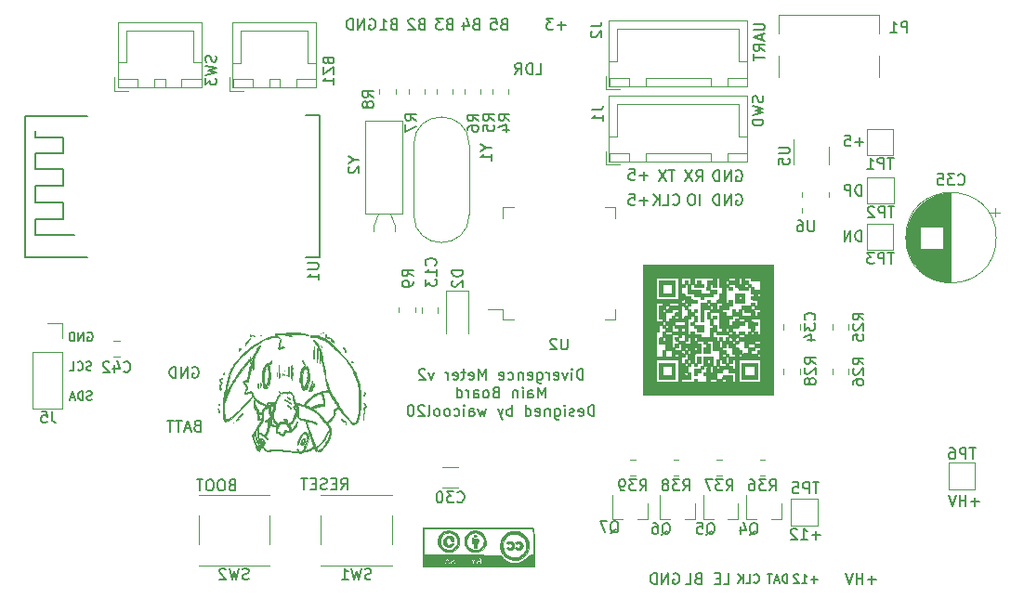
<source format=gbr>
G04 #@! TF.GenerationSoftware,KiCad,Pcbnew,5.1.8*
G04 #@! TF.CreationDate,2020-11-19T15:54:23+08:00*
G04 #@! TF.ProjectId,Main,4d61696e-2e6b-4696-9361-645f70636258,rev?*
G04 #@! TF.SameCoordinates,Original*
G04 #@! TF.FileFunction,Legend,Bot*
G04 #@! TF.FilePolarity,Positive*
%FSLAX46Y46*%
G04 Gerber Fmt 4.6, Leading zero omitted, Abs format (unit mm)*
G04 Created by KiCad (PCBNEW 5.1.8) date 2020-11-19 15:54:23*
%MOMM*%
%LPD*%
G01*
G04 APERTURE LIST*
%ADD10C,0.150000*%
%ADD11C,0.120000*%
%ADD12C,0.010000*%
G04 APERTURE END LIST*
D10*
X146405523Y-98563500D02*
X146481714Y-98525404D01*
X146596000Y-98525404D01*
X146710285Y-98563500D01*
X146786476Y-98639690D01*
X146824571Y-98715880D01*
X146862666Y-98868261D01*
X146862666Y-98982547D01*
X146824571Y-99134928D01*
X146786476Y-99211119D01*
X146710285Y-99287309D01*
X146596000Y-99325404D01*
X146519809Y-99325404D01*
X146405523Y-99287309D01*
X146367428Y-99249214D01*
X146367428Y-98982547D01*
X146519809Y-98982547D01*
X146024571Y-99325404D02*
X146024571Y-98525404D01*
X145567428Y-99325404D01*
X145567428Y-98525404D01*
X145186476Y-99325404D02*
X145186476Y-98525404D01*
X144996000Y-98525404D01*
X144881714Y-98563500D01*
X144805523Y-98639690D01*
X144767428Y-98715880D01*
X144729333Y-98868261D01*
X144729333Y-98982547D01*
X144767428Y-99134928D01*
X144805523Y-99211119D01*
X144881714Y-99287309D01*
X144996000Y-99325404D01*
X145186476Y-99325404D01*
X146748380Y-101987309D02*
X146634095Y-102025404D01*
X146443619Y-102025404D01*
X146367428Y-101987309D01*
X146329333Y-101949214D01*
X146291238Y-101873023D01*
X146291238Y-101796833D01*
X146329333Y-101720642D01*
X146367428Y-101682547D01*
X146443619Y-101644452D01*
X146596000Y-101606357D01*
X146672190Y-101568261D01*
X146710285Y-101530166D01*
X146748380Y-101453976D01*
X146748380Y-101377785D01*
X146710285Y-101301595D01*
X146672190Y-101263500D01*
X146596000Y-101225404D01*
X146405523Y-101225404D01*
X146291238Y-101263500D01*
X145491238Y-101949214D02*
X145529333Y-101987309D01*
X145643619Y-102025404D01*
X145719809Y-102025404D01*
X145834095Y-101987309D01*
X145910285Y-101911119D01*
X145948380Y-101834928D01*
X145986476Y-101682547D01*
X145986476Y-101568261D01*
X145948380Y-101415880D01*
X145910285Y-101339690D01*
X145834095Y-101263500D01*
X145719809Y-101225404D01*
X145643619Y-101225404D01*
X145529333Y-101263500D01*
X145491238Y-101301595D01*
X144767428Y-102025404D02*
X145148380Y-102025404D01*
X145148380Y-101225404D01*
X146767428Y-104687309D02*
X146653142Y-104725404D01*
X146462666Y-104725404D01*
X146386476Y-104687309D01*
X146348380Y-104649214D01*
X146310285Y-104573023D01*
X146310285Y-104496833D01*
X146348380Y-104420642D01*
X146386476Y-104382547D01*
X146462666Y-104344452D01*
X146615047Y-104306357D01*
X146691238Y-104268261D01*
X146729333Y-104230166D01*
X146767428Y-104153976D01*
X146767428Y-104077785D01*
X146729333Y-104001595D01*
X146691238Y-103963500D01*
X146615047Y-103925404D01*
X146424571Y-103925404D01*
X146310285Y-103963500D01*
X145967428Y-104725404D02*
X145967428Y-103925404D01*
X145776952Y-103925404D01*
X145662666Y-103963500D01*
X145586476Y-104039690D01*
X145548380Y-104115880D01*
X145510285Y-104268261D01*
X145510285Y-104382547D01*
X145548380Y-104534928D01*
X145586476Y-104611119D01*
X145662666Y-104687309D01*
X145776952Y-104725404D01*
X145967428Y-104725404D01*
X145205523Y-104496833D02*
X144824571Y-104496833D01*
X145281714Y-104725404D02*
X145015047Y-103925404D01*
X144748380Y-104725404D01*
X155955904Y-101735000D02*
X156051142Y-101687380D01*
X156194000Y-101687380D01*
X156336857Y-101735000D01*
X156432095Y-101830238D01*
X156479714Y-101925476D01*
X156527333Y-102115952D01*
X156527333Y-102258809D01*
X156479714Y-102449285D01*
X156432095Y-102544523D01*
X156336857Y-102639761D01*
X156194000Y-102687380D01*
X156098761Y-102687380D01*
X155955904Y-102639761D01*
X155908285Y-102592142D01*
X155908285Y-102258809D01*
X156098761Y-102258809D01*
X155479714Y-102687380D02*
X155479714Y-101687380D01*
X154908285Y-102687380D01*
X154908285Y-101687380D01*
X154432095Y-102687380D02*
X154432095Y-101687380D01*
X154194000Y-101687380D01*
X154051142Y-101735000D01*
X153955904Y-101830238D01*
X153908285Y-101925476D01*
X153860666Y-102115952D01*
X153860666Y-102258809D01*
X153908285Y-102449285D01*
X153955904Y-102544523D01*
X154051142Y-102639761D01*
X154194000Y-102687380D01*
X154432095Y-102687380D01*
X169473380Y-112872780D02*
X169806714Y-112396590D01*
X170044809Y-112872780D02*
X170044809Y-111872780D01*
X169663857Y-111872780D01*
X169568619Y-111920400D01*
X169521000Y-111968019D01*
X169473380Y-112063257D01*
X169473380Y-112206114D01*
X169521000Y-112301352D01*
X169568619Y-112348971D01*
X169663857Y-112396590D01*
X170044809Y-112396590D01*
X169044809Y-112348971D02*
X168711476Y-112348971D01*
X168568619Y-112872780D02*
X169044809Y-112872780D01*
X169044809Y-111872780D01*
X168568619Y-111872780D01*
X168187666Y-112825161D02*
X168044809Y-112872780D01*
X167806714Y-112872780D01*
X167711476Y-112825161D01*
X167663857Y-112777542D01*
X167616238Y-112682304D01*
X167616238Y-112587066D01*
X167663857Y-112491828D01*
X167711476Y-112444209D01*
X167806714Y-112396590D01*
X167997190Y-112348971D01*
X168092428Y-112301352D01*
X168140047Y-112253733D01*
X168187666Y-112158495D01*
X168187666Y-112063257D01*
X168140047Y-111968019D01*
X168092428Y-111920400D01*
X167997190Y-111872780D01*
X167759095Y-111872780D01*
X167616238Y-111920400D01*
X167187666Y-112348971D02*
X166854333Y-112348971D01*
X166711476Y-112872780D02*
X167187666Y-112872780D01*
X167187666Y-111872780D01*
X166711476Y-111872780D01*
X166425761Y-111872780D02*
X165854333Y-111872780D01*
X166140047Y-112872780D02*
X166140047Y-111872780D01*
X159535642Y-112450571D02*
X159392785Y-112498190D01*
X159345166Y-112545809D01*
X159297547Y-112641047D01*
X159297547Y-112783904D01*
X159345166Y-112879142D01*
X159392785Y-112926761D01*
X159488023Y-112974380D01*
X159868976Y-112974380D01*
X159868976Y-111974380D01*
X159535642Y-111974380D01*
X159440404Y-112022000D01*
X159392785Y-112069619D01*
X159345166Y-112164857D01*
X159345166Y-112260095D01*
X159392785Y-112355333D01*
X159440404Y-112402952D01*
X159535642Y-112450571D01*
X159868976Y-112450571D01*
X158678500Y-111974380D02*
X158488023Y-111974380D01*
X158392785Y-112022000D01*
X158297547Y-112117238D01*
X158249928Y-112307714D01*
X158249928Y-112641047D01*
X158297547Y-112831523D01*
X158392785Y-112926761D01*
X158488023Y-112974380D01*
X158678500Y-112974380D01*
X158773738Y-112926761D01*
X158868976Y-112831523D01*
X158916595Y-112641047D01*
X158916595Y-112307714D01*
X158868976Y-112117238D01*
X158773738Y-112022000D01*
X158678500Y-111974380D01*
X157630880Y-111974380D02*
X157440404Y-111974380D01*
X157345166Y-112022000D01*
X157249928Y-112117238D01*
X157202309Y-112307714D01*
X157202309Y-112641047D01*
X157249928Y-112831523D01*
X157345166Y-112926761D01*
X157440404Y-112974380D01*
X157630880Y-112974380D01*
X157726119Y-112926761D01*
X157821357Y-112831523D01*
X157868976Y-112641047D01*
X157868976Y-112307714D01*
X157821357Y-112117238D01*
X157726119Y-112022000D01*
X157630880Y-111974380D01*
X156916595Y-111974380D02*
X156345166Y-111974380D01*
X156630880Y-112974380D02*
X156630880Y-111974380D01*
X213169333Y-117038428D02*
X212407428Y-117038428D01*
X212788380Y-117419380D02*
X212788380Y-116657476D01*
X211407428Y-117419380D02*
X211978857Y-117419380D01*
X211693142Y-117419380D02*
X211693142Y-116419380D01*
X211788380Y-116562238D01*
X211883619Y-116657476D01*
X211978857Y-116705095D01*
X211026476Y-116514619D02*
X210978857Y-116467000D01*
X210883619Y-116419380D01*
X210645523Y-116419380D01*
X210550285Y-116467000D01*
X210502666Y-116514619D01*
X210455047Y-116609857D01*
X210455047Y-116705095D01*
X210502666Y-116847952D01*
X211074095Y-117419380D01*
X210455047Y-117419380D01*
X156376547Y-107053071D02*
X156233690Y-107100690D01*
X156186071Y-107148309D01*
X156138452Y-107243547D01*
X156138452Y-107386404D01*
X156186071Y-107481642D01*
X156233690Y-107529261D01*
X156328928Y-107576880D01*
X156709880Y-107576880D01*
X156709880Y-106576880D01*
X156376547Y-106576880D01*
X156281309Y-106624500D01*
X156233690Y-106672119D01*
X156186071Y-106767357D01*
X156186071Y-106862595D01*
X156233690Y-106957833D01*
X156281309Y-107005452D01*
X156376547Y-107053071D01*
X156709880Y-107053071D01*
X155757500Y-107291166D02*
X155281309Y-107291166D01*
X155852738Y-107576880D02*
X155519404Y-106576880D01*
X155186071Y-107576880D01*
X154995595Y-106576880D02*
X154424166Y-106576880D01*
X154709880Y-107576880D02*
X154709880Y-106576880D01*
X154233690Y-106576880D02*
X153662261Y-106576880D01*
X153947976Y-107576880D02*
X153947976Y-106576880D01*
X227647333Y-113990428D02*
X226885428Y-113990428D01*
X227266380Y-114371380D02*
X227266380Y-113609476D01*
X226409238Y-114371380D02*
X226409238Y-113371380D01*
X226409238Y-113847571D02*
X225837809Y-113847571D01*
X225837809Y-114371380D02*
X225837809Y-113371380D01*
X225504476Y-113371380D02*
X225171142Y-114371380D01*
X224837809Y-113371380D01*
X216914314Y-90241380D02*
X216914314Y-89241380D01*
X216676219Y-89241380D01*
X216533361Y-89289000D01*
X216438123Y-89384238D01*
X216390504Y-89479476D01*
X216342885Y-89669952D01*
X216342885Y-89812809D01*
X216390504Y-90003285D01*
X216438123Y-90098523D01*
X216533361Y-90193761D01*
X216676219Y-90241380D01*
X216914314Y-90241380D01*
X215914314Y-90241380D02*
X215914314Y-89241380D01*
X215342885Y-90241380D01*
X215342885Y-89241380D01*
X216915904Y-86075780D02*
X216915904Y-85075780D01*
X216677809Y-85075780D01*
X216534952Y-85123400D01*
X216439714Y-85218638D01*
X216392095Y-85313876D01*
X216344476Y-85504352D01*
X216344476Y-85647209D01*
X216392095Y-85837685D01*
X216439714Y-85932923D01*
X216534952Y-86028161D01*
X216677809Y-86075780D01*
X216915904Y-86075780D01*
X215915904Y-86075780D02*
X215915904Y-85075780D01*
X215534952Y-85075780D01*
X215439714Y-85123400D01*
X215392095Y-85171019D01*
X215344476Y-85266257D01*
X215344476Y-85409114D01*
X215392095Y-85504352D01*
X215439714Y-85551971D01*
X215534952Y-85599590D01*
X215915904Y-85599590D01*
X217112742Y-81199028D02*
X216350838Y-81199028D01*
X216731790Y-81579980D02*
X216731790Y-80818076D01*
X215398457Y-80579980D02*
X215874647Y-80579980D01*
X215922266Y-81056171D01*
X215874647Y-81008552D01*
X215779409Y-80960933D01*
X215541314Y-80960933D01*
X215446076Y-81008552D01*
X215398457Y-81056171D01*
X215350838Y-81151409D01*
X215350838Y-81389504D01*
X215398457Y-81484742D01*
X215446076Y-81532361D01*
X215541314Y-81579980D01*
X215779409Y-81579980D01*
X215874647Y-81532361D01*
X215922266Y-81484742D01*
X205485904Y-85987000D02*
X205581142Y-85939380D01*
X205724000Y-85939380D01*
X205866857Y-85987000D01*
X205962095Y-86082238D01*
X206009714Y-86177476D01*
X206057333Y-86367952D01*
X206057333Y-86510809D01*
X206009714Y-86701285D01*
X205962095Y-86796523D01*
X205866857Y-86891761D01*
X205724000Y-86939380D01*
X205628761Y-86939380D01*
X205485904Y-86891761D01*
X205438285Y-86844142D01*
X205438285Y-86510809D01*
X205628761Y-86510809D01*
X205009714Y-86939380D02*
X205009714Y-85939380D01*
X204438285Y-86939380D01*
X204438285Y-85939380D01*
X203962095Y-86939380D02*
X203962095Y-85939380D01*
X203724000Y-85939380D01*
X203581142Y-85987000D01*
X203485904Y-86082238D01*
X203438285Y-86177476D01*
X203390666Y-86367952D01*
X203390666Y-86510809D01*
X203438285Y-86701285D01*
X203485904Y-86796523D01*
X203581142Y-86891761D01*
X203724000Y-86939380D01*
X203962095Y-86939380D01*
X205485904Y-83828000D02*
X205581142Y-83780380D01*
X205724000Y-83780380D01*
X205866857Y-83828000D01*
X205962095Y-83923238D01*
X206009714Y-84018476D01*
X206057333Y-84208952D01*
X206057333Y-84351809D01*
X206009714Y-84542285D01*
X205962095Y-84637523D01*
X205866857Y-84732761D01*
X205724000Y-84780380D01*
X205628761Y-84780380D01*
X205485904Y-84732761D01*
X205438285Y-84685142D01*
X205438285Y-84351809D01*
X205628761Y-84351809D01*
X205009714Y-84780380D02*
X205009714Y-83780380D01*
X204438285Y-84780380D01*
X204438285Y-83780380D01*
X203962095Y-84780380D02*
X203962095Y-83780380D01*
X203724000Y-83780380D01*
X203581142Y-83828000D01*
X203485904Y-83923238D01*
X203438285Y-84018476D01*
X203390666Y-84208952D01*
X203390666Y-84351809D01*
X203438285Y-84542285D01*
X203485904Y-84637523D01*
X203581142Y-84732761D01*
X203724000Y-84780380D01*
X203962095Y-84780380D01*
X197453142Y-86558428D02*
X196691238Y-86558428D01*
X197072190Y-86939380D02*
X197072190Y-86177476D01*
X195738857Y-85939380D02*
X196215047Y-85939380D01*
X196262666Y-86415571D01*
X196215047Y-86367952D01*
X196119809Y-86320333D01*
X195881714Y-86320333D01*
X195786476Y-86367952D01*
X195738857Y-86415571D01*
X195691238Y-86510809D01*
X195691238Y-86748904D01*
X195738857Y-86844142D01*
X195786476Y-86891761D01*
X195881714Y-86939380D01*
X196119809Y-86939380D01*
X196215047Y-86891761D01*
X196262666Y-86844142D01*
X197453142Y-84272428D02*
X196691238Y-84272428D01*
X197072190Y-84653380D02*
X197072190Y-83891476D01*
X195738857Y-83653380D02*
X196215047Y-83653380D01*
X196262666Y-84129571D01*
X196215047Y-84081952D01*
X196119809Y-84034333D01*
X195881714Y-84034333D01*
X195786476Y-84081952D01*
X195738857Y-84129571D01*
X195691238Y-84224809D01*
X195691238Y-84462904D01*
X195738857Y-84558142D01*
X195786476Y-84605761D01*
X195881714Y-84653380D01*
X196119809Y-84653380D01*
X196215047Y-84605761D01*
X196262666Y-84558142D01*
X202199809Y-86939380D02*
X202199809Y-85939380D01*
X201533142Y-85939380D02*
X201342666Y-85939380D01*
X201247428Y-85987000D01*
X201152190Y-86082238D01*
X201104571Y-86272714D01*
X201104571Y-86606047D01*
X201152190Y-86796523D01*
X201247428Y-86891761D01*
X201342666Y-86939380D01*
X201533142Y-86939380D01*
X201628380Y-86891761D01*
X201723619Y-86796523D01*
X201771238Y-86606047D01*
X201771238Y-86272714D01*
X201723619Y-86082238D01*
X201628380Y-85987000D01*
X201533142Y-85939380D01*
X199731238Y-86844142D02*
X199778857Y-86891761D01*
X199921714Y-86939380D01*
X200016952Y-86939380D01*
X200159809Y-86891761D01*
X200255047Y-86796523D01*
X200302666Y-86701285D01*
X200350285Y-86510809D01*
X200350285Y-86367952D01*
X200302666Y-86177476D01*
X200255047Y-86082238D01*
X200159809Y-85987000D01*
X200016952Y-85939380D01*
X199921714Y-85939380D01*
X199778857Y-85987000D01*
X199731238Y-86034619D01*
X198826476Y-86939380D02*
X199302666Y-86939380D01*
X199302666Y-85939380D01*
X198493142Y-86939380D02*
X198493142Y-85939380D01*
X197921714Y-86939380D02*
X198350285Y-86367952D01*
X197921714Y-85939380D02*
X198493142Y-86510809D01*
X207922761Y-77001857D02*
X207970380Y-77144714D01*
X207970380Y-77382809D01*
X207922761Y-77478047D01*
X207875142Y-77525666D01*
X207779904Y-77573285D01*
X207684666Y-77573285D01*
X207589428Y-77525666D01*
X207541809Y-77478047D01*
X207494190Y-77382809D01*
X207446571Y-77192333D01*
X207398952Y-77097095D01*
X207351333Y-77049476D01*
X207256095Y-77001857D01*
X207160857Y-77001857D01*
X207065619Y-77049476D01*
X207018000Y-77097095D01*
X206970380Y-77192333D01*
X206970380Y-77430428D01*
X207018000Y-77573285D01*
X206970380Y-77906619D02*
X207970380Y-78144714D01*
X207256095Y-78335190D01*
X207970380Y-78525666D01*
X206970380Y-78763761D01*
X207970380Y-79144714D02*
X206970380Y-79144714D01*
X206970380Y-79382809D01*
X207018000Y-79525666D01*
X207113238Y-79620904D01*
X207208476Y-79668523D01*
X207398952Y-79716142D01*
X207541809Y-79716142D01*
X207732285Y-79668523D01*
X207827523Y-79620904D01*
X207922761Y-79525666D01*
X207970380Y-79382809D01*
X207970380Y-79144714D01*
X207097380Y-70413761D02*
X207906904Y-70413761D01*
X208002142Y-70461380D01*
X208049761Y-70509000D01*
X208097380Y-70604238D01*
X208097380Y-70794714D01*
X208049761Y-70889952D01*
X208002142Y-70937571D01*
X207906904Y-70985190D01*
X207097380Y-70985190D01*
X207811666Y-71413761D02*
X207811666Y-71889952D01*
X208097380Y-71318523D02*
X207097380Y-71651857D01*
X208097380Y-71985190D01*
X208097380Y-72889952D02*
X207621190Y-72556619D01*
X208097380Y-72318523D02*
X207097380Y-72318523D01*
X207097380Y-72699476D01*
X207145000Y-72794714D01*
X207192619Y-72842333D01*
X207287857Y-72889952D01*
X207430714Y-72889952D01*
X207525952Y-72842333D01*
X207573571Y-72794714D01*
X207621190Y-72699476D01*
X207621190Y-72318523D01*
X207097380Y-73175666D02*
X207097380Y-73747095D01*
X208097380Y-73461380D02*
X207097380Y-73461380D01*
X201842666Y-84780380D02*
X202176000Y-84304190D01*
X202414095Y-84780380D02*
X202414095Y-83780380D01*
X202033142Y-83780380D01*
X201937904Y-83828000D01*
X201890285Y-83875619D01*
X201842666Y-83970857D01*
X201842666Y-84113714D01*
X201890285Y-84208952D01*
X201937904Y-84256571D01*
X202033142Y-84304190D01*
X202414095Y-84304190D01*
X201509333Y-83780380D02*
X200842666Y-84780380D01*
X200842666Y-83780380D02*
X201509333Y-84780380D01*
X199897904Y-83780380D02*
X199326476Y-83780380D01*
X199612190Y-84780380D02*
X199612190Y-83780380D01*
X199088380Y-83780380D02*
X198421714Y-84780380D01*
X198421714Y-83780380D02*
X199088380Y-84780380D01*
X191526180Y-102866180D02*
X191526180Y-101866180D01*
X191288085Y-101866180D01*
X191145228Y-101913800D01*
X191049990Y-102009038D01*
X191002371Y-102104276D01*
X190954752Y-102294752D01*
X190954752Y-102437609D01*
X191002371Y-102628085D01*
X191049990Y-102723323D01*
X191145228Y-102818561D01*
X191288085Y-102866180D01*
X191526180Y-102866180D01*
X190526180Y-102866180D02*
X190526180Y-102199514D01*
X190526180Y-101866180D02*
X190573800Y-101913800D01*
X190526180Y-101961419D01*
X190478561Y-101913800D01*
X190526180Y-101866180D01*
X190526180Y-101961419D01*
X190145228Y-102199514D02*
X189907133Y-102866180D01*
X189669038Y-102199514D01*
X188907133Y-102818561D02*
X189002371Y-102866180D01*
X189192847Y-102866180D01*
X189288085Y-102818561D01*
X189335704Y-102723323D01*
X189335704Y-102342371D01*
X189288085Y-102247133D01*
X189192847Y-102199514D01*
X189002371Y-102199514D01*
X188907133Y-102247133D01*
X188859514Y-102342371D01*
X188859514Y-102437609D01*
X189335704Y-102532847D01*
X188430942Y-102866180D02*
X188430942Y-102199514D01*
X188430942Y-102389990D02*
X188383323Y-102294752D01*
X188335704Y-102247133D01*
X188240466Y-102199514D01*
X188145228Y-102199514D01*
X187383323Y-102199514D02*
X187383323Y-103009038D01*
X187430942Y-103104276D01*
X187478561Y-103151895D01*
X187573800Y-103199514D01*
X187716657Y-103199514D01*
X187811895Y-103151895D01*
X187383323Y-102818561D02*
X187478561Y-102866180D01*
X187669038Y-102866180D01*
X187764276Y-102818561D01*
X187811895Y-102770942D01*
X187859514Y-102675704D01*
X187859514Y-102389990D01*
X187811895Y-102294752D01*
X187764276Y-102247133D01*
X187669038Y-102199514D01*
X187478561Y-102199514D01*
X187383323Y-102247133D01*
X186526180Y-102818561D02*
X186621419Y-102866180D01*
X186811895Y-102866180D01*
X186907133Y-102818561D01*
X186954752Y-102723323D01*
X186954752Y-102342371D01*
X186907133Y-102247133D01*
X186811895Y-102199514D01*
X186621419Y-102199514D01*
X186526180Y-102247133D01*
X186478561Y-102342371D01*
X186478561Y-102437609D01*
X186954752Y-102532847D01*
X186049990Y-102199514D02*
X186049990Y-102866180D01*
X186049990Y-102294752D02*
X186002371Y-102247133D01*
X185907133Y-102199514D01*
X185764276Y-102199514D01*
X185669038Y-102247133D01*
X185621419Y-102342371D01*
X185621419Y-102866180D01*
X184716657Y-102818561D02*
X184811895Y-102866180D01*
X185002371Y-102866180D01*
X185097609Y-102818561D01*
X185145228Y-102770942D01*
X185192847Y-102675704D01*
X185192847Y-102389990D01*
X185145228Y-102294752D01*
X185097609Y-102247133D01*
X185002371Y-102199514D01*
X184811895Y-102199514D01*
X184716657Y-102247133D01*
X183907133Y-102818561D02*
X184002371Y-102866180D01*
X184192847Y-102866180D01*
X184288085Y-102818561D01*
X184335704Y-102723323D01*
X184335704Y-102342371D01*
X184288085Y-102247133D01*
X184192847Y-102199514D01*
X184002371Y-102199514D01*
X183907133Y-102247133D01*
X183859514Y-102342371D01*
X183859514Y-102437609D01*
X184335704Y-102532847D01*
X182669038Y-102866180D02*
X182669038Y-101866180D01*
X182335704Y-102580466D01*
X182002371Y-101866180D01*
X182002371Y-102866180D01*
X181145228Y-102818561D02*
X181240466Y-102866180D01*
X181430942Y-102866180D01*
X181526180Y-102818561D01*
X181573800Y-102723323D01*
X181573800Y-102342371D01*
X181526180Y-102247133D01*
X181430942Y-102199514D01*
X181240466Y-102199514D01*
X181145228Y-102247133D01*
X181097609Y-102342371D01*
X181097609Y-102437609D01*
X181573800Y-102532847D01*
X180811895Y-102199514D02*
X180430942Y-102199514D01*
X180669038Y-101866180D02*
X180669038Y-102723323D01*
X180621419Y-102818561D01*
X180526180Y-102866180D01*
X180430942Y-102866180D01*
X179716657Y-102818561D02*
X179811895Y-102866180D01*
X180002371Y-102866180D01*
X180097609Y-102818561D01*
X180145228Y-102723323D01*
X180145228Y-102342371D01*
X180097609Y-102247133D01*
X180002371Y-102199514D01*
X179811895Y-102199514D01*
X179716657Y-102247133D01*
X179669038Y-102342371D01*
X179669038Y-102437609D01*
X180145228Y-102532847D01*
X179240466Y-102866180D02*
X179240466Y-102199514D01*
X179240466Y-102389990D02*
X179192847Y-102294752D01*
X179145228Y-102247133D01*
X179049990Y-102199514D01*
X178954752Y-102199514D01*
X177954752Y-102199514D02*
X177716657Y-102866180D01*
X177478561Y-102199514D01*
X177145228Y-101961419D02*
X177097609Y-101913800D01*
X177002371Y-101866180D01*
X176764276Y-101866180D01*
X176669038Y-101913800D01*
X176621419Y-101961419D01*
X176573800Y-102056657D01*
X176573800Y-102151895D01*
X176621419Y-102294752D01*
X177192847Y-102866180D01*
X176573800Y-102866180D01*
X188097609Y-104516180D02*
X188097609Y-103516180D01*
X187764276Y-104230466D01*
X187430942Y-103516180D01*
X187430942Y-104516180D01*
X186526180Y-104516180D02*
X186526180Y-103992371D01*
X186573800Y-103897133D01*
X186669038Y-103849514D01*
X186859514Y-103849514D01*
X186954752Y-103897133D01*
X186526180Y-104468561D02*
X186621419Y-104516180D01*
X186859514Y-104516180D01*
X186954752Y-104468561D01*
X187002371Y-104373323D01*
X187002371Y-104278085D01*
X186954752Y-104182847D01*
X186859514Y-104135228D01*
X186621419Y-104135228D01*
X186526180Y-104087609D01*
X186049990Y-104516180D02*
X186049990Y-103849514D01*
X186049990Y-103516180D02*
X186097609Y-103563800D01*
X186049990Y-103611419D01*
X186002371Y-103563800D01*
X186049990Y-103516180D01*
X186049990Y-103611419D01*
X185573800Y-103849514D02*
X185573800Y-104516180D01*
X185573800Y-103944752D02*
X185526180Y-103897133D01*
X185430942Y-103849514D01*
X185288085Y-103849514D01*
X185192847Y-103897133D01*
X185145228Y-103992371D01*
X185145228Y-104516180D01*
X183573800Y-103992371D02*
X183430942Y-104039990D01*
X183383323Y-104087609D01*
X183335704Y-104182847D01*
X183335704Y-104325704D01*
X183383323Y-104420942D01*
X183430942Y-104468561D01*
X183526180Y-104516180D01*
X183907133Y-104516180D01*
X183907133Y-103516180D01*
X183573800Y-103516180D01*
X183478561Y-103563800D01*
X183430942Y-103611419D01*
X183383323Y-103706657D01*
X183383323Y-103801895D01*
X183430942Y-103897133D01*
X183478561Y-103944752D01*
X183573800Y-103992371D01*
X183907133Y-103992371D01*
X182764276Y-104516180D02*
X182859514Y-104468561D01*
X182907133Y-104420942D01*
X182954752Y-104325704D01*
X182954752Y-104039990D01*
X182907133Y-103944752D01*
X182859514Y-103897133D01*
X182764276Y-103849514D01*
X182621419Y-103849514D01*
X182526180Y-103897133D01*
X182478561Y-103944752D01*
X182430942Y-104039990D01*
X182430942Y-104325704D01*
X182478561Y-104420942D01*
X182526180Y-104468561D01*
X182621419Y-104516180D01*
X182764276Y-104516180D01*
X181573800Y-104516180D02*
X181573800Y-103992371D01*
X181621419Y-103897133D01*
X181716657Y-103849514D01*
X181907133Y-103849514D01*
X182002371Y-103897133D01*
X181573800Y-104468561D02*
X181669038Y-104516180D01*
X181907133Y-104516180D01*
X182002371Y-104468561D01*
X182049990Y-104373323D01*
X182049990Y-104278085D01*
X182002371Y-104182847D01*
X181907133Y-104135228D01*
X181669038Y-104135228D01*
X181573800Y-104087609D01*
X181097609Y-104516180D02*
X181097609Y-103849514D01*
X181097609Y-104039990D02*
X181049990Y-103944752D01*
X181002371Y-103897133D01*
X180907133Y-103849514D01*
X180811895Y-103849514D01*
X180049990Y-104516180D02*
X180049990Y-103516180D01*
X180049990Y-104468561D02*
X180145228Y-104516180D01*
X180335704Y-104516180D01*
X180430942Y-104468561D01*
X180478561Y-104420942D01*
X180526180Y-104325704D01*
X180526180Y-104039990D01*
X180478561Y-103944752D01*
X180430942Y-103897133D01*
X180335704Y-103849514D01*
X180145228Y-103849514D01*
X180049990Y-103897133D01*
X192549990Y-106166180D02*
X192549990Y-105166180D01*
X192311895Y-105166180D01*
X192169038Y-105213800D01*
X192073800Y-105309038D01*
X192026180Y-105404276D01*
X191978561Y-105594752D01*
X191978561Y-105737609D01*
X192026180Y-105928085D01*
X192073800Y-106023323D01*
X192169038Y-106118561D01*
X192311895Y-106166180D01*
X192549990Y-106166180D01*
X191169038Y-106118561D02*
X191264276Y-106166180D01*
X191454752Y-106166180D01*
X191549990Y-106118561D01*
X191597609Y-106023323D01*
X191597609Y-105642371D01*
X191549990Y-105547133D01*
X191454752Y-105499514D01*
X191264276Y-105499514D01*
X191169038Y-105547133D01*
X191121419Y-105642371D01*
X191121419Y-105737609D01*
X191597609Y-105832847D01*
X190740466Y-106118561D02*
X190645228Y-106166180D01*
X190454752Y-106166180D01*
X190359514Y-106118561D01*
X190311895Y-106023323D01*
X190311895Y-105975704D01*
X190359514Y-105880466D01*
X190454752Y-105832847D01*
X190597609Y-105832847D01*
X190692847Y-105785228D01*
X190740466Y-105689990D01*
X190740466Y-105642371D01*
X190692847Y-105547133D01*
X190597609Y-105499514D01*
X190454752Y-105499514D01*
X190359514Y-105547133D01*
X189883323Y-106166180D02*
X189883323Y-105499514D01*
X189883323Y-105166180D02*
X189930942Y-105213800D01*
X189883323Y-105261419D01*
X189835704Y-105213800D01*
X189883323Y-105166180D01*
X189883323Y-105261419D01*
X188978561Y-105499514D02*
X188978561Y-106309038D01*
X189026180Y-106404276D01*
X189073800Y-106451895D01*
X189169038Y-106499514D01*
X189311895Y-106499514D01*
X189407133Y-106451895D01*
X188978561Y-106118561D02*
X189073800Y-106166180D01*
X189264276Y-106166180D01*
X189359514Y-106118561D01*
X189407133Y-106070942D01*
X189454752Y-105975704D01*
X189454752Y-105689990D01*
X189407133Y-105594752D01*
X189359514Y-105547133D01*
X189264276Y-105499514D01*
X189073800Y-105499514D01*
X188978561Y-105547133D01*
X188502371Y-105499514D02*
X188502371Y-106166180D01*
X188502371Y-105594752D02*
X188454752Y-105547133D01*
X188359514Y-105499514D01*
X188216657Y-105499514D01*
X188121419Y-105547133D01*
X188073800Y-105642371D01*
X188073800Y-106166180D01*
X187216657Y-106118561D02*
X187311895Y-106166180D01*
X187502371Y-106166180D01*
X187597609Y-106118561D01*
X187645228Y-106023323D01*
X187645228Y-105642371D01*
X187597609Y-105547133D01*
X187502371Y-105499514D01*
X187311895Y-105499514D01*
X187216657Y-105547133D01*
X187169038Y-105642371D01*
X187169038Y-105737609D01*
X187645228Y-105832847D01*
X186311895Y-106166180D02*
X186311895Y-105166180D01*
X186311895Y-106118561D02*
X186407133Y-106166180D01*
X186597609Y-106166180D01*
X186692847Y-106118561D01*
X186740466Y-106070942D01*
X186788085Y-105975704D01*
X186788085Y-105689990D01*
X186740466Y-105594752D01*
X186692847Y-105547133D01*
X186597609Y-105499514D01*
X186407133Y-105499514D01*
X186311895Y-105547133D01*
X185073800Y-106166180D02*
X185073800Y-105166180D01*
X185073800Y-105547133D02*
X184978561Y-105499514D01*
X184788085Y-105499514D01*
X184692847Y-105547133D01*
X184645228Y-105594752D01*
X184597609Y-105689990D01*
X184597609Y-105975704D01*
X184645228Y-106070942D01*
X184692847Y-106118561D01*
X184788085Y-106166180D01*
X184978561Y-106166180D01*
X185073800Y-106118561D01*
X184264276Y-105499514D02*
X184026180Y-106166180D01*
X183788085Y-105499514D02*
X184026180Y-106166180D01*
X184121419Y-106404276D01*
X184169038Y-106451895D01*
X184264276Y-106499514D01*
X182740466Y-105499514D02*
X182549990Y-106166180D01*
X182359514Y-105689990D01*
X182169038Y-106166180D01*
X181978561Y-105499514D01*
X181169038Y-106166180D02*
X181169038Y-105642371D01*
X181216657Y-105547133D01*
X181311895Y-105499514D01*
X181502371Y-105499514D01*
X181597609Y-105547133D01*
X181169038Y-106118561D02*
X181264276Y-106166180D01*
X181502371Y-106166180D01*
X181597609Y-106118561D01*
X181645228Y-106023323D01*
X181645228Y-105928085D01*
X181597609Y-105832847D01*
X181502371Y-105785228D01*
X181264276Y-105785228D01*
X181169038Y-105737609D01*
X180692847Y-106166180D02*
X180692847Y-105499514D01*
X180692847Y-105166180D02*
X180740466Y-105213800D01*
X180692847Y-105261419D01*
X180645228Y-105213800D01*
X180692847Y-105166180D01*
X180692847Y-105261419D01*
X179788085Y-106118561D02*
X179883323Y-106166180D01*
X180073800Y-106166180D01*
X180169038Y-106118561D01*
X180216657Y-106070942D01*
X180264276Y-105975704D01*
X180264276Y-105689990D01*
X180216657Y-105594752D01*
X180169038Y-105547133D01*
X180073800Y-105499514D01*
X179883323Y-105499514D01*
X179788085Y-105547133D01*
X179216657Y-106166180D02*
X179311895Y-106118561D01*
X179359514Y-106070942D01*
X179407133Y-105975704D01*
X179407133Y-105689990D01*
X179359514Y-105594752D01*
X179311895Y-105547133D01*
X179216657Y-105499514D01*
X179073800Y-105499514D01*
X178978561Y-105547133D01*
X178930942Y-105594752D01*
X178883323Y-105689990D01*
X178883323Y-105975704D01*
X178930942Y-106070942D01*
X178978561Y-106118561D01*
X179073800Y-106166180D01*
X179216657Y-106166180D01*
X178311895Y-106166180D02*
X178407133Y-106118561D01*
X178454752Y-106070942D01*
X178502371Y-105975704D01*
X178502371Y-105689990D01*
X178454752Y-105594752D01*
X178407133Y-105547133D01*
X178311895Y-105499514D01*
X178169038Y-105499514D01*
X178073800Y-105547133D01*
X178026180Y-105594752D01*
X177978561Y-105689990D01*
X177978561Y-105975704D01*
X178026180Y-106070942D01*
X178073800Y-106118561D01*
X178169038Y-106166180D01*
X178311895Y-106166180D01*
X177407133Y-106166180D02*
X177502371Y-106118561D01*
X177549990Y-106023323D01*
X177549990Y-105166180D01*
X177073800Y-105261419D02*
X177026180Y-105213800D01*
X176930942Y-105166180D01*
X176692847Y-105166180D01*
X176597609Y-105213800D01*
X176549990Y-105261419D01*
X176502371Y-105356657D01*
X176502371Y-105451895D01*
X176549990Y-105594752D01*
X177121419Y-106166180D01*
X176502371Y-106166180D01*
X175883323Y-105166180D02*
X175788085Y-105166180D01*
X175692847Y-105213800D01*
X175645228Y-105261419D01*
X175597609Y-105356657D01*
X175549990Y-105547133D01*
X175549990Y-105785228D01*
X175597609Y-105975704D01*
X175645228Y-106070942D01*
X175692847Y-106118561D01*
X175788085Y-106166180D01*
X175883323Y-106166180D01*
X175978561Y-106118561D01*
X176026180Y-106070942D01*
X176073800Y-105975704D01*
X176121419Y-105785228D01*
X176121419Y-105547133D01*
X176073800Y-105356657D01*
X176026180Y-105261419D01*
X175978561Y-105213800D01*
X175883323Y-105166180D01*
X218249333Y-121102428D02*
X217487428Y-121102428D01*
X217868380Y-121483380D02*
X217868380Y-120721476D01*
X217011238Y-121483380D02*
X217011238Y-120483380D01*
X217011238Y-120959571D02*
X216439809Y-120959571D01*
X216439809Y-121483380D02*
X216439809Y-120483380D01*
X216106476Y-120483380D02*
X215773142Y-121483380D01*
X215439809Y-120483380D01*
X212902666Y-121088142D02*
X212293142Y-121088142D01*
X212597904Y-121392904D02*
X212597904Y-120783380D01*
X211493142Y-121392904D02*
X211950285Y-121392904D01*
X211721714Y-121392904D02*
X211721714Y-120592904D01*
X211797904Y-120707190D01*
X211874095Y-120783380D01*
X211950285Y-120821476D01*
X211188380Y-120669095D02*
X211150285Y-120631000D01*
X211074095Y-120592904D01*
X210883619Y-120592904D01*
X210807428Y-120631000D01*
X210769333Y-120669095D01*
X210731238Y-120745285D01*
X210731238Y-120821476D01*
X210769333Y-120935761D01*
X211226476Y-121392904D01*
X210731238Y-121392904D01*
X210153142Y-121392904D02*
X210153142Y-120592904D01*
X209962666Y-120592904D01*
X209848380Y-120631000D01*
X209772190Y-120707190D01*
X209734095Y-120783380D01*
X209696000Y-120935761D01*
X209696000Y-121050047D01*
X209734095Y-121202428D01*
X209772190Y-121278619D01*
X209848380Y-121354809D01*
X209962666Y-121392904D01*
X210153142Y-121392904D01*
X209391238Y-121164333D02*
X209010285Y-121164333D01*
X209467428Y-121392904D02*
X209200761Y-120592904D01*
X208934095Y-121392904D01*
X208781714Y-120592904D02*
X208324571Y-120592904D01*
X208553142Y-121392904D02*
X208553142Y-120592904D01*
X207105190Y-121316714D02*
X207143285Y-121354809D01*
X207257571Y-121392904D01*
X207333761Y-121392904D01*
X207448047Y-121354809D01*
X207524238Y-121278619D01*
X207562333Y-121202428D01*
X207600428Y-121050047D01*
X207600428Y-120935761D01*
X207562333Y-120783380D01*
X207524238Y-120707190D01*
X207448047Y-120631000D01*
X207333761Y-120592904D01*
X207257571Y-120592904D01*
X207143285Y-120631000D01*
X207105190Y-120669095D01*
X206381380Y-121392904D02*
X206762333Y-121392904D01*
X206762333Y-120592904D01*
X206114714Y-121392904D02*
X206114714Y-120592904D01*
X205657571Y-121392904D02*
X206000428Y-120935761D01*
X205657571Y-120592904D02*
X206114714Y-121050047D01*
X204358857Y-121483380D02*
X204835047Y-121483380D01*
X204835047Y-120483380D01*
X204025523Y-120959571D02*
X203692190Y-120959571D01*
X203549333Y-121483380D02*
X204025523Y-121483380D01*
X204025523Y-120483380D01*
X203549333Y-120483380D01*
X202009333Y-120959571D02*
X201866476Y-121007190D01*
X201818857Y-121054809D01*
X201771238Y-121150047D01*
X201771238Y-121292904D01*
X201818857Y-121388142D01*
X201866476Y-121435761D01*
X201961714Y-121483380D01*
X202342666Y-121483380D01*
X202342666Y-120483380D01*
X202009333Y-120483380D01*
X201914095Y-120531000D01*
X201866476Y-120578619D01*
X201818857Y-120673857D01*
X201818857Y-120769095D01*
X201866476Y-120864333D01*
X201914095Y-120911952D01*
X202009333Y-120959571D01*
X202342666Y-120959571D01*
X200866476Y-121483380D02*
X201342666Y-121483380D01*
X201342666Y-120483380D01*
X199770904Y-120531000D02*
X199866142Y-120483380D01*
X200009000Y-120483380D01*
X200151857Y-120531000D01*
X200247095Y-120626238D01*
X200294714Y-120721476D01*
X200342333Y-120911952D01*
X200342333Y-121054809D01*
X200294714Y-121245285D01*
X200247095Y-121340523D01*
X200151857Y-121435761D01*
X200009000Y-121483380D01*
X199913761Y-121483380D01*
X199770904Y-121435761D01*
X199723285Y-121388142D01*
X199723285Y-121054809D01*
X199913761Y-121054809D01*
X199294714Y-121483380D02*
X199294714Y-120483380D01*
X198723285Y-121483380D01*
X198723285Y-120483380D01*
X198247095Y-121483380D02*
X198247095Y-120483380D01*
X198009000Y-120483380D01*
X197866142Y-120531000D01*
X197770904Y-120626238D01*
X197723285Y-120721476D01*
X197675666Y-120911952D01*
X197675666Y-121054809D01*
X197723285Y-121245285D01*
X197770904Y-121340523D01*
X197866142Y-121435761D01*
X198009000Y-121483380D01*
X198247095Y-121483380D01*
X172084904Y-69985000D02*
X172180142Y-69937380D01*
X172323000Y-69937380D01*
X172465857Y-69985000D01*
X172561095Y-70080238D01*
X172608714Y-70175476D01*
X172656333Y-70365952D01*
X172656333Y-70508809D01*
X172608714Y-70699285D01*
X172561095Y-70794523D01*
X172465857Y-70889761D01*
X172323000Y-70937380D01*
X172227761Y-70937380D01*
X172084904Y-70889761D01*
X172037285Y-70842142D01*
X172037285Y-70508809D01*
X172227761Y-70508809D01*
X171608714Y-70937380D02*
X171608714Y-69937380D01*
X171037285Y-70937380D01*
X171037285Y-69937380D01*
X170561095Y-70937380D02*
X170561095Y-69937380D01*
X170323000Y-69937380D01*
X170180142Y-69985000D01*
X170084904Y-70080238D01*
X170037285Y-70175476D01*
X169989666Y-70365952D01*
X169989666Y-70508809D01*
X170037285Y-70699285D01*
X170084904Y-70794523D01*
X170180142Y-70889761D01*
X170323000Y-70937380D01*
X170561095Y-70937380D01*
X184300761Y-70413571D02*
X184157904Y-70461190D01*
X184110285Y-70508809D01*
X184062666Y-70604047D01*
X184062666Y-70746904D01*
X184110285Y-70842142D01*
X184157904Y-70889761D01*
X184253142Y-70937380D01*
X184634095Y-70937380D01*
X184634095Y-69937380D01*
X184300761Y-69937380D01*
X184205523Y-69985000D01*
X184157904Y-70032619D01*
X184110285Y-70127857D01*
X184110285Y-70223095D01*
X184157904Y-70318333D01*
X184205523Y-70365952D01*
X184300761Y-70413571D01*
X184634095Y-70413571D01*
X183157904Y-69937380D02*
X183634095Y-69937380D01*
X183681714Y-70413571D01*
X183634095Y-70365952D01*
X183538857Y-70318333D01*
X183300761Y-70318333D01*
X183205523Y-70365952D01*
X183157904Y-70413571D01*
X183110285Y-70508809D01*
X183110285Y-70746904D01*
X183157904Y-70842142D01*
X183205523Y-70889761D01*
X183300761Y-70937380D01*
X183538857Y-70937380D01*
X183634095Y-70889761D01*
X183681714Y-70842142D01*
X181760761Y-70413571D02*
X181617904Y-70461190D01*
X181570285Y-70508809D01*
X181522666Y-70604047D01*
X181522666Y-70746904D01*
X181570285Y-70842142D01*
X181617904Y-70889761D01*
X181713142Y-70937380D01*
X182094095Y-70937380D01*
X182094095Y-69937380D01*
X181760761Y-69937380D01*
X181665523Y-69985000D01*
X181617904Y-70032619D01*
X181570285Y-70127857D01*
X181570285Y-70223095D01*
X181617904Y-70318333D01*
X181665523Y-70365952D01*
X181760761Y-70413571D01*
X182094095Y-70413571D01*
X180665523Y-70270714D02*
X180665523Y-70937380D01*
X180903619Y-69889761D02*
X181141714Y-70604047D01*
X180522666Y-70604047D01*
X179347761Y-70413571D02*
X179204904Y-70461190D01*
X179157285Y-70508809D01*
X179109666Y-70604047D01*
X179109666Y-70746904D01*
X179157285Y-70842142D01*
X179204904Y-70889761D01*
X179300142Y-70937380D01*
X179681095Y-70937380D01*
X179681095Y-69937380D01*
X179347761Y-69937380D01*
X179252523Y-69985000D01*
X179204904Y-70032619D01*
X179157285Y-70127857D01*
X179157285Y-70223095D01*
X179204904Y-70318333D01*
X179252523Y-70365952D01*
X179347761Y-70413571D01*
X179681095Y-70413571D01*
X178776333Y-69937380D02*
X178157285Y-69937380D01*
X178490619Y-70318333D01*
X178347761Y-70318333D01*
X178252523Y-70365952D01*
X178204904Y-70413571D01*
X178157285Y-70508809D01*
X178157285Y-70746904D01*
X178204904Y-70842142D01*
X178252523Y-70889761D01*
X178347761Y-70937380D01*
X178633476Y-70937380D01*
X178728714Y-70889761D01*
X178776333Y-70842142D01*
X176807761Y-70413571D02*
X176664904Y-70461190D01*
X176617285Y-70508809D01*
X176569666Y-70604047D01*
X176569666Y-70746904D01*
X176617285Y-70842142D01*
X176664904Y-70889761D01*
X176760142Y-70937380D01*
X177141095Y-70937380D01*
X177141095Y-69937380D01*
X176807761Y-69937380D01*
X176712523Y-69985000D01*
X176664904Y-70032619D01*
X176617285Y-70127857D01*
X176617285Y-70223095D01*
X176664904Y-70318333D01*
X176712523Y-70365952D01*
X176807761Y-70413571D01*
X177141095Y-70413571D01*
X176188714Y-70032619D02*
X176141095Y-69985000D01*
X176045857Y-69937380D01*
X175807761Y-69937380D01*
X175712523Y-69985000D01*
X175664904Y-70032619D01*
X175617285Y-70127857D01*
X175617285Y-70223095D01*
X175664904Y-70365952D01*
X176236333Y-70937380D01*
X175617285Y-70937380D01*
X174267761Y-70413571D02*
X174124904Y-70461190D01*
X174077285Y-70508809D01*
X174029666Y-70604047D01*
X174029666Y-70746904D01*
X174077285Y-70842142D01*
X174124904Y-70889761D01*
X174220142Y-70937380D01*
X174601095Y-70937380D01*
X174601095Y-69937380D01*
X174267761Y-69937380D01*
X174172523Y-69985000D01*
X174124904Y-70032619D01*
X174077285Y-70127857D01*
X174077285Y-70223095D01*
X174124904Y-70318333D01*
X174172523Y-70365952D01*
X174267761Y-70413571D01*
X174601095Y-70413571D01*
X173077285Y-70937380D02*
X173648714Y-70937380D01*
X173363000Y-70937380D02*
X173363000Y-69937380D01*
X173458238Y-70080238D01*
X173553476Y-70175476D01*
X173648714Y-70223095D01*
X187253476Y-75001380D02*
X187729666Y-75001380D01*
X187729666Y-74001380D01*
X186920142Y-75001380D02*
X186920142Y-74001380D01*
X186682047Y-74001380D01*
X186539190Y-74049000D01*
X186443952Y-74144238D01*
X186396333Y-74239476D01*
X186348714Y-74429952D01*
X186348714Y-74572809D01*
X186396333Y-74763285D01*
X186443952Y-74858523D01*
X186539190Y-74953761D01*
X186682047Y-75001380D01*
X186920142Y-75001380D01*
X185348714Y-75001380D02*
X185682047Y-74525190D01*
X185920142Y-75001380D02*
X185920142Y-74001380D01*
X185539190Y-74001380D01*
X185443952Y-74049000D01*
X185396333Y-74096619D01*
X185348714Y-74191857D01*
X185348714Y-74334714D01*
X185396333Y-74429952D01*
X185443952Y-74477571D01*
X185539190Y-74525190D01*
X185920142Y-74525190D01*
X189960142Y-70556428D02*
X189198238Y-70556428D01*
X189579190Y-70937380D02*
X189579190Y-70175476D01*
X188817285Y-69937380D02*
X188198238Y-69937380D01*
X188531571Y-70318333D01*
X188388714Y-70318333D01*
X188293476Y-70365952D01*
X188245857Y-70413571D01*
X188198238Y-70508809D01*
X188198238Y-70746904D01*
X188245857Y-70842142D01*
X188293476Y-70889761D01*
X188388714Y-70937380D01*
X188674428Y-70937380D01*
X188769666Y-70889761D01*
X188817285Y-70842142D01*
D11*
G04 #@! TO.C,U2*
X193517000Y-87155500D02*
X194467000Y-87155500D01*
X194467000Y-87155500D02*
X194467000Y-88105500D01*
X185197000Y-87155500D02*
X184247000Y-87155500D01*
X184247000Y-87155500D02*
X184247000Y-88105500D01*
X193517000Y-97375500D02*
X194467000Y-97375500D01*
X194467000Y-97375500D02*
X194467000Y-96425500D01*
X185197000Y-97375500D02*
X184247000Y-97375500D01*
X184247000Y-97375500D02*
X184247000Y-96425500D01*
X184247000Y-96425500D02*
X182907000Y-96425500D01*
G04 #@! TO.C,J5*
X144078000Y-97730000D02*
X142748000Y-97730000D01*
X144078000Y-99060000D02*
X144078000Y-97730000D01*
X144078000Y-100330000D02*
X141418000Y-100330000D01*
X141418000Y-100330000D02*
X141418000Y-105470000D01*
X144078000Y-100330000D02*
X144078000Y-105470000D01*
X144078000Y-105470000D02*
X141418000Y-105470000D01*
D12*
G04 #@! TO.C,G\u002A\u002A\u002A*
G36*
X181538712Y-116327682D02*
G01*
X180977148Y-116328507D01*
X180427116Y-116329966D01*
X179895031Y-116332058D01*
X179387305Y-116334787D01*
X178910351Y-116338151D01*
X178470582Y-116342149D01*
X178074412Y-116346782D01*
X177728253Y-116352050D01*
X177438520Y-116357953D01*
X177211624Y-116364491D01*
X177053979Y-116371663D01*
X176971999Y-116379471D01*
X176961800Y-116382800D01*
X176948266Y-116419581D01*
X176937103Y-116504065D01*
X176928152Y-116641778D01*
X176921256Y-116838247D01*
X176916257Y-117098996D01*
X176912998Y-117429554D01*
X176911319Y-117835445D01*
X176911000Y-118160800D01*
X176911000Y-119888000D01*
X187071000Y-119888000D01*
X187071000Y-118160800D01*
X187070317Y-117699954D01*
X187070171Y-117673966D01*
X186986334Y-117673966D01*
X186986334Y-118829666D01*
X186803955Y-118829666D01*
X186683059Y-118838352D01*
X186600366Y-118877467D01*
X186518798Y-118966598D01*
X186501317Y-118989541D01*
X186260297Y-119243628D01*
X185977181Y-119429706D01*
X185663884Y-119544966D01*
X185332323Y-119586598D01*
X184994414Y-119551792D01*
X184662074Y-119437740D01*
X184641800Y-119427936D01*
X184560282Y-119380000D01*
X182245000Y-119380000D01*
X182245000Y-119676333D01*
X182094051Y-119676333D01*
X181967107Y-119664150D01*
X181865323Y-119634615D01*
X181861217Y-119632510D01*
X181799482Y-119566406D01*
X181779199Y-119479454D01*
X181808063Y-119410414D01*
X181815990Y-119404675D01*
X181836649Y-119350849D01*
X181832369Y-119275949D01*
X181834203Y-119190741D01*
X181885185Y-119147956D01*
X181715294Y-119147956D01*
X181669379Y-119254184D01*
X181657582Y-119274778D01*
X181598980Y-119404388D01*
X181568775Y-119530376D01*
X181567667Y-119551753D01*
X181548428Y-119650795D01*
X181504167Y-119676333D01*
X181453168Y-119639415D01*
X181440667Y-119568303D01*
X181419648Y-119464065D01*
X181367152Y-119335254D01*
X181346108Y-119295973D01*
X181323658Y-119246908D01*
X179874334Y-119246908D01*
X179842133Y-119344078D01*
X179740052Y-119411613D01*
X179652084Y-119438469D01*
X179567883Y-119471919D01*
X179535667Y-119509135D01*
X179568094Y-119563631D01*
X179643081Y-119576891D01*
X179727186Y-119544992D01*
X179741661Y-119533300D01*
X179826076Y-119472235D01*
X179868075Y-119482029D01*
X179874334Y-119519700D01*
X179838697Y-119606380D01*
X179750119Y-119660435D01*
X179636098Y-119675655D01*
X179592283Y-119663985D01*
X179391542Y-119663985D01*
X179354226Y-119676333D01*
X179284788Y-119642106D01*
X179266358Y-119612833D01*
X179208301Y-119560423D01*
X179117116Y-119554647D01*
X179029785Y-119594673D01*
X179007476Y-119618658D01*
X178946972Y-119668352D01*
X178912062Y-119671575D01*
X178901367Y-119627337D01*
X178920274Y-119531138D01*
X178959881Y-119406423D01*
X179011286Y-119276638D01*
X179065590Y-119165227D01*
X179113890Y-119095635D01*
X179135265Y-119083666D01*
X179179504Y-119120128D01*
X179235300Y-119214201D01*
X179274979Y-119305916D01*
X179327271Y-119443562D01*
X179370844Y-119557207D01*
X179388384Y-119602250D01*
X179391542Y-119663985D01*
X179592283Y-119663985D01*
X179524131Y-119645833D01*
X179475191Y-119609809D01*
X179421091Y-119550564D01*
X179414116Y-119505036D01*
X179433577Y-119449009D01*
X179487811Y-119393294D01*
X179588175Y-119341665D01*
X179605103Y-119335707D01*
X179686970Y-119292936D01*
X179730125Y-119243079D01*
X179726505Y-119206262D01*
X179668045Y-119202610D01*
X179657375Y-119205244D01*
X179565255Y-119230653D01*
X179525084Y-119241931D01*
X179462527Y-119242339D01*
X179455735Y-119205620D01*
X179499227Y-119153108D01*
X179556834Y-119118297D01*
X179673948Y-119096341D01*
X179784019Y-119124030D01*
X179858511Y-119189805D01*
X179874334Y-119246908D01*
X181323658Y-119246908D01*
X181293431Y-119180847D01*
X181284862Y-119109504D01*
X181314381Y-119092987D01*
X181375969Y-119142341D01*
X181407923Y-119182573D01*
X181495278Y-119302493D01*
X181591178Y-119182496D01*
X181669782Y-119103203D01*
X181713292Y-119094659D01*
X181715294Y-119147956D01*
X181885185Y-119147956D01*
X181895673Y-119139155D01*
X181925469Y-119126772D01*
X182049752Y-119093673D01*
X182141923Y-119083666D01*
X182195791Y-119088366D01*
X182226623Y-119114754D01*
X182240830Y-119181263D01*
X182244825Y-119306327D01*
X182245000Y-119380000D01*
X184560282Y-119380000D01*
X184498464Y-119343649D01*
X184348896Y-119233585D01*
X184210190Y-119113266D01*
X184099441Y-118998215D01*
X184033742Y-118903954D01*
X184023000Y-118866039D01*
X183981704Y-118860478D01*
X183861962Y-118855175D01*
X183669996Y-118850197D01*
X183412026Y-118845606D01*
X183094274Y-118841467D01*
X182722961Y-118837845D01*
X182304307Y-118834805D01*
X181844533Y-118832410D01*
X181349861Y-118830725D01*
X180826512Y-118829814D01*
X180509334Y-118829666D01*
X176995667Y-118829666D01*
X176995667Y-117673966D01*
X176996841Y-117297155D01*
X177000533Y-116998858D01*
X177007003Y-116772950D01*
X177016507Y-116613309D01*
X177029304Y-116513811D01*
X177045651Y-116468333D01*
X177046467Y-116467466D01*
X177096174Y-116459336D01*
X177224076Y-116451852D01*
X177423705Y-116445013D01*
X177688590Y-116438821D01*
X178012263Y-116433274D01*
X178388256Y-116428374D01*
X178810098Y-116424119D01*
X179271321Y-116420510D01*
X179765456Y-116417547D01*
X180286034Y-116415230D01*
X180826586Y-116413558D01*
X181380642Y-116412533D01*
X181941734Y-116412153D01*
X182503393Y-116412420D01*
X183059149Y-116413332D01*
X183602533Y-116414890D01*
X184127078Y-116417094D01*
X184626312Y-116419944D01*
X185093768Y-116423440D01*
X185522977Y-116427582D01*
X185907468Y-116432369D01*
X186240774Y-116437803D01*
X186516425Y-116443882D01*
X186727953Y-116450607D01*
X186868887Y-116457978D01*
X186932760Y-116465995D01*
X186935534Y-116467466D01*
X186952045Y-116510677D01*
X186964995Y-116607635D01*
X186974641Y-116764463D01*
X186981240Y-116987285D01*
X186985051Y-117282223D01*
X186986332Y-117655402D01*
X186986334Y-117673966D01*
X187070171Y-117673966D01*
X187068160Y-117318239D01*
X187064373Y-117010128D01*
X187058797Y-116770094D01*
X187051275Y-116592612D01*
X187041649Y-116472156D01*
X187029760Y-116403198D01*
X187020201Y-116382800D01*
X186970556Y-116374736D01*
X186842661Y-116367308D01*
X186642928Y-116360514D01*
X186377770Y-116354355D01*
X186053600Y-116348831D01*
X185676832Y-116343942D01*
X185253878Y-116339687D01*
X184791151Y-116336067D01*
X184295066Y-116333083D01*
X183772035Y-116330734D01*
X183228471Y-116329019D01*
X182670787Y-116327938D01*
X182105396Y-116327493D01*
X181538712Y-116327682D01*
G37*
X181538712Y-116327682D02*
X180977148Y-116328507D01*
X180427116Y-116329966D01*
X179895031Y-116332058D01*
X179387305Y-116334787D01*
X178910351Y-116338151D01*
X178470582Y-116342149D01*
X178074412Y-116346782D01*
X177728253Y-116352050D01*
X177438520Y-116357953D01*
X177211624Y-116364491D01*
X177053979Y-116371663D01*
X176971999Y-116379471D01*
X176961800Y-116382800D01*
X176948266Y-116419581D01*
X176937103Y-116504065D01*
X176928152Y-116641778D01*
X176921256Y-116838247D01*
X176916257Y-117098996D01*
X176912998Y-117429554D01*
X176911319Y-117835445D01*
X176911000Y-118160800D01*
X176911000Y-119888000D01*
X187071000Y-119888000D01*
X187071000Y-118160800D01*
X187070317Y-117699954D01*
X187070171Y-117673966D01*
X186986334Y-117673966D01*
X186986334Y-118829666D01*
X186803955Y-118829666D01*
X186683059Y-118838352D01*
X186600366Y-118877467D01*
X186518798Y-118966598D01*
X186501317Y-118989541D01*
X186260297Y-119243628D01*
X185977181Y-119429706D01*
X185663884Y-119544966D01*
X185332323Y-119586598D01*
X184994414Y-119551792D01*
X184662074Y-119437740D01*
X184641800Y-119427936D01*
X184560282Y-119380000D01*
X182245000Y-119380000D01*
X182245000Y-119676333D01*
X182094051Y-119676333D01*
X181967107Y-119664150D01*
X181865323Y-119634615D01*
X181861217Y-119632510D01*
X181799482Y-119566406D01*
X181779199Y-119479454D01*
X181808063Y-119410414D01*
X181815990Y-119404675D01*
X181836649Y-119350849D01*
X181832369Y-119275949D01*
X181834203Y-119190741D01*
X181885185Y-119147956D01*
X181715294Y-119147956D01*
X181669379Y-119254184D01*
X181657582Y-119274778D01*
X181598980Y-119404388D01*
X181568775Y-119530376D01*
X181567667Y-119551753D01*
X181548428Y-119650795D01*
X181504167Y-119676333D01*
X181453168Y-119639415D01*
X181440667Y-119568303D01*
X181419648Y-119464065D01*
X181367152Y-119335254D01*
X181346108Y-119295973D01*
X181323658Y-119246908D01*
X179874334Y-119246908D01*
X179842133Y-119344078D01*
X179740052Y-119411613D01*
X179652084Y-119438469D01*
X179567883Y-119471919D01*
X179535667Y-119509135D01*
X179568094Y-119563631D01*
X179643081Y-119576891D01*
X179727186Y-119544992D01*
X179741661Y-119533300D01*
X179826076Y-119472235D01*
X179868075Y-119482029D01*
X179874334Y-119519700D01*
X179838697Y-119606380D01*
X179750119Y-119660435D01*
X179636098Y-119675655D01*
X179592283Y-119663985D01*
X179391542Y-119663985D01*
X179354226Y-119676333D01*
X179284788Y-119642106D01*
X179266358Y-119612833D01*
X179208301Y-119560423D01*
X179117116Y-119554647D01*
X179029785Y-119594673D01*
X179007476Y-119618658D01*
X178946972Y-119668352D01*
X178912062Y-119671575D01*
X178901367Y-119627337D01*
X178920274Y-119531138D01*
X178959881Y-119406423D01*
X179011286Y-119276638D01*
X179065590Y-119165227D01*
X179113890Y-119095635D01*
X179135265Y-119083666D01*
X179179504Y-119120128D01*
X179235300Y-119214201D01*
X179274979Y-119305916D01*
X179327271Y-119443562D01*
X179370844Y-119557207D01*
X179388384Y-119602250D01*
X179391542Y-119663985D01*
X179592283Y-119663985D01*
X179524131Y-119645833D01*
X179475191Y-119609809D01*
X179421091Y-119550564D01*
X179414116Y-119505036D01*
X179433577Y-119449009D01*
X179487811Y-119393294D01*
X179588175Y-119341665D01*
X179605103Y-119335707D01*
X179686970Y-119292936D01*
X179730125Y-119243079D01*
X179726505Y-119206262D01*
X179668045Y-119202610D01*
X179657375Y-119205244D01*
X179565255Y-119230653D01*
X179525084Y-119241931D01*
X179462527Y-119242339D01*
X179455735Y-119205620D01*
X179499227Y-119153108D01*
X179556834Y-119118297D01*
X179673948Y-119096341D01*
X179784019Y-119124030D01*
X179858511Y-119189805D01*
X179874334Y-119246908D01*
X181323658Y-119246908D01*
X181293431Y-119180847D01*
X181284862Y-119109504D01*
X181314381Y-119092987D01*
X181375969Y-119142341D01*
X181407923Y-119182573D01*
X181495278Y-119302493D01*
X181591178Y-119182496D01*
X181669782Y-119103203D01*
X181713292Y-119094659D01*
X181715294Y-119147956D01*
X181885185Y-119147956D01*
X181895673Y-119139155D01*
X181925469Y-119126772D01*
X182049752Y-119093673D01*
X182141923Y-119083666D01*
X182195791Y-119088366D01*
X182226623Y-119114754D01*
X182240830Y-119181263D01*
X182244825Y-119306327D01*
X182245000Y-119380000D01*
X184560282Y-119380000D01*
X184498464Y-119343649D01*
X184348896Y-119233585D01*
X184210190Y-119113266D01*
X184099441Y-118998215D01*
X184033742Y-118903954D01*
X184023000Y-118866039D01*
X183981704Y-118860478D01*
X183861962Y-118855175D01*
X183669996Y-118850197D01*
X183412026Y-118845606D01*
X183094274Y-118841467D01*
X182722961Y-118837845D01*
X182304307Y-118834805D01*
X181844533Y-118832410D01*
X181349861Y-118830725D01*
X180826512Y-118829814D01*
X180509334Y-118829666D01*
X176995667Y-118829666D01*
X176995667Y-117673966D01*
X176996841Y-117297155D01*
X177000533Y-116998858D01*
X177007003Y-116772950D01*
X177016507Y-116613309D01*
X177029304Y-116513811D01*
X177045651Y-116468333D01*
X177046467Y-116467466D01*
X177096174Y-116459336D01*
X177224076Y-116451852D01*
X177423705Y-116445013D01*
X177688590Y-116438821D01*
X178012263Y-116433274D01*
X178388256Y-116428374D01*
X178810098Y-116424119D01*
X179271321Y-116420510D01*
X179765456Y-116417547D01*
X180286034Y-116415230D01*
X180826586Y-116413558D01*
X181380642Y-116412533D01*
X181941734Y-116412153D01*
X182503393Y-116412420D01*
X183059149Y-116413332D01*
X183602533Y-116414890D01*
X184127078Y-116417094D01*
X184626312Y-116419944D01*
X185093768Y-116423440D01*
X185522977Y-116427582D01*
X185907468Y-116432369D01*
X186240774Y-116437803D01*
X186516425Y-116443882D01*
X186727953Y-116450607D01*
X186868887Y-116457978D01*
X186932760Y-116465995D01*
X186935534Y-116467466D01*
X186952045Y-116510677D01*
X186964995Y-116607635D01*
X186974641Y-116764463D01*
X186981240Y-116987285D01*
X186985051Y-117282223D01*
X186986332Y-117655402D01*
X186986334Y-117673966D01*
X187070171Y-117673966D01*
X187068160Y-117318239D01*
X187064373Y-117010128D01*
X187058797Y-116770094D01*
X187051275Y-116592612D01*
X187041649Y-116472156D01*
X187029760Y-116403198D01*
X187020201Y-116382800D01*
X186970556Y-116374736D01*
X186842661Y-116367308D01*
X186642928Y-116360514D01*
X186377770Y-116354355D01*
X186053600Y-116348831D01*
X185676832Y-116343942D01*
X185253878Y-116339687D01*
X184791151Y-116336067D01*
X184295066Y-116333083D01*
X183772035Y-116330734D01*
X183228471Y-116329019D01*
X182670787Y-116327938D01*
X182105396Y-116327493D01*
X181538712Y-116327682D01*
G36*
X181940884Y-119461777D02*
G01*
X181916913Y-119507430D01*
X181957662Y-119542888D01*
X182008639Y-119549333D01*
X182097407Y-119527147D01*
X182118000Y-119482889D01*
X182085943Y-119432404D01*
X182026066Y-119429972D01*
X181940884Y-119461777D01*
G37*
X181940884Y-119461777D02*
X181916913Y-119507430D01*
X181957662Y-119542888D01*
X182008639Y-119549333D01*
X182097407Y-119527147D01*
X182118000Y-119482889D01*
X182085943Y-119432404D01*
X182026066Y-119429972D01*
X181940884Y-119461777D01*
G36*
X181964382Y-119237136D02*
G01*
X181948667Y-119274166D01*
X181983960Y-119325880D01*
X182033334Y-119337666D01*
X182102286Y-119311196D01*
X182118000Y-119274166D01*
X182082707Y-119222452D01*
X182033334Y-119210666D01*
X181964382Y-119237136D01*
G37*
X181964382Y-119237136D02*
X181948667Y-119274166D01*
X181983960Y-119325880D01*
X182033334Y-119337666D01*
X182102286Y-119311196D01*
X182118000Y-119274166D01*
X182082707Y-119222452D01*
X182033334Y-119210666D01*
X181964382Y-119237136D01*
G36*
X179112982Y-119281287D02*
G01*
X179097993Y-119363226D01*
X179086638Y-119397704D01*
X179090568Y-119454303D01*
X179128971Y-119464666D01*
X179187699Y-119437937D01*
X179196352Y-119411750D01*
X179182217Y-119350841D01*
X179152385Y-119292521D01*
X179123755Y-119263236D01*
X179112982Y-119281287D01*
G37*
X179112982Y-119281287D02*
X179097993Y-119363226D01*
X179086638Y-119397704D01*
X179090568Y-119454303D01*
X179128971Y-119464666D01*
X179187699Y-119437937D01*
X179196352Y-119411750D01*
X179182217Y-119350841D01*
X179152385Y-119292521D01*
X179123755Y-119263236D01*
X179112982Y-119281287D01*
G36*
X185261891Y-116678046D02*
G01*
X185234229Y-116679522D01*
X184948134Y-116714400D01*
X184714361Y-116791648D01*
X184506262Y-116923098D01*
X184338292Y-117077366D01*
X184151916Y-117327707D01*
X184030243Y-117620536D01*
X183981468Y-117935292D01*
X183980903Y-117974004D01*
X183998957Y-118239225D01*
X184059815Y-118464504D01*
X184174396Y-118688330D01*
X184191119Y-118715100D01*
X184389099Y-118951535D01*
X184641397Y-119135319D01*
X184930968Y-119259361D01*
X185240768Y-119316571D01*
X185553752Y-119299860D01*
X185583121Y-119294151D01*
X185852958Y-119198276D01*
X186108677Y-119033276D01*
X186331885Y-118814587D01*
X186504190Y-118557641D01*
X186534042Y-118496181D01*
X186608667Y-118242032D01*
X186626660Y-117956775D01*
X186614676Y-117866237D01*
X186377567Y-117866237D01*
X186373235Y-118129424D01*
X186296865Y-118389884D01*
X186159737Y-118629853D01*
X185973132Y-118831563D01*
X185748330Y-118977249D01*
X185646904Y-119016929D01*
X185418706Y-119059427D01*
X185173535Y-119056151D01*
X184948046Y-119009239D01*
X184855438Y-118970760D01*
X184589290Y-118796306D01*
X184398669Y-118584587D01*
X184281654Y-118332550D01*
X184236324Y-118037142D01*
X184235597Y-117985271D01*
X184263949Y-117704361D01*
X184352791Y-117469387D01*
X184510929Y-117259223D01*
X184557704Y-117212483D01*
X184769929Y-117048873D01*
X184999893Y-116956096D01*
X185271496Y-116924797D01*
X185293001Y-116924666D01*
X185594806Y-116963504D01*
X185861749Y-117074458D01*
X186084221Y-117249188D01*
X186252616Y-117479353D01*
X186357326Y-117756612D01*
X186377567Y-117866237D01*
X186614676Y-117866237D01*
X186588892Y-117671447D01*
X186504207Y-117432666D01*
X186323460Y-117147088D01*
X186096334Y-116928230D01*
X185832235Y-116774926D01*
X185690224Y-116716217D01*
X185570512Y-116684119D01*
X185439075Y-116673205D01*
X185261891Y-116678046D01*
G37*
X185261891Y-116678046D02*
X185234229Y-116679522D01*
X184948134Y-116714400D01*
X184714361Y-116791648D01*
X184506262Y-116923098D01*
X184338292Y-117077366D01*
X184151916Y-117327707D01*
X184030243Y-117620536D01*
X183981468Y-117935292D01*
X183980903Y-117974004D01*
X183998957Y-118239225D01*
X184059815Y-118464504D01*
X184174396Y-118688330D01*
X184191119Y-118715100D01*
X184389099Y-118951535D01*
X184641397Y-119135319D01*
X184930968Y-119259361D01*
X185240768Y-119316571D01*
X185553752Y-119299860D01*
X185583121Y-119294151D01*
X185852958Y-119198276D01*
X186108677Y-119033276D01*
X186331885Y-118814587D01*
X186504190Y-118557641D01*
X186534042Y-118496181D01*
X186608667Y-118242032D01*
X186626660Y-117956775D01*
X186614676Y-117866237D01*
X186377567Y-117866237D01*
X186373235Y-118129424D01*
X186296865Y-118389884D01*
X186159737Y-118629853D01*
X185973132Y-118831563D01*
X185748330Y-118977249D01*
X185646904Y-119016929D01*
X185418706Y-119059427D01*
X185173535Y-119056151D01*
X184948046Y-119009239D01*
X184855438Y-118970760D01*
X184589290Y-118796306D01*
X184398669Y-118584587D01*
X184281654Y-118332550D01*
X184236324Y-118037142D01*
X184235597Y-117985271D01*
X184263949Y-117704361D01*
X184352791Y-117469387D01*
X184510929Y-117259223D01*
X184557704Y-117212483D01*
X184769929Y-117048873D01*
X184999893Y-116956096D01*
X185271496Y-116924797D01*
X185293001Y-116924666D01*
X185594806Y-116963504D01*
X185861749Y-117074458D01*
X186084221Y-117249188D01*
X186252616Y-117479353D01*
X186357326Y-117756612D01*
X186377567Y-117866237D01*
X186614676Y-117866237D01*
X186588892Y-117671447D01*
X186504207Y-117432666D01*
X186323460Y-117147088D01*
X186096334Y-116928230D01*
X185832235Y-116774926D01*
X185690224Y-116716217D01*
X185570512Y-116684119D01*
X185439075Y-116673205D01*
X185261891Y-116678046D01*
G36*
X181349274Y-116678367D02*
G01*
X181288635Y-116705002D01*
X181051867Y-116868551D01*
X180876153Y-117075747D01*
X180764312Y-117313072D01*
X180719161Y-117567008D01*
X180743519Y-117824038D01*
X180840205Y-118070644D01*
X180967234Y-118246612D01*
X181187001Y-118432163D01*
X181437823Y-118544425D01*
X181705935Y-118581142D01*
X181977570Y-118540055D01*
X182192029Y-118447444D01*
X182414474Y-118276204D01*
X182572114Y-118063907D01*
X182664548Y-117824455D01*
X182689307Y-117591223D01*
X182499000Y-117591223D01*
X182479808Y-117799979D01*
X182413223Y-117970903D01*
X182285729Y-118134331D01*
X182234062Y-118185975D01*
X182026638Y-118331030D01*
X181794221Y-118397914D01*
X181548667Y-118384684D01*
X181375416Y-118326760D01*
X181181075Y-118197680D01*
X181025281Y-118015228D01*
X180923486Y-117802513D01*
X180890806Y-117602000D01*
X180917523Y-117438777D01*
X180986475Y-117257825D01*
X181080861Y-117102107D01*
X181091293Y-117089290D01*
X181276396Y-116925817D01*
X181485855Y-116832368D01*
X181706029Y-116804081D01*
X181923278Y-116836092D01*
X182123963Y-116923537D01*
X182294444Y-117061553D01*
X182421080Y-117245277D01*
X182490231Y-117469844D01*
X182499000Y-117591223D01*
X182689307Y-117591223D01*
X182691374Y-117571752D01*
X182652192Y-117319701D01*
X182546600Y-117082205D01*
X182374197Y-116873167D01*
X182240499Y-116768495D01*
X182042749Y-116678290D01*
X181807164Y-116631791D01*
X181565440Y-116631111D01*
X181349274Y-116678367D01*
G37*
X181349274Y-116678367D02*
X181288635Y-116705002D01*
X181051867Y-116868551D01*
X180876153Y-117075747D01*
X180764312Y-117313072D01*
X180719161Y-117567008D01*
X180743519Y-117824038D01*
X180840205Y-118070644D01*
X180967234Y-118246612D01*
X181187001Y-118432163D01*
X181437823Y-118544425D01*
X181705935Y-118581142D01*
X181977570Y-118540055D01*
X182192029Y-118447444D01*
X182414474Y-118276204D01*
X182572114Y-118063907D01*
X182664548Y-117824455D01*
X182689307Y-117591223D01*
X182499000Y-117591223D01*
X182479808Y-117799979D01*
X182413223Y-117970903D01*
X182285729Y-118134331D01*
X182234062Y-118185975D01*
X182026638Y-118331030D01*
X181794221Y-118397914D01*
X181548667Y-118384684D01*
X181375416Y-118326760D01*
X181181075Y-118197680D01*
X181025281Y-118015228D01*
X180923486Y-117802513D01*
X180890806Y-117602000D01*
X180917523Y-117438777D01*
X180986475Y-117257825D01*
X181080861Y-117102107D01*
X181091293Y-117089290D01*
X181276396Y-116925817D01*
X181485855Y-116832368D01*
X181706029Y-116804081D01*
X181923278Y-116836092D01*
X182123963Y-116923537D01*
X182294444Y-117061553D01*
X182421080Y-117245277D01*
X182490231Y-117469844D01*
X182499000Y-117591223D01*
X182689307Y-117591223D01*
X182691374Y-117571752D01*
X182652192Y-117319701D01*
X182546600Y-117082205D01*
X182374197Y-116873167D01*
X182240499Y-116768495D01*
X182042749Y-116678290D01*
X181807164Y-116631791D01*
X181565440Y-116631111D01*
X181349274Y-116678367D01*
G36*
X179000297Y-116663526D02*
G01*
X178877138Y-116708179D01*
X178649866Y-116854195D01*
X178478796Y-117051155D01*
X178367196Y-117283923D01*
X178318333Y-117537364D01*
X178335477Y-117796341D01*
X178421896Y-118045719D01*
X178547744Y-118233599D01*
X178753317Y-118413631D01*
X178997461Y-118530339D01*
X179261721Y-118579989D01*
X179527641Y-118558844D01*
X179751259Y-118477192D01*
X179977191Y-118314322D01*
X180142237Y-118105404D01*
X180244365Y-117865097D01*
X180280800Y-117613192D01*
X180086000Y-117613192D01*
X180048293Y-117859443D01*
X179944031Y-118069255D01*
X179786505Y-118234351D01*
X179589006Y-118346456D01*
X179364825Y-118397292D01*
X179127251Y-118378584D01*
X178955215Y-118317333D01*
X178752315Y-118179469D01*
X178612797Y-118002907D01*
X178533673Y-117801057D01*
X178511954Y-117587327D01*
X178544654Y-117375127D01*
X178628785Y-117177866D01*
X178761359Y-117008952D01*
X178939387Y-116881795D01*
X179159883Y-116809803D01*
X179293610Y-116798596D01*
X179547281Y-116835223D01*
X179762724Y-116941789D01*
X179930529Y-117108619D01*
X180041286Y-117326041D01*
X180085587Y-117584382D01*
X180086000Y-117613192D01*
X180280800Y-117613192D01*
X180281542Y-117608064D01*
X180251736Y-117348965D01*
X180152916Y-117102461D01*
X179983049Y-116883214D01*
X179973461Y-116873995D01*
X179770199Y-116735416D01*
X179523934Y-116651676D01*
X179259142Y-116626479D01*
X179000297Y-116663526D01*
G37*
X179000297Y-116663526D02*
X178877138Y-116708179D01*
X178649866Y-116854195D01*
X178478796Y-117051155D01*
X178367196Y-117283923D01*
X178318333Y-117537364D01*
X178335477Y-117796341D01*
X178421896Y-118045719D01*
X178547744Y-118233599D01*
X178753317Y-118413631D01*
X178997461Y-118530339D01*
X179261721Y-118579989D01*
X179527641Y-118558844D01*
X179751259Y-118477192D01*
X179977191Y-118314322D01*
X180142237Y-118105404D01*
X180244365Y-117865097D01*
X180280800Y-117613192D01*
X180086000Y-117613192D01*
X180048293Y-117859443D01*
X179944031Y-118069255D01*
X179786505Y-118234351D01*
X179589006Y-118346456D01*
X179364825Y-118397292D01*
X179127251Y-118378584D01*
X178955215Y-118317333D01*
X178752315Y-118179469D01*
X178612797Y-118002907D01*
X178533673Y-117801057D01*
X178511954Y-117587327D01*
X178544654Y-117375127D01*
X178628785Y-117177866D01*
X178761359Y-117008952D01*
X178939387Y-116881795D01*
X179159883Y-116809803D01*
X179293610Y-116798596D01*
X179547281Y-116835223D01*
X179762724Y-116941789D01*
X179930529Y-117108619D01*
X180041286Y-117326041D01*
X180085587Y-117584382D01*
X180086000Y-117613192D01*
X180280800Y-117613192D01*
X180281542Y-117608064D01*
X180251736Y-117348965D01*
X180152916Y-117102461D01*
X179983049Y-116883214D01*
X179973461Y-116873995D01*
X179770199Y-116735416D01*
X179523934Y-116651676D01*
X179259142Y-116626479D01*
X179000297Y-116663526D01*
G36*
X185495469Y-117621062D02*
G01*
X185406612Y-117680570D01*
X185354358Y-117734674D01*
X185367839Y-117773090D01*
X185403139Y-117800882D01*
X185484349Y-117831402D01*
X185530614Y-117809699D01*
X185613265Y-117779336D01*
X185682254Y-117778666D01*
X185749563Y-117804536D01*
X185782547Y-117873324D01*
X185793149Y-117954204D01*
X185783393Y-118103636D01*
X185733572Y-118200799D01*
X185655409Y-118235840D01*
X185560631Y-118198908D01*
X185532003Y-118173621D01*
X185461823Y-118138833D01*
X185384447Y-118140138D01*
X185338186Y-118174607D01*
X185335982Y-118188612D01*
X185374469Y-118268155D01*
X185466478Y-118343006D01*
X185582211Y-118393429D01*
X185660634Y-118403649D01*
X185763229Y-118385566D01*
X185828221Y-118364356D01*
X185950561Y-118274092D01*
X186032753Y-118134804D01*
X186055000Y-118013811D01*
X186021185Y-117835653D01*
X185931173Y-117698483D01*
X185802115Y-117611118D01*
X185651163Y-117582373D01*
X185495469Y-117621062D01*
G37*
X185495469Y-117621062D02*
X185406612Y-117680570D01*
X185354358Y-117734674D01*
X185367839Y-117773090D01*
X185403139Y-117800882D01*
X185484349Y-117831402D01*
X185530614Y-117809699D01*
X185613265Y-117779336D01*
X185682254Y-117778666D01*
X185749563Y-117804536D01*
X185782547Y-117873324D01*
X185793149Y-117954204D01*
X185783393Y-118103636D01*
X185733572Y-118200799D01*
X185655409Y-118235840D01*
X185560631Y-118198908D01*
X185532003Y-118173621D01*
X185461823Y-118138833D01*
X185384447Y-118140138D01*
X185338186Y-118174607D01*
X185335982Y-118188612D01*
X185374469Y-118268155D01*
X185466478Y-118343006D01*
X185582211Y-118393429D01*
X185660634Y-118403649D01*
X185763229Y-118385566D01*
X185828221Y-118364356D01*
X185950561Y-118274092D01*
X186032753Y-118134804D01*
X186055000Y-118013811D01*
X186021185Y-117835653D01*
X185931173Y-117698483D01*
X185802115Y-117611118D01*
X185651163Y-117582373D01*
X185495469Y-117621062D01*
G36*
X184684173Y-117646003D02*
G01*
X184650940Y-117671889D01*
X184595180Y-117730543D01*
X184602506Y-117769389D01*
X184641139Y-117800882D01*
X184722349Y-117831402D01*
X184768614Y-117809699D01*
X184851265Y-117779336D01*
X184920254Y-117778666D01*
X184997402Y-117824614D01*
X185034266Y-117917252D01*
X185033998Y-118030599D01*
X184999755Y-118138674D01*
X184934692Y-118215492D01*
X184864600Y-118237000D01*
X184812571Y-118210367D01*
X184770003Y-118173621D01*
X184690933Y-118134558D01*
X184613943Y-118148880D01*
X184573986Y-118208474D01*
X184573334Y-118219275D01*
X184609234Y-118277364D01*
X184696660Y-118339374D01*
X184805196Y-118387912D01*
X184899315Y-118405709D01*
X184994336Y-118386486D01*
X185080500Y-118351958D01*
X185208945Y-118243852D01*
X185276986Y-118091915D01*
X185279358Y-117916563D01*
X185229965Y-117772231D01*
X185129309Y-117661002D01*
X184985600Y-117599562D01*
X184827624Y-117592899D01*
X184684173Y-117646003D01*
G37*
X184684173Y-117646003D02*
X184650940Y-117671889D01*
X184595180Y-117730543D01*
X184602506Y-117769389D01*
X184641139Y-117800882D01*
X184722349Y-117831402D01*
X184768614Y-117809699D01*
X184851265Y-117779336D01*
X184920254Y-117778666D01*
X184997402Y-117824614D01*
X185034266Y-117917252D01*
X185033998Y-118030599D01*
X184999755Y-118138674D01*
X184934692Y-118215492D01*
X184864600Y-118237000D01*
X184812571Y-118210367D01*
X184770003Y-118173621D01*
X184690933Y-118134558D01*
X184613943Y-118148880D01*
X184573986Y-118208474D01*
X184573334Y-118219275D01*
X184609234Y-118277364D01*
X184696660Y-118339374D01*
X184805196Y-118387912D01*
X184899315Y-118405709D01*
X184994336Y-118386486D01*
X185080500Y-118351958D01*
X185208945Y-118243852D01*
X185276986Y-118091915D01*
X185279358Y-117916563D01*
X185229965Y-117772231D01*
X185129309Y-117661002D01*
X184985600Y-117599562D01*
X184827624Y-117592899D01*
X184684173Y-117646003D01*
G36*
X181440667Y-117536479D02*
G01*
X181446279Y-117677577D01*
X181465994Y-117750539D01*
X181504126Y-117771333D01*
X181504167Y-117771333D01*
X181542461Y-117792236D01*
X181562177Y-117865584D01*
X181567667Y-118004166D01*
X181567667Y-118237000D01*
X181864000Y-118237000D01*
X181864000Y-118008695D01*
X181872003Y-117860371D01*
X181898755Y-117779593D01*
X181929838Y-117755127D01*
X181971206Y-117714351D01*
X181985612Y-117622524D01*
X181982754Y-117528348D01*
X181969834Y-117326833D01*
X181705250Y-117314229D01*
X181440667Y-117301626D01*
X181440667Y-117536479D01*
G37*
X181440667Y-117536479D02*
X181446279Y-117677577D01*
X181465994Y-117750539D01*
X181504126Y-117771333D01*
X181504167Y-117771333D01*
X181542461Y-117792236D01*
X181562177Y-117865584D01*
X181567667Y-118004166D01*
X181567667Y-118237000D01*
X181864000Y-118237000D01*
X181864000Y-118008695D01*
X181872003Y-117860371D01*
X181898755Y-117779593D01*
X181929838Y-117755127D01*
X181971206Y-117714351D01*
X181985612Y-117622524D01*
X181982754Y-117528348D01*
X181969834Y-117326833D01*
X181705250Y-117314229D01*
X181440667Y-117301626D01*
X181440667Y-117536479D01*
G36*
X181636847Y-117008068D02*
G01*
X181622096Y-117021428D01*
X181577347Y-117108164D01*
X181605053Y-117182534D01*
X181693875Y-117220049D01*
X181714505Y-117221000D01*
X181795651Y-117204098D01*
X181821069Y-117136714D01*
X181821667Y-117113838D01*
X181792969Y-117015638D01*
X181723199Y-116976602D01*
X181636847Y-117008068D01*
G37*
X181636847Y-117008068D02*
X181622096Y-117021428D01*
X181577347Y-117108164D01*
X181605053Y-117182534D01*
X181693875Y-117220049D01*
X181714505Y-117221000D01*
X181795651Y-117204098D01*
X181821069Y-117136714D01*
X181821667Y-117113838D01*
X181792969Y-117015638D01*
X181723199Y-116976602D01*
X181636847Y-117008068D01*
G36*
X179151027Y-117107281D02*
G01*
X179047888Y-117159277D01*
X178959934Y-117237933D01*
X178867505Y-117344469D01*
X178825647Y-117445548D01*
X178816000Y-117580651D01*
X178844336Y-117785154D01*
X178922553Y-117954384D01*
X179027387Y-118057667D01*
X179155518Y-118108322D01*
X179310030Y-118131534D01*
X179446772Y-118121945D01*
X179476904Y-118112221D01*
X179558348Y-118057234D01*
X179647292Y-117969254D01*
X179718648Y-117876508D01*
X179747334Y-117807957D01*
X179714327Y-117774365D01*
X179635133Y-117773414D01*
X179539493Y-117800280D01*
X179457149Y-117850144D01*
X179451000Y-117856000D01*
X179335178Y-117931001D01*
X179227502Y-117929474D01*
X179139805Y-117859475D01*
X179083920Y-117729063D01*
X179070000Y-117596549D01*
X179086427Y-117436637D01*
X179141474Y-117344203D01*
X179243791Y-117307540D01*
X179284950Y-117305666D01*
X179386337Y-117328091D01*
X179460907Y-117381836D01*
X179484596Y-117446603D01*
X179476810Y-117467487D01*
X179486630Y-117520747D01*
X179536665Y-117581736D01*
X179603003Y-117632497D01*
X179653545Y-117623796D01*
X179703299Y-117582373D01*
X179753115Y-117531795D01*
X179764190Y-117484838D01*
X179736508Y-117410847D01*
X179703161Y-117344394D01*
X179609656Y-117201619D01*
X179495841Y-117123658D01*
X179335837Y-117095189D01*
X179280217Y-117094000D01*
X179151027Y-117107281D01*
G37*
X179151027Y-117107281D02*
X179047888Y-117159277D01*
X178959934Y-117237933D01*
X178867505Y-117344469D01*
X178825647Y-117445548D01*
X178816000Y-117580651D01*
X178844336Y-117785154D01*
X178922553Y-117954384D01*
X179027387Y-118057667D01*
X179155518Y-118108322D01*
X179310030Y-118131534D01*
X179446772Y-118121945D01*
X179476904Y-118112221D01*
X179558348Y-118057234D01*
X179647292Y-117969254D01*
X179718648Y-117876508D01*
X179747334Y-117807957D01*
X179714327Y-117774365D01*
X179635133Y-117773414D01*
X179539493Y-117800280D01*
X179457149Y-117850144D01*
X179451000Y-117856000D01*
X179335178Y-117931001D01*
X179227502Y-117929474D01*
X179139805Y-117859475D01*
X179083920Y-117729063D01*
X179070000Y-117596549D01*
X179086427Y-117436637D01*
X179141474Y-117344203D01*
X179243791Y-117307540D01*
X179284950Y-117305666D01*
X179386337Y-117328091D01*
X179460907Y-117381836D01*
X179484596Y-117446603D01*
X179476810Y-117467487D01*
X179486630Y-117520747D01*
X179536665Y-117581736D01*
X179603003Y-117632497D01*
X179653545Y-117623796D01*
X179703299Y-117582373D01*
X179753115Y-117531795D01*
X179764190Y-117484838D01*
X179736508Y-117410847D01*
X179703161Y-117344394D01*
X179609656Y-117201619D01*
X179495841Y-117123658D01*
X179335837Y-117095189D01*
X179280217Y-117094000D01*
X179151027Y-117107281D01*
G36*
X166783604Y-98814733D02*
G01*
X166724454Y-98826838D01*
X166693332Y-98850186D01*
X166677845Y-98880894D01*
X166668098Y-98917604D01*
X166681674Y-98940281D01*
X166731625Y-98952831D01*
X166831005Y-98959155D01*
X166949909Y-98962249D01*
X167310466Y-99004449D01*
X167661459Y-99111495D01*
X167947198Y-99255367D01*
X168049817Y-99315880D01*
X168127573Y-99356909D01*
X168158281Y-99368429D01*
X168205179Y-99393202D01*
X168295295Y-99462747D01*
X168421159Y-99569902D01*
X168575298Y-99707507D01*
X168750241Y-99868401D01*
X168938515Y-100045423D01*
X169132649Y-100231413D01*
X169325169Y-100419208D01*
X169508606Y-100601648D01*
X169675486Y-100771572D01*
X169818337Y-100921819D01*
X169929688Y-101045228D01*
X170002066Y-101134639D01*
X170003949Y-101137272D01*
X170100120Y-101271346D01*
X170200735Y-101409624D01*
X170260386Y-101490398D01*
X170313883Y-101565988D01*
X170364274Y-101647893D01*
X170418174Y-101749054D01*
X170482198Y-101882410D01*
X170562962Y-102060902D01*
X170631783Y-102216858D01*
X170697871Y-102372628D01*
X170774704Y-102561591D01*
X170853883Y-102762258D01*
X170927006Y-102953143D01*
X170985675Y-103112759D01*
X171012203Y-103189945D01*
X171048784Y-103344220D01*
X171079872Y-103560538D01*
X171104800Y-103828529D01*
X171122898Y-104137824D01*
X171133498Y-104478055D01*
X171135932Y-104838852D01*
X171133108Y-105065286D01*
X171126841Y-105336449D01*
X171119434Y-105547584D01*
X171109743Y-105711236D01*
X171096622Y-105839946D01*
X171078928Y-105946260D01*
X171055517Y-106042720D01*
X171038764Y-106099429D01*
X170992173Y-106256320D01*
X170948727Y-106413925D01*
X170920602Y-106526487D01*
X170881670Y-106648753D01*
X170824918Y-106722721D01*
X170777359Y-106753273D01*
X170646464Y-106801915D01*
X170537717Y-106792054D01*
X170433286Y-106719473D01*
X170377409Y-106658690D01*
X170295283Y-106562551D01*
X170184511Y-106434757D01*
X170064686Y-106297871D01*
X170022899Y-106250476D01*
X169884391Y-106085435D01*
X169736852Y-105895617D01*
X169590929Y-105696136D01*
X169457268Y-105502106D01*
X169351688Y-105336744D01*
X169154893Y-105336744D01*
X169148921Y-105355572D01*
X169104401Y-105378551D01*
X169025953Y-105438363D01*
X168944165Y-105509786D01*
X168853190Y-105596440D01*
X168804770Y-105659995D01*
X168787895Y-105726316D01*
X168791554Y-105821265D01*
X168795083Y-105859984D01*
X168800439Y-105991249D01*
X168782356Y-106083812D01*
X168735407Y-106168412D01*
X168646228Y-106287949D01*
X168559156Y-106389409D01*
X168487568Y-106458286D01*
X168447671Y-106480429D01*
X168404050Y-106503278D01*
X168331642Y-106560718D01*
X168300246Y-106589118D01*
X168220333Y-106655902D01*
X168157584Y-106694330D01*
X168143288Y-106697975D01*
X168102749Y-106670937D01*
X168034438Y-106599590D01*
X167952517Y-106498856D01*
X167945443Y-106489501D01*
X167793010Y-106298127D01*
X167635076Y-106119709D01*
X167484841Y-105968023D01*
X167355506Y-105856849D01*
X167307496Y-105823620D01*
X167229517Y-105760983D01*
X167188344Y-105699743D01*
X167186428Y-105687744D01*
X167153464Y-105632717D01*
X167064513Y-105574709D01*
X167036146Y-105561585D01*
X166943163Y-105511630D01*
X166915092Y-105471765D01*
X166920713Y-105461630D01*
X166985859Y-105425533D01*
X167105169Y-105384468D01*
X167260846Y-105342875D01*
X167435093Y-105305194D01*
X167610114Y-105275864D01*
X167715013Y-105263462D01*
X167995161Y-105237210D01*
X167972398Y-104865186D01*
X167855223Y-104865186D01*
X167847711Y-104982833D01*
X167840437Y-105008580D01*
X167816208Y-105058106D01*
X167778562Y-105086115D01*
X167708943Y-105098812D01*
X167588795Y-105102396D01*
X167559255Y-105102556D01*
X167424566Y-105107775D01*
X167311706Y-105127056D01*
X167193539Y-105167696D01*
X167042931Y-105236992D01*
X167023142Y-105246715D01*
X166893287Y-105310323D01*
X166790891Y-105359652D01*
X166731225Y-105387385D01*
X166722340Y-105390873D01*
X166686748Y-105376560D01*
X166609346Y-105339329D01*
X166569571Y-105319286D01*
X166469799Y-105274321D01*
X166390748Y-105248861D01*
X166373587Y-105246715D01*
X166306087Y-105218852D01*
X166285510Y-105140305D01*
X166294515Y-105082117D01*
X166333063Y-105011203D01*
X166414758Y-104907904D01*
X166526496Y-104785690D01*
X166655176Y-104658030D01*
X166787694Y-104538395D01*
X166910949Y-104440254D01*
X166936288Y-104422358D01*
X167015215Y-104374862D01*
X167127790Y-104315187D01*
X167258063Y-104250762D01*
X167390087Y-104189015D01*
X167507912Y-104137376D01*
X167595589Y-104103270D01*
X167637170Y-104094128D01*
X167638433Y-104095335D01*
X167655499Y-104129467D01*
X167695048Y-104206037D01*
X167717364Y-104248858D01*
X167769549Y-104378719D01*
X167812409Y-104540088D01*
X167842211Y-104709924D01*
X167855223Y-104865186D01*
X167972398Y-104865186D01*
X167971721Y-104854125D01*
X167952130Y-104628673D01*
X167923294Y-104460873D01*
X167882556Y-104336104D01*
X167874223Y-104318055D01*
X167819834Y-104171523D01*
X167822181Y-104067291D01*
X167883367Y-103999892D01*
X168005494Y-103963856D01*
X168010713Y-103963121D01*
X168155510Y-103945078D01*
X168254508Y-103945195D01*
X168326306Y-103973340D01*
X168389502Y-104039378D01*
X168462692Y-104153177D01*
X168505682Y-104225711D01*
X168579934Y-104354327D01*
X168637476Y-104459466D01*
X168669933Y-104525560D01*
X168674142Y-104538878D01*
X168693814Y-104581121D01*
X168744842Y-104662262D01*
X168801142Y-104743537D01*
X168869033Y-104843680D01*
X168915116Y-104922457D01*
X168928142Y-104956513D01*
X168949082Y-104991766D01*
X168955357Y-104992752D01*
X168986418Y-105021845D01*
X169038524Y-105097036D01*
X169084450Y-105174180D01*
X169132988Y-105270937D01*
X169154893Y-105336744D01*
X169351688Y-105336744D01*
X169346513Y-105328640D01*
X169269312Y-105190852D01*
X169254940Y-105160227D01*
X169201992Y-105057104D01*
X169117166Y-104911429D01*
X169010846Y-104739646D01*
X168893420Y-104558197D01*
X168775275Y-104383524D01*
X168679241Y-104248858D01*
X168518730Y-103994112D01*
X168381338Y-103694209D01*
X168264822Y-103342489D01*
X168166942Y-102932294D01*
X168092858Y-102507143D01*
X168055410Y-102270286D01*
X168011895Y-102015162D01*
X167967426Y-101770691D01*
X167927113Y-101565788D01*
X167922870Y-101545572D01*
X167878038Y-101329196D01*
X167830051Y-101090102D01*
X167786162Y-100864720D01*
X167765764Y-100756384D01*
X167733341Y-100593420D01*
X167700970Y-100451784D01*
X167673180Y-100350310D01*
X167659433Y-100314269D01*
X167631731Y-100226230D01*
X167621857Y-100132815D01*
X167607061Y-100047341D01*
X167571703Y-100021572D01*
X167533155Y-99988691D01*
X167487424Y-99900258D01*
X167454031Y-99808379D01*
X167413474Y-99699246D01*
X167375020Y-99627134D01*
X167349970Y-99608218D01*
X167311314Y-99587914D01*
X167250722Y-99521816D01*
X167204571Y-99458317D01*
X167117911Y-99348783D01*
X167035235Y-99279069D01*
X166969295Y-99258521D01*
X166946810Y-99269380D01*
X166960375Y-99303079D01*
X167010421Y-99379774D01*
X167087828Y-99486001D01*
X167135419Y-99547870D01*
X167340463Y-99809924D01*
X167299731Y-100238955D01*
X167281706Y-100458072D01*
X167269045Y-100672417D01*
X167261861Y-100870678D01*
X167260264Y-101041541D01*
X167264365Y-101173691D01*
X167274275Y-101255816D01*
X167289554Y-101276971D01*
X167299404Y-101237793D01*
X167311383Y-101139987D01*
X167324551Y-100997430D01*
X167337973Y-100824001D01*
X167350711Y-100633577D01*
X167361828Y-100440036D01*
X167370387Y-100257258D01*
X167375451Y-100099119D01*
X167376286Y-99992576D01*
X167386793Y-99928899D01*
X167415274Y-99926366D01*
X167453787Y-99978333D01*
X167494393Y-100078158D01*
X167499925Y-100096016D01*
X167522603Y-100217597D01*
X167538523Y-100404369D01*
X167547204Y-100649227D01*
X167548734Y-100816834D01*
X167550181Y-101007035D01*
X167553815Y-101166805D01*
X167559172Y-101284377D01*
X167565785Y-101347983D01*
X167570020Y-101355504D01*
X167578152Y-101313095D01*
X167584786Y-101213241D01*
X167589220Y-101071067D01*
X167590755Y-100909362D01*
X167593960Y-100714118D01*
X167603124Y-100588267D01*
X167617574Y-100532419D01*
X167636633Y-100547183D01*
X167659626Y-100633170D01*
X167685879Y-100790987D01*
X167689915Y-100819858D01*
X167714312Y-100974997D01*
X167749534Y-101170525D01*
X167789969Y-101376141D01*
X167814265Y-101491143D01*
X167868946Y-101749755D01*
X167923104Y-102020079D01*
X167973745Y-102285921D01*
X168017874Y-102531088D01*
X168052496Y-102739385D01*
X168074616Y-102894619D01*
X168075989Y-102906286D01*
X168110789Y-103110646D01*
X168166824Y-103335313D01*
X168233836Y-103541245D01*
X168259852Y-103606017D01*
X168303270Y-103725502D01*
X168304019Y-103795405D01*
X168259406Y-103826714D01*
X168204570Y-103831572D01*
X168121971Y-103841104D01*
X168078633Y-103862671D01*
X168034646Y-103883169D01*
X167941383Y-103903370D01*
X167856271Y-103914737D01*
X167736402Y-103932091D01*
X167644013Y-103954446D01*
X167610279Y-103969623D01*
X167549972Y-104001627D01*
X167452715Y-104039447D01*
X167422285Y-104049511D01*
X167096990Y-104187914D01*
X166782750Y-104391399D01*
X166707020Y-104451941D01*
X166579398Y-104565088D01*
X166449780Y-104691723D01*
X166329305Y-104819497D01*
X166229115Y-104936062D01*
X166160352Y-105029067D01*
X166134156Y-105086165D01*
X166134142Y-105086933D01*
X166114335Y-105143187D01*
X166104568Y-105151853D01*
X166052967Y-105154224D01*
X165963287Y-105136180D01*
X165859714Y-105105408D01*
X165766434Y-105069595D01*
X165707634Y-105036426D01*
X165698714Y-105022866D01*
X165665356Y-105003249D01*
X165571449Y-105004218D01*
X165526357Y-105009502D01*
X165354000Y-105033100D01*
X165275366Y-104767979D01*
X165203637Y-104532403D01*
X165144366Y-104355895D01*
X165092193Y-104227174D01*
X165041756Y-104134958D01*
X164987694Y-104067966D01*
X164924646Y-104014915D01*
X164913914Y-104007346D01*
X164825215Y-103950163D01*
X164765706Y-103931732D01*
X164706577Y-103947188D01*
X164668544Y-103965899D01*
X164541391Y-104002968D01*
X164390856Y-103998074D01*
X164256868Y-103992595D01*
X164139309Y-104009122D01*
X164057269Y-104043043D01*
X164029571Y-104085365D01*
X164059414Y-104106931D01*
X164119781Y-104100599D01*
X164264886Y-104079411D01*
X164427673Y-104089954D01*
X164515798Y-104105236D01*
X164616508Y-104117374D01*
X164675800Y-104099012D01*
X164704456Y-104068644D01*
X164740264Y-104028788D01*
X164779860Y-104026613D01*
X164849844Y-104062686D01*
X164865705Y-104072084D01*
X164966146Y-104171452D01*
X165053144Y-104341796D01*
X165126571Y-104582754D01*
X165186297Y-104893962D01*
X165205256Y-105029638D01*
X165227306Y-105105875D01*
X165236933Y-105124575D01*
X165231616Y-105175328D01*
X165189858Y-105229346D01*
X165129564Y-105312060D01*
X165131218Y-105402901D01*
X165196064Y-105512585D01*
X165227000Y-105549600D01*
X165285018Y-105617767D01*
X165318467Y-105673329D01*
X165329270Y-105735280D01*
X165319349Y-105822610D01*
X165290625Y-105954310D01*
X165274774Y-106021666D01*
X165186430Y-106291600D01*
X165062064Y-106514380D01*
X164907215Y-106681298D01*
X164815448Y-106743711D01*
X164650315Y-106836005D01*
X164493136Y-106752331D01*
X164378578Y-106700483D01*
X164280859Y-106685790D01*
X164173692Y-106698631D01*
X164067965Y-106710878D01*
X164006802Y-106702867D01*
X163999333Y-106695231D01*
X163965333Y-106664252D01*
X163927790Y-106673039D01*
X163920714Y-106693558D01*
X163897984Y-106735716D01*
X163839305Y-106811424D01*
X163781266Y-106877811D01*
X163641818Y-107030365D01*
X163088370Y-106901605D01*
X163104382Y-106733411D01*
X163122200Y-106624779D01*
X163027955Y-106624779D01*
X163016710Y-106722508D01*
X162994619Y-106816168D01*
X162984723Y-106843286D01*
X162969185Y-106848694D01*
X162955795Y-106803343D01*
X162946858Y-106729046D01*
X162944676Y-106647616D01*
X162951552Y-106580867D01*
X162955586Y-106567328D01*
X162993071Y-106521702D01*
X163010151Y-106516715D01*
X163026415Y-106547881D01*
X163027955Y-106624779D01*
X163122200Y-106624779D01*
X163124877Y-106608461D01*
X163156834Y-106498815D01*
X163168579Y-106472340D01*
X163216764Y-106379463D01*
X163319958Y-106576560D01*
X163415636Y-106730783D01*
X163516674Y-106844940D01*
X163611752Y-106907514D01*
X163653464Y-106915858D01*
X163698438Y-106896317D01*
X163688138Y-106848694D01*
X163639480Y-106799987D01*
X163533839Y-106693784D01*
X163430092Y-106543398D01*
X163345728Y-106375522D01*
X163324664Y-106319484D01*
X163308778Y-106231556D01*
X163072225Y-106231556D01*
X163047809Y-106284527D01*
X162996362Y-106299001D01*
X162941917Y-106323610D01*
X162867134Y-106384865D01*
X162845482Y-106406719D01*
X162751990Y-106488981D01*
X162654660Y-106550861D01*
X162641156Y-106556959D01*
X162560457Y-106608619D01*
X162545996Y-106659219D01*
X162592410Y-106695845D01*
X162694342Y-106705583D01*
X162702593Y-106704991D01*
X162842620Y-106693695D01*
X162818222Y-106940848D01*
X162802808Y-107062879D01*
X162778692Y-107187733D01*
X162741869Y-107330404D01*
X162688331Y-107505890D01*
X162614069Y-107729185D01*
X162584446Y-107815590D01*
X162530729Y-107971465D01*
X162409372Y-107842804D01*
X162317745Y-107759171D01*
X162232471Y-107721560D01*
X162144499Y-107714143D01*
X162049949Y-107708382D01*
X162000738Y-107677549D01*
X161969789Y-107601324D01*
X161963193Y-107578072D01*
X161930760Y-107425859D01*
X161934794Y-107314987D01*
X161977046Y-107223069D01*
X161992579Y-107201965D01*
X162050732Y-107112449D01*
X162083709Y-107040183D01*
X162126624Y-106953187D01*
X162170343Y-106893192D01*
X162236851Y-106812899D01*
X162285953Y-106736635D01*
X162321039Y-106650869D01*
X162345501Y-106542067D01*
X162362728Y-106396697D01*
X162373293Y-106242373D01*
X162340559Y-106242373D01*
X162311241Y-106298245D01*
X162297225Y-106317856D01*
X162218248Y-106389862D01*
X162138702Y-106402381D01*
X162082154Y-106362501D01*
X162047420Y-106297381D01*
X162011274Y-106204769D01*
X161982205Y-106110763D01*
X161968701Y-106041459D01*
X161971601Y-106022589D01*
X162015620Y-106005838D01*
X162100541Y-105987500D01*
X162111736Y-105985626D01*
X162194182Y-105979016D01*
X162244335Y-106004932D01*
X162289147Y-106079623D01*
X162297957Y-106097887D01*
X162336096Y-106186272D01*
X162340559Y-106242373D01*
X162373293Y-106242373D01*
X162376111Y-106201225D01*
X162384469Y-106038523D01*
X162394139Y-105872449D01*
X162406865Y-105761292D01*
X162427106Y-105687412D01*
X162459317Y-105633167D01*
X162497445Y-105591308D01*
X162576243Y-105528160D01*
X162679559Y-105463892D01*
X162780563Y-105413482D01*
X162852421Y-105391911D01*
X162854717Y-105391858D01*
X162861677Y-105424977D01*
X162866612Y-105511682D01*
X162868428Y-105629517D01*
X162890548Y-105861253D01*
X162959881Y-106048183D01*
X163039644Y-106160643D01*
X163072225Y-106231556D01*
X163308778Y-106231556D01*
X163283435Y-106091285D01*
X163311943Y-105866528D01*
X163402585Y-105667322D01*
X163457568Y-105568630D01*
X163479033Y-105478867D01*
X163477758Y-105445835D01*
X163326917Y-105445835D01*
X163289529Y-105527317D01*
X163210762Y-105632990D01*
X163136119Y-105727924D01*
X163103795Y-105785009D01*
X163107877Y-105820622D01*
X163134154Y-105845224D01*
X163180538Y-105918699D01*
X163193360Y-106012715D01*
X163191720Y-106135715D01*
X163104285Y-105972429D01*
X163046545Y-105835802D01*
X163019734Y-105685618D01*
X163015211Y-105572943D01*
X163017777Y-105439487D01*
X163031168Y-105358773D01*
X163060453Y-105311200D01*
X163088412Y-105290004D01*
X163098718Y-105286973D01*
X162620132Y-105286973D01*
X162453994Y-105433214D01*
X162365745Y-105518426D01*
X162305496Y-105591010D01*
X162287857Y-105628436D01*
X162275546Y-105697874D01*
X162252469Y-105770495D01*
X162212406Y-105836002D01*
X162142964Y-105861188D01*
X162089183Y-105863572D01*
X162003627Y-105857950D01*
X161968379Y-105827035D01*
X161961298Y-105749752D01*
X161961285Y-105741835D01*
X161938074Y-105627970D01*
X161858351Y-105533227D01*
X161858310Y-105533192D01*
X161799664Y-105471072D01*
X161750935Y-105385653D01*
X161705649Y-105261850D01*
X161657330Y-105084577D01*
X161646094Y-105038742D01*
X161639576Y-104938611D01*
X161649466Y-104866307D01*
X161672421Y-104774844D01*
X161807782Y-104864736D01*
X161899581Y-104919921D01*
X162034967Y-104994307D01*
X162191947Y-105076011D01*
X162281637Y-105120801D01*
X162620132Y-105286973D01*
X163098718Y-105286973D01*
X163188982Y-105260428D01*
X163275286Y-105292437D01*
X163325951Y-105376542D01*
X163326917Y-105445835D01*
X163477758Y-105445835D01*
X163474507Y-105361633D01*
X163471458Y-105334338D01*
X163465676Y-105256369D01*
X163470052Y-105179543D01*
X163483494Y-105116010D01*
X163335187Y-105116010D01*
X163283099Y-105146376D01*
X163164762Y-105171728D01*
X163119611Y-105177300D01*
X163001353Y-105190301D01*
X162910293Y-105200669D01*
X162878776Y-105204515D01*
X162828513Y-105181133D01*
X162797133Y-105140243D01*
X162768958Y-105080134D01*
X162774028Y-105046872D01*
X162824480Y-105032600D01*
X162932447Y-105029464D01*
X162968214Y-105029496D01*
X163137540Y-105037373D01*
X163258050Y-105057254D01*
X163325385Y-105084884D01*
X163335187Y-105116010D01*
X163483494Y-105116010D01*
X163488258Y-105093494D01*
X163523970Y-104987858D01*
X163580858Y-104852270D01*
X163662597Y-104676366D01*
X163772860Y-104449781D01*
X163815666Y-104363062D01*
X163875988Y-104239923D01*
X163908098Y-104167967D01*
X163916218Y-104133460D01*
X163904571Y-104122666D01*
X163889814Y-104121858D01*
X163861666Y-104151810D01*
X163806481Y-104233784D01*
X163731718Y-104355953D01*
X163644840Y-104506491D01*
X163626742Y-104538827D01*
X163531920Y-104708007D01*
X163463549Y-104823664D01*
X163412920Y-104895763D01*
X163371326Y-104934266D01*
X163330057Y-104949137D01*
X163280407Y-104950338D01*
X163267571Y-104949761D01*
X163160041Y-104947494D01*
X163017341Y-104948033D01*
X162915976Y-104950078D01*
X162691380Y-104956429D01*
X162680118Y-105079159D01*
X162668857Y-105201889D01*
X162305999Y-105029190D01*
X162010438Y-104866044D01*
X161784744Y-104690754D01*
X161626981Y-104501732D01*
X161593767Y-104444321D01*
X161488959Y-104245149D01*
X161411801Y-104101673D01*
X161356236Y-104005322D01*
X161316208Y-103947523D01*
X161285662Y-103919702D01*
X161258540Y-103913289D01*
X161228787Y-103919709D01*
X161224151Y-103921118D01*
X161129545Y-103949393D01*
X161035999Y-103976715D01*
X160929040Y-104007995D01*
X160847393Y-104032431D01*
X160797551Y-104043225D01*
X160782521Y-104022425D01*
X160796248Y-103953651D01*
X160805592Y-103919318D01*
X160845839Y-103804304D01*
X160893901Y-103705376D01*
X160899379Y-103696657D01*
X160931039Y-103636881D01*
X160932900Y-103579039D01*
X160903602Y-103494255D01*
X160888178Y-103458434D01*
X160825681Y-103333927D01*
X160754468Y-103216375D01*
X160738069Y-103193147D01*
X160684498Y-103114835D01*
X160656282Y-103062076D01*
X160655000Y-103055989D01*
X160687647Y-103043847D01*
X160771527Y-103039290D01*
X160845500Y-103041272D01*
X161035999Y-103051429D01*
X161044186Y-102906286D01*
X161057699Y-102791987D01*
X161084362Y-102644065D01*
X161111034Y-102525286D01*
X161198961Y-102172491D01*
X161271053Y-101886048D01*
X161328797Y-101661835D01*
X161373678Y-101495730D01*
X161407181Y-101383610D01*
X161430793Y-101321353D01*
X161445998Y-101304837D01*
X161454282Y-101329939D01*
X161457131Y-101392538D01*
X161456030Y-101488510D01*
X161453670Y-101574474D01*
X161447236Y-101703368D01*
X161437387Y-101815409D01*
X161431724Y-101855688D01*
X161434058Y-101926217D01*
X161463075Y-101942482D01*
X161500154Y-101896315D01*
X161503832Y-101887318D01*
X161512586Y-101829624D01*
X161519732Y-101716270D01*
X161524489Y-101564161D01*
X161526080Y-101406533D01*
X161529879Y-101187573D01*
X161541742Y-101030170D01*
X161560463Y-100935342D01*
X161416999Y-100935342D01*
X161406151Y-100983492D01*
X161378285Y-101078404D01*
X161340426Y-101198365D01*
X161299596Y-101321663D01*
X161262816Y-101426585D01*
X161237240Y-101491143D01*
X161183143Y-101627194D01*
X161132762Y-101801920D01*
X161083642Y-102025556D01*
X161033328Y-102308332D01*
X161017655Y-102406090D01*
X160936635Y-102921894D01*
X160821996Y-102917584D01*
X160706171Y-102929762D01*
X160608843Y-102968145D01*
X160552335Y-103022239D01*
X160546142Y-103047261D01*
X160566195Y-103102452D01*
X160617342Y-103190296D01*
X160655000Y-103245242D01*
X160717739Y-103340440D01*
X160757078Y-103416654D01*
X160763857Y-103442184D01*
X160783372Y-103505707D01*
X160818562Y-103566955D01*
X160850616Y-103625522D01*
X160846387Y-103681079D01*
X160803434Y-103764921D01*
X160803080Y-103765529D01*
X160739347Y-103900271D01*
X160706753Y-104023837D01*
X160707645Y-104119548D01*
X160744375Y-104170723D01*
X160745901Y-104171337D01*
X160820011Y-104178185D01*
X160848774Y-104168158D01*
X160905535Y-104141790D01*
X161004419Y-104103492D01*
X161072285Y-104079399D01*
X161210274Y-104045426D01*
X161298647Y-104060351D01*
X161345501Y-104129077D01*
X161358942Y-104252937D01*
X161339889Y-104368308D01*
X161271657Y-104464022D01*
X161251899Y-104482803D01*
X161158742Y-104573418D01*
X161031601Y-104706552D01*
X160866930Y-104886035D01*
X160661186Y-105115699D01*
X160546142Y-105245631D01*
X160309116Y-105505176D01*
X160072563Y-105747487D01*
X159844520Y-105965336D01*
X159633024Y-106151494D01*
X159446113Y-106298731D01*
X159291822Y-106399818D01*
X159227768Y-106431489D01*
X159118283Y-106473211D01*
X159034579Y-106498111D01*
X159004000Y-106501529D01*
X158977065Y-106464921D01*
X158941728Y-106376862D01*
X158906689Y-106260184D01*
X158874329Y-106093426D01*
X158854011Y-105881422D01*
X158844754Y-105612585D01*
X158843986Y-105518858D01*
X158844761Y-105305116D01*
X158849792Y-105148622D01*
X158860686Y-105034097D01*
X158879052Y-104946267D01*
X158906496Y-104869853D01*
X158914082Y-104852681D01*
X158957061Y-104746191D01*
X158982696Y-104659943D01*
X158985857Y-104635774D01*
X159000348Y-104570646D01*
X159039541Y-104455616D01*
X159097013Y-104306337D01*
X159166340Y-104138465D01*
X159241101Y-103967656D01*
X159314871Y-103809564D01*
X159367900Y-103704572D01*
X159438110Y-103572483D01*
X159527441Y-103404832D01*
X159620748Y-103230030D01*
X159658029Y-103160286D01*
X159737154Y-103012223D01*
X159807835Y-102879743D01*
X159860149Y-102781457D01*
X159878606Y-102746614D01*
X159924221Y-102673642D01*
X159956841Y-102637757D01*
X159991964Y-102598667D01*
X160054084Y-102516190D01*
X160130279Y-102407545D01*
X160136564Y-102398286D01*
X160232415Y-102263660D01*
X160352632Y-102104487D01*
X160474158Y-101951153D01*
X160496697Y-101923732D01*
X160690992Y-101689731D01*
X160843789Y-101507125D01*
X160959343Y-101370979D01*
X161041909Y-101276354D01*
X161095742Y-101218313D01*
X161125095Y-101191921D01*
X161129366Y-101189584D01*
X161152443Y-101213190D01*
X161171150Y-101285824D01*
X161172872Y-101298441D01*
X161182350Y-101367659D01*
X161187824Y-101372467D01*
X161191911Y-101309400D01*
X161193478Y-101271146D01*
X161217002Y-101143392D01*
X161287610Y-101039917D01*
X161308142Y-101019429D01*
X161374722Y-100959890D01*
X161413208Y-100933697D01*
X161416999Y-100935342D01*
X161560463Y-100935342D01*
X161562773Y-100923645D01*
X161580509Y-100879210D01*
X161619307Y-100783814D01*
X161634714Y-100706047D01*
X161651759Y-100639041D01*
X161697333Y-100526476D01*
X161763089Y-100385304D01*
X161840683Y-100232472D01*
X161921770Y-100084929D01*
X161998005Y-99959624D01*
X162014014Y-99935675D01*
X162066312Y-99848952D01*
X162090221Y-99787911D01*
X162088338Y-99773673D01*
X162044896Y-99767588D01*
X161981938Y-99820034D01*
X161897181Y-99933721D01*
X161788341Y-100111360D01*
X161755488Y-100168938D01*
X161673774Y-100307030D01*
X161601604Y-100416571D01*
X161547759Y-100484970D01*
X161523540Y-100501552D01*
X161495727Y-100521720D01*
X161494516Y-100555980D01*
X161482410Y-100697712D01*
X161408485Y-100816155D01*
X161345442Y-100863527D01*
X161235571Y-100925339D01*
X161231857Y-100827241D01*
X161227972Y-100767827D01*
X161219534Y-100771914D01*
X161201146Y-100843094D01*
X161199850Y-100848558D01*
X161162141Y-100950565D01*
X161107884Y-101036063D01*
X161051367Y-101086663D01*
X161013007Y-101089003D01*
X160984695Y-101098360D01*
X160981527Y-101117073D01*
X160959172Y-101173136D01*
X160903775Y-101252755D01*
X160886417Y-101273429D01*
X160707077Y-101482107D01*
X160536091Y-101687220D01*
X160383820Y-101875947D01*
X160260623Y-102035470D01*
X160182624Y-102144286D01*
X160114397Y-102243860D01*
X160061476Y-102316979D01*
X160039140Y-102343858D01*
X159989912Y-102402196D01*
X159912375Y-102516324D01*
X159811712Y-102677650D01*
X159693107Y-102877581D01*
X159561742Y-103107527D01*
X159422800Y-103358896D01*
X159387877Y-103423358D01*
X159283513Y-103615601D01*
X159190912Y-103783938D01*
X159115501Y-103918686D01*
X159062709Y-104010159D01*
X159037964Y-104048672D01*
X159037051Y-104049286D01*
X159032454Y-104018373D01*
X159039634Y-103949500D01*
X159080537Y-103697836D01*
X159114990Y-103503946D01*
X159142116Y-103372427D01*
X159161040Y-103307873D01*
X159162357Y-103305429D01*
X159182085Y-103243266D01*
X159191611Y-103178429D01*
X159203108Y-103111057D01*
X159229430Y-102989158D01*
X159266995Y-102828407D01*
X159312222Y-102644476D01*
X159326290Y-102588920D01*
X159441439Y-102206613D01*
X159582924Y-101851948D01*
X159743763Y-101540618D01*
X159889482Y-101323076D01*
X159968327Y-101231241D01*
X160089290Y-101103432D01*
X160240123Y-100951749D01*
X160408580Y-100788293D01*
X160582413Y-100625161D01*
X160740973Y-100481866D01*
X160869617Y-100367455D01*
X161000661Y-100249694D01*
X161103830Y-100155820D01*
X161192285Y-100079469D01*
X161302739Y-99994264D01*
X161444131Y-99893970D01*
X161625401Y-99772354D01*
X161855486Y-99623181D01*
X161997571Y-99532536D01*
X162186528Y-99412095D01*
X162322443Y-99324233D01*
X162413790Y-99263032D01*
X162469044Y-99222574D01*
X162496680Y-99196939D01*
X162505174Y-99180209D01*
X162505323Y-99177929D01*
X162485989Y-99150721D01*
X162485545Y-99150715D01*
X162442609Y-99166973D01*
X162362092Y-99206828D01*
X162268857Y-99256901D01*
X162187768Y-99303813D01*
X162143690Y-99334186D01*
X162142815Y-99335132D01*
X162104771Y-99362404D01*
X162024201Y-99412698D01*
X161920337Y-99474766D01*
X161812410Y-99537360D01*
X161719653Y-99589230D01*
X161661297Y-99619129D01*
X161651613Y-99622429D01*
X161616604Y-99641329D01*
X161536253Y-99691836D01*
X161425168Y-99764661D01*
X161372342Y-99800017D01*
X161114607Y-99989568D01*
X160840939Y-100222915D01*
X160545347Y-100505616D01*
X160221841Y-100843230D01*
X160077513Y-101001286D01*
X159939464Y-101167862D01*
X159793029Y-101367467D01*
X159648554Y-101583654D01*
X159516387Y-101799979D01*
X159406875Y-101999996D01*
X159330365Y-102167259D01*
X159312712Y-102216858D01*
X159270252Y-102349301D01*
X159234306Y-102458810D01*
X159212219Y-102523027D01*
X159211367Y-102525286D01*
X159187536Y-102609871D01*
X159183321Y-102634143D01*
X159170780Y-102696865D01*
X159145630Y-102804068D01*
X159120011Y-102906286D01*
X159085843Y-103054987D01*
X159049892Y-103236632D01*
X159019872Y-103412219D01*
X159019556Y-103414286D01*
X158989487Y-103578321D01*
X158951926Y-103738099D01*
X158914593Y-103861084D01*
X158911717Y-103868696D01*
X158848154Y-104080968D01*
X158795663Y-104356060D01*
X158755262Y-104684918D01*
X158727968Y-105058488D01*
X158714801Y-105467719D01*
X158713714Y-105628890D01*
X158714454Y-105883760D01*
X158717278Y-106077572D01*
X158723086Y-106221830D01*
X158732781Y-106328039D01*
X158747266Y-106407703D01*
X158767443Y-106472327D01*
X158782725Y-106508819D01*
X158832555Y-106604498D01*
X158882168Y-106649380D01*
X158953756Y-106661692D01*
X158969081Y-106661858D01*
X159082520Y-106644594D01*
X159214987Y-106590823D01*
X159370187Y-106497573D01*
X159551823Y-106361874D01*
X159763597Y-106180754D01*
X160009213Y-105951242D01*
X160292375Y-105670367D01*
X160597316Y-105355572D01*
X160721783Y-105221340D01*
X160847172Y-105079838D01*
X160949855Y-104957847D01*
X160965477Y-104938286D01*
X161069784Y-104810708D01*
X161182524Y-104679814D01*
X161244227Y-104611715D01*
X161320067Y-104522372D01*
X161369497Y-104448365D01*
X161380323Y-104418191D01*
X161396281Y-104380206D01*
X161442116Y-104406677D01*
X161516474Y-104496550D01*
X161558806Y-104557286D01*
X161621068Y-104660675D01*
X161635943Y-104716972D01*
X161620408Y-104731330D01*
X161550589Y-104780549D01*
X161514310Y-104890449D01*
X161511313Y-105062491D01*
X161531360Y-105237165D01*
X161557277Y-105390165D01*
X161583226Y-105490119D01*
X161617056Y-105556131D01*
X161666619Y-105607304D01*
X161691635Y-105627156D01*
X161745892Y-105672520D01*
X161781050Y-105720127D01*
X161803024Y-105787761D01*
X161817728Y-105893206D01*
X161830317Y-106044130D01*
X161849860Y-106250051D01*
X161875141Y-106393622D01*
X161910602Y-106485050D01*
X161960686Y-106534545D01*
X162029837Y-106552317D01*
X162051776Y-106553001D01*
X162138697Y-106559406D01*
X162188741Y-106574862D01*
X162189229Y-106575325D01*
X162185819Y-106619299D01*
X162147250Y-106709653D01*
X162081081Y-106834099D01*
X161994867Y-106980347D01*
X161896167Y-107136110D01*
X161792537Y-107289098D01*
X161691534Y-107427023D01*
X161600715Y-107537595D01*
X161590688Y-107548628D01*
X161541886Y-107612198D01*
X161525857Y-107649883D01*
X161506048Y-107697222D01*
X161457422Y-107773131D01*
X161447990Y-107786116D01*
X161417375Y-107829366D01*
X161398077Y-107870076D01*
X161391543Y-107919925D01*
X161399219Y-107990592D01*
X161422550Y-108093756D01*
X161462982Y-108241096D01*
X161521961Y-108444289D01*
X161534975Y-108488782D01*
X161593435Y-108664993D01*
X161663989Y-108841418D01*
X161741026Y-109008094D01*
X161818932Y-109155059D01*
X161892096Y-109272350D01*
X161954906Y-109350004D01*
X162001748Y-109378061D01*
X162024240Y-109357266D01*
X162052853Y-109301229D01*
X162106426Y-109214510D01*
X162127197Y-109183298D01*
X162179520Y-109099033D01*
X162033857Y-109099033D01*
X162015768Y-109150655D01*
X161976724Y-109150373D01*
X161939554Y-109104154D01*
X161929873Y-109071851D01*
X161907287Y-109005099D01*
X161891672Y-108984143D01*
X161843784Y-108927730D01*
X161786936Y-108833709D01*
X161736693Y-108731472D01*
X161708620Y-108650408D01*
X161706848Y-108635146D01*
X161689197Y-108564542D01*
X161644884Y-108462756D01*
X161616134Y-108408940D01*
X161554373Y-108271270D01*
X161528404Y-108121905D01*
X161525857Y-108037011D01*
X161530682Y-107923293D01*
X161543207Y-107845681D01*
X161557213Y-107823000D01*
X161588859Y-107855791D01*
X161631485Y-107944173D01*
X161679173Y-108073161D01*
X161726003Y-108227769D01*
X161743491Y-108294715D01*
X161780421Y-108422561D01*
X161822532Y-108540502D01*
X161833845Y-108566929D01*
X161930093Y-108784139D01*
X161993818Y-108943611D01*
X162027262Y-109051309D01*
X162033857Y-109099033D01*
X162179520Y-109099033D01*
X162181565Y-109095740D01*
X162212544Y-109031427D01*
X162215285Y-109018818D01*
X162218894Y-108993790D01*
X162236231Y-108993424D01*
X162277067Y-109024883D01*
X162351169Y-109095333D01*
X162440099Y-109183715D01*
X162543318Y-109284363D01*
X162617819Y-109343806D01*
X162685462Y-109372880D01*
X162768105Y-109382423D01*
X162842622Y-109383286D01*
X162958811Y-109376455D01*
X163043340Y-109358832D01*
X163070949Y-109342229D01*
X163126415Y-109319005D01*
X163251097Y-109316978D01*
X163325863Y-109322606D01*
X163468068Y-109329505D01*
X163556247Y-109319712D01*
X163578868Y-109306074D01*
X163627751Y-109284924D01*
X163679880Y-109290896D01*
X163750058Y-109304226D01*
X163878745Y-109321922D01*
X164052111Y-109342557D01*
X164256326Y-109364705D01*
X164477558Y-109386939D01*
X164701978Y-109407832D01*
X164915755Y-109425958D01*
X165105059Y-109439889D01*
X165154428Y-109443003D01*
X165323203Y-109457996D01*
X165464929Y-109479717D01*
X165560304Y-109504933D01*
X165579509Y-109514201D01*
X165658308Y-109550253D01*
X165749832Y-109556849D01*
X165868436Y-109539452D01*
X165952693Y-109503859D01*
X165990807Y-109471822D01*
X166059839Y-109436060D01*
X166181338Y-109420024D01*
X166209015Y-109419572D01*
X166315438Y-109413174D01*
X166388406Y-109396918D01*
X166404560Y-109386078D01*
X166451463Y-109355751D01*
X166536748Y-109328124D01*
X166541811Y-109326985D01*
X166647163Y-109291088D01*
X166762152Y-109233365D01*
X166863830Y-109167565D01*
X166929248Y-109107438D01*
X166940003Y-109088417D01*
X166971094Y-109060274D01*
X167017880Y-109092060D01*
X167071530Y-109175405D01*
X167101182Y-109241230D01*
X167151361Y-109333047D01*
X167202833Y-109378406D01*
X167242933Y-109371903D01*
X167258999Y-109308573D01*
X167273647Y-109256859D01*
X167301452Y-109260097D01*
X167327510Y-109262556D01*
X167315478Y-109216882D01*
X167276401Y-109107809D01*
X167274215Y-109041605D01*
X167312416Y-108996707D01*
X167355272Y-108971502D01*
X167443031Y-108909207D01*
X167558882Y-108805297D01*
X167687098Y-108676009D01*
X167811956Y-108537581D01*
X167917730Y-108406248D01*
X167958001Y-108349143D01*
X168018871Y-108247635D01*
X168090991Y-108113279D01*
X168167367Y-107961024D01*
X168241001Y-107805817D01*
X168304899Y-107662605D01*
X168352065Y-107546338D01*
X168375503Y-107471961D01*
X168376251Y-107455469D01*
X168356129Y-107468766D01*
X168312264Y-107535859D01*
X168251861Y-107644901D01*
X168204718Y-107737570D01*
X168061492Y-108016624D01*
X167931107Y-108242146D01*
X167802580Y-108429154D01*
X167664925Y-108592664D01*
X167507155Y-108747692D01*
X167392678Y-108847605D01*
X167300990Y-108920838D01*
X167233698Y-108955913D01*
X167181358Y-108946560D01*
X167134528Y-108886511D01*
X167083763Y-108769497D01*
X167024427Y-108603143D01*
X166968281Y-108446537D01*
X166911357Y-108296825D01*
X166864516Y-108182423D01*
X166857967Y-108167715D01*
X166805865Y-108041564D01*
X166761758Y-107916153D01*
X166755582Y-107895572D01*
X166688851Y-107688818D01*
X166612568Y-107493034D01*
X166554604Y-107369429D01*
X166514183Y-107269235D01*
X166497223Y-107181121D01*
X166497223Y-107181071D01*
X166483918Y-107109060D01*
X166464733Y-107081628D01*
X166433486Y-107034663D01*
X166409055Y-106961558D01*
X166367773Y-106819052D01*
X166321911Y-106715199D01*
X166278328Y-106664534D01*
X166267626Y-106661858D01*
X166249020Y-106676919D01*
X166269193Y-106702565D01*
X166295620Y-106764613D01*
X166291908Y-106790157D01*
X166298286Y-106835385D01*
X166324843Y-106937723D01*
X166367908Y-107085739D01*
X166423809Y-107268003D01*
X166488874Y-107473085D01*
X166559430Y-107689554D01*
X166631807Y-107905979D01*
X166702332Y-108110931D01*
X166767334Y-108292978D01*
X166817461Y-108426207D01*
X166865075Y-108570870D01*
X166902700Y-108724074D01*
X166911425Y-108773842D01*
X166923212Y-108875299D01*
X166912413Y-108939067D01*
X166866537Y-108992468D01*
X166782390Y-109056090D01*
X166674469Y-109125782D01*
X166574001Y-109177000D01*
X166535486Y-109190470D01*
X166443581Y-109219140D01*
X166326298Y-109263179D01*
X166288357Y-109278862D01*
X166197796Y-109312369D01*
X166142179Y-109323336D01*
X166133847Y-109318497D01*
X166147182Y-109275507D01*
X166183038Y-109182962D01*
X166234759Y-109057753D01*
X166258409Y-109002286D01*
X166382827Y-108690817D01*
X166465134Y-108429514D01*
X166506621Y-108210377D01*
X166508578Y-108025408D01*
X166472295Y-107866610D01*
X166450082Y-107814229D01*
X166362921Y-107698808D01*
X166250585Y-107645229D01*
X166126652Y-107653975D01*
X166004701Y-107725532D01*
X165940179Y-107796068D01*
X165883779Y-107880416D01*
X165806820Y-108007682D01*
X165722113Y-108156342D01*
X165682128Y-108229600D01*
X165593470Y-108404922D01*
X165542114Y-108534168D01*
X165523317Y-108630411D01*
X165524074Y-108665029D01*
X165535701Y-108784572D01*
X165617207Y-108607602D01*
X165663697Y-108494826D01*
X165693209Y-108400486D01*
X165698714Y-108364815D01*
X165716909Y-108296999D01*
X165735812Y-108276070D01*
X165770467Y-108233620D01*
X165824119Y-108145610D01*
X165878805Y-108043364D01*
X165960732Y-107903592D01*
X166041320Y-107818982D01*
X166100985Y-107785419D01*
X166182671Y-107757892D01*
X166236559Y-107769929D01*
X166297305Y-107830317D01*
X166302706Y-107836579D01*
X166363565Y-107935279D01*
X166386927Y-108059992D01*
X166388142Y-108109039D01*
X166374103Y-108234325D01*
X166335983Y-108405946D01*
X166279784Y-108604189D01*
X166211505Y-108809345D01*
X166137146Y-109001703D01*
X166075016Y-109137705D01*
X165976922Y-109289738D01*
X165870885Y-109382257D01*
X165765189Y-109413465D01*
X165668118Y-109381567D01*
X165587955Y-109284766D01*
X165570245Y-109247173D01*
X165523365Y-109168255D01*
X165485122Y-109156386D01*
X165465865Y-109206066D01*
X165473292Y-109298713D01*
X165490911Y-109390877D01*
X165168455Y-109370171D01*
X164981051Y-109355654D01*
X164782774Y-109336364D01*
X164612436Y-109316131D01*
X164592000Y-109313295D01*
X164462659Y-109298646D01*
X164281758Y-109283236D01*
X164070273Y-109268615D01*
X163849179Y-109256333D01*
X163775571Y-109252966D01*
X163576494Y-109242502D01*
X163399706Y-109229635D01*
X163259496Y-109215678D01*
X163170153Y-109201943D01*
X163148616Y-109195364D01*
X163078113Y-109186274D01*
X162991866Y-109234472D01*
X162989508Y-109236317D01*
X162874865Y-109297652D01*
X162758101Y-109299670D01*
X162635824Y-109240091D01*
X162504643Y-109116635D01*
X162361165Y-108927023D01*
X162328900Y-108875637D01*
X162201907Y-108875637D01*
X162179721Y-108928828D01*
X162178160Y-108930726D01*
X162141505Y-108970519D01*
X162114611Y-108972690D01*
X162084167Y-108927611D01*
X162038783Y-108829929D01*
X161988254Y-108711827D01*
X161927624Y-108561861D01*
X161880437Y-108439858D01*
X161785067Y-108177738D01*
X161719163Y-107972311D01*
X161681261Y-107814619D01*
X161669897Y-107695707D01*
X161683604Y-107606617D01*
X161720919Y-107538393D01*
X161731052Y-107526501D01*
X161799357Y-107468365D01*
X161839491Y-107476887D01*
X161852428Y-107550858D01*
X161864385Y-107619057D01*
X161887349Y-107641572D01*
X161903657Y-107675309D01*
X161907140Y-107768379D01*
X161900127Y-107878686D01*
X161898627Y-108045940D01*
X161919559Y-108226213D01*
X161958112Y-108397317D01*
X162009472Y-108537065D01*
X162059781Y-108614807D01*
X162100224Y-108681161D01*
X162106428Y-108712000D01*
X162130224Y-108775494D01*
X162164460Y-108819277D01*
X162201907Y-108875637D01*
X162328900Y-108875637D01*
X162238391Y-108731493D01*
X162119674Y-108508943D01*
X162032344Y-108300006D01*
X161979051Y-108114913D01*
X161962447Y-107963899D01*
X161985185Y-107857194D01*
X162004828Y-107830258D01*
X162064820Y-107793000D01*
X162138022Y-107796442D01*
X162233029Y-107844646D01*
X162358436Y-107941674D01*
X162487986Y-108058645D01*
X162607600Y-108168731D01*
X162708441Y-108257470D01*
X162778601Y-108314639D01*
X162804928Y-108330788D01*
X162830949Y-108310721D01*
X162803179Y-108248249D01*
X162726591Y-108148201D01*
X162663427Y-108064837D01*
X162646064Y-108011403D01*
X162667448Y-107968143D01*
X162707024Y-107897641D01*
X162756438Y-107775646D01*
X162809716Y-107621494D01*
X162860884Y-107454520D01*
X162903967Y-107294060D01*
X162932991Y-107159448D01*
X162942154Y-107079054D01*
X162945590Y-106990840D01*
X162958136Y-106964765D01*
X162986080Y-106990454D01*
X162991537Y-106997537D01*
X163044732Y-107036002D01*
X163144240Y-107063461D01*
X163302616Y-107083257D01*
X163318736Y-107084655D01*
X163459849Y-107098722D01*
X163540971Y-107113976D01*
X163574629Y-107134444D01*
X163573347Y-107164157D01*
X163572459Y-107166261D01*
X163556198Y-107232474D01*
X163540208Y-107343840D01*
X163530646Y-107443520D01*
X163525284Y-107575971D01*
X163536297Y-107656892D01*
X163566960Y-107706132D01*
X163575200Y-107713480D01*
X163636738Y-107745367D01*
X163703813Y-107722004D01*
X163709479Y-107718518D01*
X163767470Y-107687694D01*
X163788176Y-107684415D01*
X163886067Y-107835407D01*
X163965718Y-107907549D01*
X164080122Y-107958675D01*
X164187773Y-107938303D01*
X164285718Y-107847405D01*
X164322319Y-107790091D01*
X164401854Y-107648577D01*
X164628187Y-107651470D01*
X164768011Y-107647759D01*
X164863577Y-107627596D01*
X164942581Y-107584000D01*
X164965909Y-107566324D01*
X165080361Y-107457992D01*
X165116628Y-107414529D01*
X164745887Y-107414529D01*
X164703538Y-107494199D01*
X164702877Y-107494753D01*
X164652517Y-107523005D01*
X164591662Y-107516111D01*
X164515193Y-107483574D01*
X164412899Y-107443605D01*
X164352539Y-107450921D01*
X164316346Y-107511549D01*
X164303853Y-107555254D01*
X164246845Y-107697365D01*
X164166148Y-107786294D01*
X164071691Y-107816199D01*
X163973401Y-107781239D01*
X163950785Y-107762948D01*
X163898475Y-107688096D01*
X163884428Y-107631716D01*
X163873399Y-107586638D01*
X163831201Y-107577340D01*
X163744170Y-107603211D01*
X163693928Y-107623194D01*
X163647301Y-107616917D01*
X163627307Y-107557858D01*
X163632680Y-107460235D01*
X163662158Y-107338262D01*
X163714477Y-107206155D01*
X163734528Y-107166502D01*
X163826498Y-107011773D01*
X163914124Y-106915563D01*
X164015520Y-106867384D01*
X164148799Y-106856745D01*
X164256044Y-106864468D01*
X164389297Y-106881263D01*
X164475247Y-106905682D01*
X164539043Y-106949576D01*
X164605829Y-107024797D01*
X164611715Y-107032101D01*
X164696527Y-107165982D01*
X164742401Y-107299291D01*
X164745887Y-107414529D01*
X165116628Y-107414529D01*
X165198152Y-107316833D01*
X165308189Y-107159950D01*
X165399378Y-107004444D01*
X165460628Y-106867420D01*
X165481000Y-106772160D01*
X165469210Y-106707976D01*
X165438309Y-106707193D01*
X165394992Y-106765385D01*
X165354162Y-106855954D01*
X165305587Y-106949347D01*
X165229601Y-107060178D01*
X165140065Y-107172053D01*
X165050838Y-107268575D01*
X164975780Y-107333346D01*
X164935449Y-107351286D01*
X164908059Y-107320521D01*
X164900292Y-107269643D01*
X164881563Y-107184548D01*
X164835839Y-107083021D01*
X164827721Y-107069195D01*
X164774811Y-106978089D01*
X164758755Y-106932357D01*
X164776238Y-106916928D01*
X164793992Y-106915858D01*
X164865495Y-106888237D01*
X164961967Y-106815049D01*
X165067669Y-106710803D01*
X165166862Y-106590012D01*
X165200967Y-106540657D01*
X165314898Y-106312199D01*
X165387336Y-106053810D01*
X165408428Y-105836613D01*
X165414674Y-105759101D01*
X165430160Y-105730203D01*
X165434941Y-105732847D01*
X165447165Y-105780195D01*
X165453446Y-105878412D01*
X165452525Y-106001966D01*
X165456298Y-106171221D01*
X165489260Y-106287374D01*
X165561635Y-106367372D01*
X165683643Y-106428160D01*
X165716857Y-106440186D01*
X165811055Y-106477573D01*
X165871770Y-106510279D01*
X165880142Y-106518192D01*
X165921399Y-106534446D01*
X166018979Y-106557068D01*
X166157281Y-106582786D01*
X166285536Y-106603210D01*
X166542188Y-106649833D01*
X166770083Y-106707790D01*
X166956108Y-106772963D01*
X167087149Y-106841232D01*
X167116714Y-106864296D01*
X167192528Y-106910788D01*
X167244023Y-106900520D01*
X167258999Y-106850517D01*
X167224435Y-106787826D01*
X167127100Y-106723114D01*
X166976531Y-106660547D01*
X166782262Y-106604295D01*
X166615033Y-106569013D01*
X166446572Y-106534910D01*
X166257499Y-106490989D01*
X166065177Y-106441926D01*
X165886969Y-106392396D01*
X165740238Y-106347074D01*
X165642348Y-106310638D01*
X165626142Y-106302712D01*
X165604583Y-106278211D01*
X165588612Y-106224942D01*
X165577146Y-106132840D01*
X165569098Y-105991844D01*
X165563383Y-105791892D01*
X165561721Y-105705453D01*
X165556025Y-105381912D01*
X165463424Y-105381912D01*
X165460761Y-105480351D01*
X165450393Y-105554773D01*
X165425709Y-105554784D01*
X165371241Y-105510555D01*
X165352127Y-105490837D01*
X165297491Y-105417612D01*
X165279289Y-105362593D01*
X165281697Y-105355136D01*
X165331804Y-105326738D01*
X165387017Y-105319286D01*
X165440049Y-105332703D01*
X165463424Y-105381912D01*
X165556025Y-105381912D01*
X165551728Y-105137858D01*
X165444714Y-105137858D01*
X165415324Y-105170050D01*
X165390285Y-105174143D01*
X165341997Y-105154550D01*
X165335857Y-105137858D01*
X165365247Y-105105666D01*
X165390285Y-105101572D01*
X165438573Y-105121165D01*
X165444714Y-105137858D01*
X165551728Y-105137858D01*
X165636429Y-105137858D01*
X165733961Y-105159852D01*
X165791564Y-105191132D01*
X165877438Y-105229171D01*
X165984088Y-105245561D01*
X166069897Y-105263197D01*
X166209656Y-105312600D01*
X166393987Y-105390088D01*
X166613516Y-105491981D01*
X166620736Y-105495467D01*
X166817041Y-105591221D01*
X166963342Y-105666861D01*
X167075181Y-105733423D01*
X167168101Y-105801943D01*
X167257642Y-105883457D01*
X167359348Y-105989003D01*
X167442076Y-106078703D01*
X167562649Y-106212065D01*
X167666629Y-106330615D01*
X167743196Y-106421773D01*
X167781526Y-106472959D01*
X167782125Y-106474022D01*
X167834067Y-106553011D01*
X167916487Y-106662764D01*
X168011076Y-106780321D01*
X168099526Y-106882723D01*
X168148940Y-106934001D01*
X168212221Y-107009725D01*
X168283985Y-107117760D01*
X168313835Y-107169858D01*
X168370292Y-107267999D01*
X168416750Y-107337663D01*
X168433165Y-107355870D01*
X168466172Y-107416890D01*
X168482685Y-107522711D01*
X168482179Y-107647341D01*
X168464130Y-107764789D01*
X168442624Y-107825205D01*
X168403113Y-107917304D01*
X168384147Y-107986864D01*
X168383857Y-107992353D01*
X168367639Y-108065332D01*
X168350543Y-108104707D01*
X168320564Y-108164035D01*
X168268038Y-108270425D01*
X168201968Y-108405586D01*
X168166631Y-108478316D01*
X168022458Y-108740427D01*
X167867971Y-108945110D01*
X167689880Y-109107450D01*
X167510317Y-109223247D01*
X167396793Y-109297162D01*
X167338512Y-109358472D01*
X167338594Y-109400911D01*
X167400156Y-109418215D01*
X167413214Y-109418286D01*
X167494515Y-109405213D01*
X167578418Y-109362602D01*
X167677936Y-109281384D01*
X167806083Y-109152485D01*
X167827825Y-109129286D01*
X167916807Y-109026532D01*
X168017547Y-108898871D01*
X168119982Y-108760574D01*
X168214049Y-108625915D01*
X168289688Y-108509165D01*
X168336836Y-108424598D01*
X168347498Y-108392175D01*
X168361659Y-108345882D01*
X168398440Y-108255002D01*
X168442140Y-108156318D01*
X168500969Y-107999972D01*
X168550117Y-107820882D01*
X168570061Y-107715670D01*
X168581805Y-107519996D01*
X168550929Y-107350505D01*
X168470546Y-107185175D01*
X168354743Y-107027297D01*
X168282519Y-106928267D01*
X168257624Y-106867350D01*
X168267218Y-106851928D01*
X168330397Y-106809574D01*
X168422437Y-106721766D01*
X168530951Y-106602758D01*
X168643554Y-106466808D01*
X168747862Y-106328170D01*
X168828971Y-106205323D01*
X168901766Y-106078884D01*
X168939875Y-105994743D01*
X168948879Y-105934825D01*
X168934358Y-105881052D01*
X168931246Y-105874037D01*
X168908200Y-105790583D01*
X168935109Y-105726472D01*
X168936141Y-105725180D01*
X169010479Y-105643565D01*
X169098163Y-105561809D01*
X169179320Y-105496975D01*
X169234080Y-105466129D01*
X169238544Y-105465493D01*
X169274711Y-105492929D01*
X169340295Y-105567474D01*
X169424243Y-105675997D01*
X169474401Y-105745643D01*
X169586139Y-105891987D01*
X169729975Y-106062501D01*
X169884444Y-106232392D01*
X169984981Y-106335286D01*
X170116927Y-106471951D01*
X170236414Y-106607705D01*
X170329231Y-106725685D01*
X170377229Y-106800751D01*
X170427647Y-106894295D01*
X170470801Y-106937187D01*
X170531777Y-106943738D01*
X170608534Y-106932712D01*
X170767804Y-106895096D01*
X170878891Y-106834393D01*
X170958292Y-106735380D01*
X171022499Y-106582834D01*
X171037364Y-106536939D01*
X171082885Y-106378245D01*
X171122600Y-106217105D01*
X171145955Y-106099429D01*
X171169081Y-105956095D01*
X171196745Y-105789605D01*
X171211925Y-105700286D01*
X171226460Y-105572268D01*
X171237641Y-105386629D01*
X171245430Y-105158243D01*
X171249792Y-104901986D01*
X171250688Y-104632732D01*
X171248083Y-104365355D01*
X171241939Y-104114731D01*
X171232221Y-103895734D01*
X171218892Y-103723238D01*
X171216842Y-103704572D01*
X171192680Y-103495328D01*
X171172563Y-103338240D01*
X171151686Y-103214212D01*
X171125242Y-103104146D01*
X171088425Y-102988945D01*
X171036430Y-102849512D01*
X170964450Y-102666750D01*
X170940371Y-102605999D01*
X170887039Y-102482805D01*
X170812713Y-102326558D01*
X170724133Y-102149822D01*
X170628039Y-101965160D01*
X170531171Y-101785133D01*
X170440269Y-101622305D01*
X170362072Y-101489238D01*
X170303321Y-101398495D01*
X170274255Y-101364391D01*
X170239474Y-101328052D01*
X170175125Y-101251489D01*
X170103649Y-101162058D01*
X170010254Y-101049085D01*
X169887806Y-100909525D01*
X169758350Y-100768324D01*
X169718819Y-100726630D01*
X169602742Y-100603054D01*
X169496692Y-100485982D01*
X169417364Y-100394007D01*
X169395233Y-100366286D01*
X169322299Y-100280534D01*
X169209980Y-100160780D01*
X169069186Y-100017502D01*
X168910828Y-99861177D01*
X168745816Y-99702283D01*
X168585061Y-99551297D01*
X168439474Y-99418695D01*
X168319966Y-99314955D01*
X168237446Y-99250554D01*
X168224890Y-99242435D01*
X168103303Y-99174388D01*
X167930205Y-99084579D01*
X167720490Y-98980528D01*
X167489049Y-98869753D01*
X167457753Y-98855068D01*
X167389992Y-98839093D01*
X167270475Y-98825285D01*
X167120017Y-98815749D01*
X167045290Y-98813358D01*
X166885607Y-98811148D01*
X166783604Y-98814733D01*
G37*
X166783604Y-98814733D02*
X166724454Y-98826838D01*
X166693332Y-98850186D01*
X166677845Y-98880894D01*
X166668098Y-98917604D01*
X166681674Y-98940281D01*
X166731625Y-98952831D01*
X166831005Y-98959155D01*
X166949909Y-98962249D01*
X167310466Y-99004449D01*
X167661459Y-99111495D01*
X167947198Y-99255367D01*
X168049817Y-99315880D01*
X168127573Y-99356909D01*
X168158281Y-99368429D01*
X168205179Y-99393202D01*
X168295295Y-99462747D01*
X168421159Y-99569902D01*
X168575298Y-99707507D01*
X168750241Y-99868401D01*
X168938515Y-100045423D01*
X169132649Y-100231413D01*
X169325169Y-100419208D01*
X169508606Y-100601648D01*
X169675486Y-100771572D01*
X169818337Y-100921819D01*
X169929688Y-101045228D01*
X170002066Y-101134639D01*
X170003949Y-101137272D01*
X170100120Y-101271346D01*
X170200735Y-101409624D01*
X170260386Y-101490398D01*
X170313883Y-101565988D01*
X170364274Y-101647893D01*
X170418174Y-101749054D01*
X170482198Y-101882410D01*
X170562962Y-102060902D01*
X170631783Y-102216858D01*
X170697871Y-102372628D01*
X170774704Y-102561591D01*
X170853883Y-102762258D01*
X170927006Y-102953143D01*
X170985675Y-103112759D01*
X171012203Y-103189945D01*
X171048784Y-103344220D01*
X171079872Y-103560538D01*
X171104800Y-103828529D01*
X171122898Y-104137824D01*
X171133498Y-104478055D01*
X171135932Y-104838852D01*
X171133108Y-105065286D01*
X171126841Y-105336449D01*
X171119434Y-105547584D01*
X171109743Y-105711236D01*
X171096622Y-105839946D01*
X171078928Y-105946260D01*
X171055517Y-106042720D01*
X171038764Y-106099429D01*
X170992173Y-106256320D01*
X170948727Y-106413925D01*
X170920602Y-106526487D01*
X170881670Y-106648753D01*
X170824918Y-106722721D01*
X170777359Y-106753273D01*
X170646464Y-106801915D01*
X170537717Y-106792054D01*
X170433286Y-106719473D01*
X170377409Y-106658690D01*
X170295283Y-106562551D01*
X170184511Y-106434757D01*
X170064686Y-106297871D01*
X170022899Y-106250476D01*
X169884391Y-106085435D01*
X169736852Y-105895617D01*
X169590929Y-105696136D01*
X169457268Y-105502106D01*
X169351688Y-105336744D01*
X169154893Y-105336744D01*
X169148921Y-105355572D01*
X169104401Y-105378551D01*
X169025953Y-105438363D01*
X168944165Y-105509786D01*
X168853190Y-105596440D01*
X168804770Y-105659995D01*
X168787895Y-105726316D01*
X168791554Y-105821265D01*
X168795083Y-105859984D01*
X168800439Y-105991249D01*
X168782356Y-106083812D01*
X168735407Y-106168412D01*
X168646228Y-106287949D01*
X168559156Y-106389409D01*
X168487568Y-106458286D01*
X168447671Y-106480429D01*
X168404050Y-106503278D01*
X168331642Y-106560718D01*
X168300246Y-106589118D01*
X168220333Y-106655902D01*
X168157584Y-106694330D01*
X168143288Y-106697975D01*
X168102749Y-106670937D01*
X168034438Y-106599590D01*
X167952517Y-106498856D01*
X167945443Y-106489501D01*
X167793010Y-106298127D01*
X167635076Y-106119709D01*
X167484841Y-105968023D01*
X167355506Y-105856849D01*
X167307496Y-105823620D01*
X167229517Y-105760983D01*
X167188344Y-105699743D01*
X167186428Y-105687744D01*
X167153464Y-105632717D01*
X167064513Y-105574709D01*
X167036146Y-105561585D01*
X166943163Y-105511630D01*
X166915092Y-105471765D01*
X166920713Y-105461630D01*
X166985859Y-105425533D01*
X167105169Y-105384468D01*
X167260846Y-105342875D01*
X167435093Y-105305194D01*
X167610114Y-105275864D01*
X167715013Y-105263462D01*
X167995161Y-105237210D01*
X167972398Y-104865186D01*
X167855223Y-104865186D01*
X167847711Y-104982833D01*
X167840437Y-105008580D01*
X167816208Y-105058106D01*
X167778562Y-105086115D01*
X167708943Y-105098812D01*
X167588795Y-105102396D01*
X167559255Y-105102556D01*
X167424566Y-105107775D01*
X167311706Y-105127056D01*
X167193539Y-105167696D01*
X167042931Y-105236992D01*
X167023142Y-105246715D01*
X166893287Y-105310323D01*
X166790891Y-105359652D01*
X166731225Y-105387385D01*
X166722340Y-105390873D01*
X166686748Y-105376560D01*
X166609346Y-105339329D01*
X166569571Y-105319286D01*
X166469799Y-105274321D01*
X166390748Y-105248861D01*
X166373587Y-105246715D01*
X166306087Y-105218852D01*
X166285510Y-105140305D01*
X166294515Y-105082117D01*
X166333063Y-105011203D01*
X166414758Y-104907904D01*
X166526496Y-104785690D01*
X166655176Y-104658030D01*
X166787694Y-104538395D01*
X166910949Y-104440254D01*
X166936288Y-104422358D01*
X167015215Y-104374862D01*
X167127790Y-104315187D01*
X167258063Y-104250762D01*
X167390087Y-104189015D01*
X167507912Y-104137376D01*
X167595589Y-104103270D01*
X167637170Y-104094128D01*
X167638433Y-104095335D01*
X167655499Y-104129467D01*
X167695048Y-104206037D01*
X167717364Y-104248858D01*
X167769549Y-104378719D01*
X167812409Y-104540088D01*
X167842211Y-104709924D01*
X167855223Y-104865186D01*
X167972398Y-104865186D01*
X167971721Y-104854125D01*
X167952130Y-104628673D01*
X167923294Y-104460873D01*
X167882556Y-104336104D01*
X167874223Y-104318055D01*
X167819834Y-104171523D01*
X167822181Y-104067291D01*
X167883367Y-103999892D01*
X168005494Y-103963856D01*
X168010713Y-103963121D01*
X168155510Y-103945078D01*
X168254508Y-103945195D01*
X168326306Y-103973340D01*
X168389502Y-104039378D01*
X168462692Y-104153177D01*
X168505682Y-104225711D01*
X168579934Y-104354327D01*
X168637476Y-104459466D01*
X168669933Y-104525560D01*
X168674142Y-104538878D01*
X168693814Y-104581121D01*
X168744842Y-104662262D01*
X168801142Y-104743537D01*
X168869033Y-104843680D01*
X168915116Y-104922457D01*
X168928142Y-104956513D01*
X168949082Y-104991766D01*
X168955357Y-104992752D01*
X168986418Y-105021845D01*
X169038524Y-105097036D01*
X169084450Y-105174180D01*
X169132988Y-105270937D01*
X169154893Y-105336744D01*
X169351688Y-105336744D01*
X169346513Y-105328640D01*
X169269312Y-105190852D01*
X169254940Y-105160227D01*
X169201992Y-105057104D01*
X169117166Y-104911429D01*
X169010846Y-104739646D01*
X168893420Y-104558197D01*
X168775275Y-104383524D01*
X168679241Y-104248858D01*
X168518730Y-103994112D01*
X168381338Y-103694209D01*
X168264822Y-103342489D01*
X168166942Y-102932294D01*
X168092858Y-102507143D01*
X168055410Y-102270286D01*
X168011895Y-102015162D01*
X167967426Y-101770691D01*
X167927113Y-101565788D01*
X167922870Y-101545572D01*
X167878038Y-101329196D01*
X167830051Y-101090102D01*
X167786162Y-100864720D01*
X167765764Y-100756384D01*
X167733341Y-100593420D01*
X167700970Y-100451784D01*
X167673180Y-100350310D01*
X167659433Y-100314269D01*
X167631731Y-100226230D01*
X167621857Y-100132815D01*
X167607061Y-100047341D01*
X167571703Y-100021572D01*
X167533155Y-99988691D01*
X167487424Y-99900258D01*
X167454031Y-99808379D01*
X167413474Y-99699246D01*
X167375020Y-99627134D01*
X167349970Y-99608218D01*
X167311314Y-99587914D01*
X167250722Y-99521816D01*
X167204571Y-99458317D01*
X167117911Y-99348783D01*
X167035235Y-99279069D01*
X166969295Y-99258521D01*
X166946810Y-99269380D01*
X166960375Y-99303079D01*
X167010421Y-99379774D01*
X167087828Y-99486001D01*
X167135419Y-99547870D01*
X167340463Y-99809924D01*
X167299731Y-100238955D01*
X167281706Y-100458072D01*
X167269045Y-100672417D01*
X167261861Y-100870678D01*
X167260264Y-101041541D01*
X167264365Y-101173691D01*
X167274275Y-101255816D01*
X167289554Y-101276971D01*
X167299404Y-101237793D01*
X167311383Y-101139987D01*
X167324551Y-100997430D01*
X167337973Y-100824001D01*
X167350711Y-100633577D01*
X167361828Y-100440036D01*
X167370387Y-100257258D01*
X167375451Y-100099119D01*
X167376286Y-99992576D01*
X167386793Y-99928899D01*
X167415274Y-99926366D01*
X167453787Y-99978333D01*
X167494393Y-100078158D01*
X167499925Y-100096016D01*
X167522603Y-100217597D01*
X167538523Y-100404369D01*
X167547204Y-100649227D01*
X167548734Y-100816834D01*
X167550181Y-101007035D01*
X167553815Y-101166805D01*
X167559172Y-101284377D01*
X167565785Y-101347983D01*
X167570020Y-101355504D01*
X167578152Y-101313095D01*
X167584786Y-101213241D01*
X167589220Y-101071067D01*
X167590755Y-100909362D01*
X167593960Y-100714118D01*
X167603124Y-100588267D01*
X167617574Y-100532419D01*
X167636633Y-100547183D01*
X167659626Y-100633170D01*
X167685879Y-100790987D01*
X167689915Y-100819858D01*
X167714312Y-100974997D01*
X167749534Y-101170525D01*
X167789969Y-101376141D01*
X167814265Y-101491143D01*
X167868946Y-101749755D01*
X167923104Y-102020079D01*
X167973745Y-102285921D01*
X168017874Y-102531088D01*
X168052496Y-102739385D01*
X168074616Y-102894619D01*
X168075989Y-102906286D01*
X168110789Y-103110646D01*
X168166824Y-103335313D01*
X168233836Y-103541245D01*
X168259852Y-103606017D01*
X168303270Y-103725502D01*
X168304019Y-103795405D01*
X168259406Y-103826714D01*
X168204570Y-103831572D01*
X168121971Y-103841104D01*
X168078633Y-103862671D01*
X168034646Y-103883169D01*
X167941383Y-103903370D01*
X167856271Y-103914737D01*
X167736402Y-103932091D01*
X167644013Y-103954446D01*
X167610279Y-103969623D01*
X167549972Y-104001627D01*
X167452715Y-104039447D01*
X167422285Y-104049511D01*
X167096990Y-104187914D01*
X166782750Y-104391399D01*
X166707020Y-104451941D01*
X166579398Y-104565088D01*
X166449780Y-104691723D01*
X166329305Y-104819497D01*
X166229115Y-104936062D01*
X166160352Y-105029067D01*
X166134156Y-105086165D01*
X166134142Y-105086933D01*
X166114335Y-105143187D01*
X166104568Y-105151853D01*
X166052967Y-105154224D01*
X165963287Y-105136180D01*
X165859714Y-105105408D01*
X165766434Y-105069595D01*
X165707634Y-105036426D01*
X165698714Y-105022866D01*
X165665356Y-105003249D01*
X165571449Y-105004218D01*
X165526357Y-105009502D01*
X165354000Y-105033100D01*
X165275366Y-104767979D01*
X165203637Y-104532403D01*
X165144366Y-104355895D01*
X165092193Y-104227174D01*
X165041756Y-104134958D01*
X164987694Y-104067966D01*
X164924646Y-104014915D01*
X164913914Y-104007346D01*
X164825215Y-103950163D01*
X164765706Y-103931732D01*
X164706577Y-103947188D01*
X164668544Y-103965899D01*
X164541391Y-104002968D01*
X164390856Y-103998074D01*
X164256868Y-103992595D01*
X164139309Y-104009122D01*
X164057269Y-104043043D01*
X164029571Y-104085365D01*
X164059414Y-104106931D01*
X164119781Y-104100599D01*
X164264886Y-104079411D01*
X164427673Y-104089954D01*
X164515798Y-104105236D01*
X164616508Y-104117374D01*
X164675800Y-104099012D01*
X164704456Y-104068644D01*
X164740264Y-104028788D01*
X164779860Y-104026613D01*
X164849844Y-104062686D01*
X164865705Y-104072084D01*
X164966146Y-104171452D01*
X165053144Y-104341796D01*
X165126571Y-104582754D01*
X165186297Y-104893962D01*
X165205256Y-105029638D01*
X165227306Y-105105875D01*
X165236933Y-105124575D01*
X165231616Y-105175328D01*
X165189858Y-105229346D01*
X165129564Y-105312060D01*
X165131218Y-105402901D01*
X165196064Y-105512585D01*
X165227000Y-105549600D01*
X165285018Y-105617767D01*
X165318467Y-105673329D01*
X165329270Y-105735280D01*
X165319349Y-105822610D01*
X165290625Y-105954310D01*
X165274774Y-106021666D01*
X165186430Y-106291600D01*
X165062064Y-106514380D01*
X164907215Y-106681298D01*
X164815448Y-106743711D01*
X164650315Y-106836005D01*
X164493136Y-106752331D01*
X164378578Y-106700483D01*
X164280859Y-106685790D01*
X164173692Y-106698631D01*
X164067965Y-106710878D01*
X164006802Y-106702867D01*
X163999333Y-106695231D01*
X163965333Y-106664252D01*
X163927790Y-106673039D01*
X163920714Y-106693558D01*
X163897984Y-106735716D01*
X163839305Y-106811424D01*
X163781266Y-106877811D01*
X163641818Y-107030365D01*
X163088370Y-106901605D01*
X163104382Y-106733411D01*
X163122200Y-106624779D01*
X163027955Y-106624779D01*
X163016710Y-106722508D01*
X162994619Y-106816168D01*
X162984723Y-106843286D01*
X162969185Y-106848694D01*
X162955795Y-106803343D01*
X162946858Y-106729046D01*
X162944676Y-106647616D01*
X162951552Y-106580867D01*
X162955586Y-106567328D01*
X162993071Y-106521702D01*
X163010151Y-106516715D01*
X163026415Y-106547881D01*
X163027955Y-106624779D01*
X163122200Y-106624779D01*
X163124877Y-106608461D01*
X163156834Y-106498815D01*
X163168579Y-106472340D01*
X163216764Y-106379463D01*
X163319958Y-106576560D01*
X163415636Y-106730783D01*
X163516674Y-106844940D01*
X163611752Y-106907514D01*
X163653464Y-106915858D01*
X163698438Y-106896317D01*
X163688138Y-106848694D01*
X163639480Y-106799987D01*
X163533839Y-106693784D01*
X163430092Y-106543398D01*
X163345728Y-106375522D01*
X163324664Y-106319484D01*
X163308778Y-106231556D01*
X163072225Y-106231556D01*
X163047809Y-106284527D01*
X162996362Y-106299001D01*
X162941917Y-106323610D01*
X162867134Y-106384865D01*
X162845482Y-106406719D01*
X162751990Y-106488981D01*
X162654660Y-106550861D01*
X162641156Y-106556959D01*
X162560457Y-106608619D01*
X162545996Y-106659219D01*
X162592410Y-106695845D01*
X162694342Y-106705583D01*
X162702593Y-106704991D01*
X162842620Y-106693695D01*
X162818222Y-106940848D01*
X162802808Y-107062879D01*
X162778692Y-107187733D01*
X162741869Y-107330404D01*
X162688331Y-107505890D01*
X162614069Y-107729185D01*
X162584446Y-107815590D01*
X162530729Y-107971465D01*
X162409372Y-107842804D01*
X162317745Y-107759171D01*
X162232471Y-107721560D01*
X162144499Y-107714143D01*
X162049949Y-107708382D01*
X162000738Y-107677549D01*
X161969789Y-107601324D01*
X161963193Y-107578072D01*
X161930760Y-107425859D01*
X161934794Y-107314987D01*
X161977046Y-107223069D01*
X161992579Y-107201965D01*
X162050732Y-107112449D01*
X162083709Y-107040183D01*
X162126624Y-106953187D01*
X162170343Y-106893192D01*
X162236851Y-106812899D01*
X162285953Y-106736635D01*
X162321039Y-106650869D01*
X162345501Y-106542067D01*
X162362728Y-106396697D01*
X162373293Y-106242373D01*
X162340559Y-106242373D01*
X162311241Y-106298245D01*
X162297225Y-106317856D01*
X162218248Y-106389862D01*
X162138702Y-106402381D01*
X162082154Y-106362501D01*
X162047420Y-106297381D01*
X162011274Y-106204769D01*
X161982205Y-106110763D01*
X161968701Y-106041459D01*
X161971601Y-106022589D01*
X162015620Y-106005838D01*
X162100541Y-105987500D01*
X162111736Y-105985626D01*
X162194182Y-105979016D01*
X162244335Y-106004932D01*
X162289147Y-106079623D01*
X162297957Y-106097887D01*
X162336096Y-106186272D01*
X162340559Y-106242373D01*
X162373293Y-106242373D01*
X162376111Y-106201225D01*
X162384469Y-106038523D01*
X162394139Y-105872449D01*
X162406865Y-105761292D01*
X162427106Y-105687412D01*
X162459317Y-105633167D01*
X162497445Y-105591308D01*
X162576243Y-105528160D01*
X162679559Y-105463892D01*
X162780563Y-105413482D01*
X162852421Y-105391911D01*
X162854717Y-105391858D01*
X162861677Y-105424977D01*
X162866612Y-105511682D01*
X162868428Y-105629517D01*
X162890548Y-105861253D01*
X162959881Y-106048183D01*
X163039644Y-106160643D01*
X163072225Y-106231556D01*
X163308778Y-106231556D01*
X163283435Y-106091285D01*
X163311943Y-105866528D01*
X163402585Y-105667322D01*
X163457568Y-105568630D01*
X163479033Y-105478867D01*
X163477758Y-105445835D01*
X163326917Y-105445835D01*
X163289529Y-105527317D01*
X163210762Y-105632990D01*
X163136119Y-105727924D01*
X163103795Y-105785009D01*
X163107877Y-105820622D01*
X163134154Y-105845224D01*
X163180538Y-105918699D01*
X163193360Y-106012715D01*
X163191720Y-106135715D01*
X163104285Y-105972429D01*
X163046545Y-105835802D01*
X163019734Y-105685618D01*
X163015211Y-105572943D01*
X163017777Y-105439487D01*
X163031168Y-105358773D01*
X163060453Y-105311200D01*
X163088412Y-105290004D01*
X163098718Y-105286973D01*
X162620132Y-105286973D01*
X162453994Y-105433214D01*
X162365745Y-105518426D01*
X162305496Y-105591010D01*
X162287857Y-105628436D01*
X162275546Y-105697874D01*
X162252469Y-105770495D01*
X162212406Y-105836002D01*
X162142964Y-105861188D01*
X162089183Y-105863572D01*
X162003627Y-105857950D01*
X161968379Y-105827035D01*
X161961298Y-105749752D01*
X161961285Y-105741835D01*
X161938074Y-105627970D01*
X161858351Y-105533227D01*
X161858310Y-105533192D01*
X161799664Y-105471072D01*
X161750935Y-105385653D01*
X161705649Y-105261850D01*
X161657330Y-105084577D01*
X161646094Y-105038742D01*
X161639576Y-104938611D01*
X161649466Y-104866307D01*
X161672421Y-104774844D01*
X161807782Y-104864736D01*
X161899581Y-104919921D01*
X162034967Y-104994307D01*
X162191947Y-105076011D01*
X162281637Y-105120801D01*
X162620132Y-105286973D01*
X163098718Y-105286973D01*
X163188982Y-105260428D01*
X163275286Y-105292437D01*
X163325951Y-105376542D01*
X163326917Y-105445835D01*
X163477758Y-105445835D01*
X163474507Y-105361633D01*
X163471458Y-105334338D01*
X163465676Y-105256369D01*
X163470052Y-105179543D01*
X163483494Y-105116010D01*
X163335187Y-105116010D01*
X163283099Y-105146376D01*
X163164762Y-105171728D01*
X163119611Y-105177300D01*
X163001353Y-105190301D01*
X162910293Y-105200669D01*
X162878776Y-105204515D01*
X162828513Y-105181133D01*
X162797133Y-105140243D01*
X162768958Y-105080134D01*
X162774028Y-105046872D01*
X162824480Y-105032600D01*
X162932447Y-105029464D01*
X162968214Y-105029496D01*
X163137540Y-105037373D01*
X163258050Y-105057254D01*
X163325385Y-105084884D01*
X163335187Y-105116010D01*
X163483494Y-105116010D01*
X163488258Y-105093494D01*
X163523970Y-104987858D01*
X163580858Y-104852270D01*
X163662597Y-104676366D01*
X163772860Y-104449781D01*
X163815666Y-104363062D01*
X163875988Y-104239923D01*
X163908098Y-104167967D01*
X163916218Y-104133460D01*
X163904571Y-104122666D01*
X163889814Y-104121858D01*
X163861666Y-104151810D01*
X163806481Y-104233784D01*
X163731718Y-104355953D01*
X163644840Y-104506491D01*
X163626742Y-104538827D01*
X163531920Y-104708007D01*
X163463549Y-104823664D01*
X163412920Y-104895763D01*
X163371326Y-104934266D01*
X163330057Y-104949137D01*
X163280407Y-104950338D01*
X163267571Y-104949761D01*
X163160041Y-104947494D01*
X163017341Y-104948033D01*
X162915976Y-104950078D01*
X162691380Y-104956429D01*
X162680118Y-105079159D01*
X162668857Y-105201889D01*
X162305999Y-105029190D01*
X162010438Y-104866044D01*
X161784744Y-104690754D01*
X161626981Y-104501732D01*
X161593767Y-104444321D01*
X161488959Y-104245149D01*
X161411801Y-104101673D01*
X161356236Y-104005322D01*
X161316208Y-103947523D01*
X161285662Y-103919702D01*
X161258540Y-103913289D01*
X161228787Y-103919709D01*
X161224151Y-103921118D01*
X161129545Y-103949393D01*
X161035999Y-103976715D01*
X160929040Y-104007995D01*
X160847393Y-104032431D01*
X160797551Y-104043225D01*
X160782521Y-104022425D01*
X160796248Y-103953651D01*
X160805592Y-103919318D01*
X160845839Y-103804304D01*
X160893901Y-103705376D01*
X160899379Y-103696657D01*
X160931039Y-103636881D01*
X160932900Y-103579039D01*
X160903602Y-103494255D01*
X160888178Y-103458434D01*
X160825681Y-103333927D01*
X160754468Y-103216375D01*
X160738069Y-103193147D01*
X160684498Y-103114835D01*
X160656282Y-103062076D01*
X160655000Y-103055989D01*
X160687647Y-103043847D01*
X160771527Y-103039290D01*
X160845500Y-103041272D01*
X161035999Y-103051429D01*
X161044186Y-102906286D01*
X161057699Y-102791987D01*
X161084362Y-102644065D01*
X161111034Y-102525286D01*
X161198961Y-102172491D01*
X161271053Y-101886048D01*
X161328797Y-101661835D01*
X161373678Y-101495730D01*
X161407181Y-101383610D01*
X161430793Y-101321353D01*
X161445998Y-101304837D01*
X161454282Y-101329939D01*
X161457131Y-101392538D01*
X161456030Y-101488510D01*
X161453670Y-101574474D01*
X161447236Y-101703368D01*
X161437387Y-101815409D01*
X161431724Y-101855688D01*
X161434058Y-101926217D01*
X161463075Y-101942482D01*
X161500154Y-101896315D01*
X161503832Y-101887318D01*
X161512586Y-101829624D01*
X161519732Y-101716270D01*
X161524489Y-101564161D01*
X161526080Y-101406533D01*
X161529879Y-101187573D01*
X161541742Y-101030170D01*
X161560463Y-100935342D01*
X161416999Y-100935342D01*
X161406151Y-100983492D01*
X161378285Y-101078404D01*
X161340426Y-101198365D01*
X161299596Y-101321663D01*
X161262816Y-101426585D01*
X161237240Y-101491143D01*
X161183143Y-101627194D01*
X161132762Y-101801920D01*
X161083642Y-102025556D01*
X161033328Y-102308332D01*
X161017655Y-102406090D01*
X160936635Y-102921894D01*
X160821996Y-102917584D01*
X160706171Y-102929762D01*
X160608843Y-102968145D01*
X160552335Y-103022239D01*
X160546142Y-103047261D01*
X160566195Y-103102452D01*
X160617342Y-103190296D01*
X160655000Y-103245242D01*
X160717739Y-103340440D01*
X160757078Y-103416654D01*
X160763857Y-103442184D01*
X160783372Y-103505707D01*
X160818562Y-103566955D01*
X160850616Y-103625522D01*
X160846387Y-103681079D01*
X160803434Y-103764921D01*
X160803080Y-103765529D01*
X160739347Y-103900271D01*
X160706753Y-104023837D01*
X160707645Y-104119548D01*
X160744375Y-104170723D01*
X160745901Y-104171337D01*
X160820011Y-104178185D01*
X160848774Y-104168158D01*
X160905535Y-104141790D01*
X161004419Y-104103492D01*
X161072285Y-104079399D01*
X161210274Y-104045426D01*
X161298647Y-104060351D01*
X161345501Y-104129077D01*
X161358942Y-104252937D01*
X161339889Y-104368308D01*
X161271657Y-104464022D01*
X161251899Y-104482803D01*
X161158742Y-104573418D01*
X161031601Y-104706552D01*
X160866930Y-104886035D01*
X160661186Y-105115699D01*
X160546142Y-105245631D01*
X160309116Y-105505176D01*
X160072563Y-105747487D01*
X159844520Y-105965336D01*
X159633024Y-106151494D01*
X159446113Y-106298731D01*
X159291822Y-106399818D01*
X159227768Y-106431489D01*
X159118283Y-106473211D01*
X159034579Y-106498111D01*
X159004000Y-106501529D01*
X158977065Y-106464921D01*
X158941728Y-106376862D01*
X158906689Y-106260184D01*
X158874329Y-106093426D01*
X158854011Y-105881422D01*
X158844754Y-105612585D01*
X158843986Y-105518858D01*
X158844761Y-105305116D01*
X158849792Y-105148622D01*
X158860686Y-105034097D01*
X158879052Y-104946267D01*
X158906496Y-104869853D01*
X158914082Y-104852681D01*
X158957061Y-104746191D01*
X158982696Y-104659943D01*
X158985857Y-104635774D01*
X159000348Y-104570646D01*
X159039541Y-104455616D01*
X159097013Y-104306337D01*
X159166340Y-104138465D01*
X159241101Y-103967656D01*
X159314871Y-103809564D01*
X159367900Y-103704572D01*
X159438110Y-103572483D01*
X159527441Y-103404832D01*
X159620748Y-103230030D01*
X159658029Y-103160286D01*
X159737154Y-103012223D01*
X159807835Y-102879743D01*
X159860149Y-102781457D01*
X159878606Y-102746614D01*
X159924221Y-102673642D01*
X159956841Y-102637757D01*
X159991964Y-102598667D01*
X160054084Y-102516190D01*
X160130279Y-102407545D01*
X160136564Y-102398286D01*
X160232415Y-102263660D01*
X160352632Y-102104487D01*
X160474158Y-101951153D01*
X160496697Y-101923732D01*
X160690992Y-101689731D01*
X160843789Y-101507125D01*
X160959343Y-101370979D01*
X161041909Y-101276354D01*
X161095742Y-101218313D01*
X161125095Y-101191921D01*
X161129366Y-101189584D01*
X161152443Y-101213190D01*
X161171150Y-101285824D01*
X161172872Y-101298441D01*
X161182350Y-101367659D01*
X161187824Y-101372467D01*
X161191911Y-101309400D01*
X161193478Y-101271146D01*
X161217002Y-101143392D01*
X161287610Y-101039917D01*
X161308142Y-101019429D01*
X161374722Y-100959890D01*
X161413208Y-100933697D01*
X161416999Y-100935342D01*
X161560463Y-100935342D01*
X161562773Y-100923645D01*
X161580509Y-100879210D01*
X161619307Y-100783814D01*
X161634714Y-100706047D01*
X161651759Y-100639041D01*
X161697333Y-100526476D01*
X161763089Y-100385304D01*
X161840683Y-100232472D01*
X161921770Y-100084929D01*
X161998005Y-99959624D01*
X162014014Y-99935675D01*
X162066312Y-99848952D01*
X162090221Y-99787911D01*
X162088338Y-99773673D01*
X162044896Y-99767588D01*
X161981938Y-99820034D01*
X161897181Y-99933721D01*
X161788341Y-100111360D01*
X161755488Y-100168938D01*
X161673774Y-100307030D01*
X161601604Y-100416571D01*
X161547759Y-100484970D01*
X161523540Y-100501552D01*
X161495727Y-100521720D01*
X161494516Y-100555980D01*
X161482410Y-100697712D01*
X161408485Y-100816155D01*
X161345442Y-100863527D01*
X161235571Y-100925339D01*
X161231857Y-100827241D01*
X161227972Y-100767827D01*
X161219534Y-100771914D01*
X161201146Y-100843094D01*
X161199850Y-100848558D01*
X161162141Y-100950565D01*
X161107884Y-101036063D01*
X161051367Y-101086663D01*
X161013007Y-101089003D01*
X160984695Y-101098360D01*
X160981527Y-101117073D01*
X160959172Y-101173136D01*
X160903775Y-101252755D01*
X160886417Y-101273429D01*
X160707077Y-101482107D01*
X160536091Y-101687220D01*
X160383820Y-101875947D01*
X160260623Y-102035470D01*
X160182624Y-102144286D01*
X160114397Y-102243860D01*
X160061476Y-102316979D01*
X160039140Y-102343858D01*
X159989912Y-102402196D01*
X159912375Y-102516324D01*
X159811712Y-102677650D01*
X159693107Y-102877581D01*
X159561742Y-103107527D01*
X159422800Y-103358896D01*
X159387877Y-103423358D01*
X159283513Y-103615601D01*
X159190912Y-103783938D01*
X159115501Y-103918686D01*
X159062709Y-104010159D01*
X159037964Y-104048672D01*
X159037051Y-104049286D01*
X159032454Y-104018373D01*
X159039634Y-103949500D01*
X159080537Y-103697836D01*
X159114990Y-103503946D01*
X159142116Y-103372427D01*
X159161040Y-103307873D01*
X159162357Y-103305429D01*
X159182085Y-103243266D01*
X159191611Y-103178429D01*
X159203108Y-103111057D01*
X159229430Y-102989158D01*
X159266995Y-102828407D01*
X159312222Y-102644476D01*
X159326290Y-102588920D01*
X159441439Y-102206613D01*
X159582924Y-101851948D01*
X159743763Y-101540618D01*
X159889482Y-101323076D01*
X159968327Y-101231241D01*
X160089290Y-101103432D01*
X160240123Y-100951749D01*
X160408580Y-100788293D01*
X160582413Y-100625161D01*
X160740973Y-100481866D01*
X160869617Y-100367455D01*
X161000661Y-100249694D01*
X161103830Y-100155820D01*
X161192285Y-100079469D01*
X161302739Y-99994264D01*
X161444131Y-99893970D01*
X161625401Y-99772354D01*
X161855486Y-99623181D01*
X161997571Y-99532536D01*
X162186528Y-99412095D01*
X162322443Y-99324233D01*
X162413790Y-99263032D01*
X162469044Y-99222574D01*
X162496680Y-99196939D01*
X162505174Y-99180209D01*
X162505323Y-99177929D01*
X162485989Y-99150721D01*
X162485545Y-99150715D01*
X162442609Y-99166973D01*
X162362092Y-99206828D01*
X162268857Y-99256901D01*
X162187768Y-99303813D01*
X162143690Y-99334186D01*
X162142815Y-99335132D01*
X162104771Y-99362404D01*
X162024201Y-99412698D01*
X161920337Y-99474766D01*
X161812410Y-99537360D01*
X161719653Y-99589230D01*
X161661297Y-99619129D01*
X161651613Y-99622429D01*
X161616604Y-99641329D01*
X161536253Y-99691836D01*
X161425168Y-99764661D01*
X161372342Y-99800017D01*
X161114607Y-99989568D01*
X160840939Y-100222915D01*
X160545347Y-100505616D01*
X160221841Y-100843230D01*
X160077513Y-101001286D01*
X159939464Y-101167862D01*
X159793029Y-101367467D01*
X159648554Y-101583654D01*
X159516387Y-101799979D01*
X159406875Y-101999996D01*
X159330365Y-102167259D01*
X159312712Y-102216858D01*
X159270252Y-102349301D01*
X159234306Y-102458810D01*
X159212219Y-102523027D01*
X159211367Y-102525286D01*
X159187536Y-102609871D01*
X159183321Y-102634143D01*
X159170780Y-102696865D01*
X159145630Y-102804068D01*
X159120011Y-102906286D01*
X159085843Y-103054987D01*
X159049892Y-103236632D01*
X159019872Y-103412219D01*
X159019556Y-103414286D01*
X158989487Y-103578321D01*
X158951926Y-103738099D01*
X158914593Y-103861084D01*
X158911717Y-103868696D01*
X158848154Y-104080968D01*
X158795663Y-104356060D01*
X158755262Y-104684918D01*
X158727968Y-105058488D01*
X158714801Y-105467719D01*
X158713714Y-105628890D01*
X158714454Y-105883760D01*
X158717278Y-106077572D01*
X158723086Y-106221830D01*
X158732781Y-106328039D01*
X158747266Y-106407703D01*
X158767443Y-106472327D01*
X158782725Y-106508819D01*
X158832555Y-106604498D01*
X158882168Y-106649380D01*
X158953756Y-106661692D01*
X158969081Y-106661858D01*
X159082520Y-106644594D01*
X159214987Y-106590823D01*
X159370187Y-106497573D01*
X159551823Y-106361874D01*
X159763597Y-106180754D01*
X160009213Y-105951242D01*
X160292375Y-105670367D01*
X160597316Y-105355572D01*
X160721783Y-105221340D01*
X160847172Y-105079838D01*
X160949855Y-104957847D01*
X160965477Y-104938286D01*
X161069784Y-104810708D01*
X161182524Y-104679814D01*
X161244227Y-104611715D01*
X161320067Y-104522372D01*
X161369497Y-104448365D01*
X161380323Y-104418191D01*
X161396281Y-104380206D01*
X161442116Y-104406677D01*
X161516474Y-104496550D01*
X161558806Y-104557286D01*
X161621068Y-104660675D01*
X161635943Y-104716972D01*
X161620408Y-104731330D01*
X161550589Y-104780549D01*
X161514310Y-104890449D01*
X161511313Y-105062491D01*
X161531360Y-105237165D01*
X161557277Y-105390165D01*
X161583226Y-105490119D01*
X161617056Y-105556131D01*
X161666619Y-105607304D01*
X161691635Y-105627156D01*
X161745892Y-105672520D01*
X161781050Y-105720127D01*
X161803024Y-105787761D01*
X161817728Y-105893206D01*
X161830317Y-106044130D01*
X161849860Y-106250051D01*
X161875141Y-106393622D01*
X161910602Y-106485050D01*
X161960686Y-106534545D01*
X162029837Y-106552317D01*
X162051776Y-106553001D01*
X162138697Y-106559406D01*
X162188741Y-106574862D01*
X162189229Y-106575325D01*
X162185819Y-106619299D01*
X162147250Y-106709653D01*
X162081081Y-106834099D01*
X161994867Y-106980347D01*
X161896167Y-107136110D01*
X161792537Y-107289098D01*
X161691534Y-107427023D01*
X161600715Y-107537595D01*
X161590688Y-107548628D01*
X161541886Y-107612198D01*
X161525857Y-107649883D01*
X161506048Y-107697222D01*
X161457422Y-107773131D01*
X161447990Y-107786116D01*
X161417375Y-107829366D01*
X161398077Y-107870076D01*
X161391543Y-107919925D01*
X161399219Y-107990592D01*
X161422550Y-108093756D01*
X161462982Y-108241096D01*
X161521961Y-108444289D01*
X161534975Y-108488782D01*
X161593435Y-108664993D01*
X161663989Y-108841418D01*
X161741026Y-109008094D01*
X161818932Y-109155059D01*
X161892096Y-109272350D01*
X161954906Y-109350004D01*
X162001748Y-109378061D01*
X162024240Y-109357266D01*
X162052853Y-109301229D01*
X162106426Y-109214510D01*
X162127197Y-109183298D01*
X162179520Y-109099033D01*
X162033857Y-109099033D01*
X162015768Y-109150655D01*
X161976724Y-109150373D01*
X161939554Y-109104154D01*
X161929873Y-109071851D01*
X161907287Y-109005099D01*
X161891672Y-108984143D01*
X161843784Y-108927730D01*
X161786936Y-108833709D01*
X161736693Y-108731472D01*
X161708620Y-108650408D01*
X161706848Y-108635146D01*
X161689197Y-108564542D01*
X161644884Y-108462756D01*
X161616134Y-108408940D01*
X161554373Y-108271270D01*
X161528404Y-108121905D01*
X161525857Y-108037011D01*
X161530682Y-107923293D01*
X161543207Y-107845681D01*
X161557213Y-107823000D01*
X161588859Y-107855791D01*
X161631485Y-107944173D01*
X161679173Y-108073161D01*
X161726003Y-108227769D01*
X161743491Y-108294715D01*
X161780421Y-108422561D01*
X161822532Y-108540502D01*
X161833845Y-108566929D01*
X161930093Y-108784139D01*
X161993818Y-108943611D01*
X162027262Y-109051309D01*
X162033857Y-109099033D01*
X162179520Y-109099033D01*
X162181565Y-109095740D01*
X162212544Y-109031427D01*
X162215285Y-109018818D01*
X162218894Y-108993790D01*
X162236231Y-108993424D01*
X162277067Y-109024883D01*
X162351169Y-109095333D01*
X162440099Y-109183715D01*
X162543318Y-109284363D01*
X162617819Y-109343806D01*
X162685462Y-109372880D01*
X162768105Y-109382423D01*
X162842622Y-109383286D01*
X162958811Y-109376455D01*
X163043340Y-109358832D01*
X163070949Y-109342229D01*
X163126415Y-109319005D01*
X163251097Y-109316978D01*
X163325863Y-109322606D01*
X163468068Y-109329505D01*
X163556247Y-109319712D01*
X163578868Y-109306074D01*
X163627751Y-109284924D01*
X163679880Y-109290896D01*
X163750058Y-109304226D01*
X163878745Y-109321922D01*
X164052111Y-109342557D01*
X164256326Y-109364705D01*
X164477558Y-109386939D01*
X164701978Y-109407832D01*
X164915755Y-109425958D01*
X165105059Y-109439889D01*
X165154428Y-109443003D01*
X165323203Y-109457996D01*
X165464929Y-109479717D01*
X165560304Y-109504933D01*
X165579509Y-109514201D01*
X165658308Y-109550253D01*
X165749832Y-109556849D01*
X165868436Y-109539452D01*
X165952693Y-109503859D01*
X165990807Y-109471822D01*
X166059839Y-109436060D01*
X166181338Y-109420024D01*
X166209015Y-109419572D01*
X166315438Y-109413174D01*
X166388406Y-109396918D01*
X166404560Y-109386078D01*
X166451463Y-109355751D01*
X166536748Y-109328124D01*
X166541811Y-109326985D01*
X166647163Y-109291088D01*
X166762152Y-109233365D01*
X166863830Y-109167565D01*
X166929248Y-109107438D01*
X166940003Y-109088417D01*
X166971094Y-109060274D01*
X167017880Y-109092060D01*
X167071530Y-109175405D01*
X167101182Y-109241230D01*
X167151361Y-109333047D01*
X167202833Y-109378406D01*
X167242933Y-109371903D01*
X167258999Y-109308573D01*
X167273647Y-109256859D01*
X167301452Y-109260097D01*
X167327510Y-109262556D01*
X167315478Y-109216882D01*
X167276401Y-109107809D01*
X167274215Y-109041605D01*
X167312416Y-108996707D01*
X167355272Y-108971502D01*
X167443031Y-108909207D01*
X167558882Y-108805297D01*
X167687098Y-108676009D01*
X167811956Y-108537581D01*
X167917730Y-108406248D01*
X167958001Y-108349143D01*
X168018871Y-108247635D01*
X168090991Y-108113279D01*
X168167367Y-107961024D01*
X168241001Y-107805817D01*
X168304899Y-107662605D01*
X168352065Y-107546338D01*
X168375503Y-107471961D01*
X168376251Y-107455469D01*
X168356129Y-107468766D01*
X168312264Y-107535859D01*
X168251861Y-107644901D01*
X168204718Y-107737570D01*
X168061492Y-108016624D01*
X167931107Y-108242146D01*
X167802580Y-108429154D01*
X167664925Y-108592664D01*
X167507155Y-108747692D01*
X167392678Y-108847605D01*
X167300990Y-108920838D01*
X167233698Y-108955913D01*
X167181358Y-108946560D01*
X167134528Y-108886511D01*
X167083763Y-108769497D01*
X167024427Y-108603143D01*
X166968281Y-108446537D01*
X166911357Y-108296825D01*
X166864516Y-108182423D01*
X166857967Y-108167715D01*
X166805865Y-108041564D01*
X166761758Y-107916153D01*
X166755582Y-107895572D01*
X166688851Y-107688818D01*
X166612568Y-107493034D01*
X166554604Y-107369429D01*
X166514183Y-107269235D01*
X166497223Y-107181121D01*
X166497223Y-107181071D01*
X166483918Y-107109060D01*
X166464733Y-107081628D01*
X166433486Y-107034663D01*
X166409055Y-106961558D01*
X166367773Y-106819052D01*
X166321911Y-106715199D01*
X166278328Y-106664534D01*
X166267626Y-106661858D01*
X166249020Y-106676919D01*
X166269193Y-106702565D01*
X166295620Y-106764613D01*
X166291908Y-106790157D01*
X166298286Y-106835385D01*
X166324843Y-106937723D01*
X166367908Y-107085739D01*
X166423809Y-107268003D01*
X166488874Y-107473085D01*
X166559430Y-107689554D01*
X166631807Y-107905979D01*
X166702332Y-108110931D01*
X166767334Y-108292978D01*
X166817461Y-108426207D01*
X166865075Y-108570870D01*
X166902700Y-108724074D01*
X166911425Y-108773842D01*
X166923212Y-108875299D01*
X166912413Y-108939067D01*
X166866537Y-108992468D01*
X166782390Y-109056090D01*
X166674469Y-109125782D01*
X166574001Y-109177000D01*
X166535486Y-109190470D01*
X166443581Y-109219140D01*
X166326298Y-109263179D01*
X166288357Y-109278862D01*
X166197796Y-109312369D01*
X166142179Y-109323336D01*
X166133847Y-109318497D01*
X166147182Y-109275507D01*
X166183038Y-109182962D01*
X166234759Y-109057753D01*
X166258409Y-109002286D01*
X166382827Y-108690817D01*
X166465134Y-108429514D01*
X166506621Y-108210377D01*
X166508578Y-108025408D01*
X166472295Y-107866610D01*
X166450082Y-107814229D01*
X166362921Y-107698808D01*
X166250585Y-107645229D01*
X166126652Y-107653975D01*
X166004701Y-107725532D01*
X165940179Y-107796068D01*
X165883779Y-107880416D01*
X165806820Y-108007682D01*
X165722113Y-108156342D01*
X165682128Y-108229600D01*
X165593470Y-108404922D01*
X165542114Y-108534168D01*
X165523317Y-108630411D01*
X165524074Y-108665029D01*
X165535701Y-108784572D01*
X165617207Y-108607602D01*
X165663697Y-108494826D01*
X165693209Y-108400486D01*
X165698714Y-108364815D01*
X165716909Y-108296999D01*
X165735812Y-108276070D01*
X165770467Y-108233620D01*
X165824119Y-108145610D01*
X165878805Y-108043364D01*
X165960732Y-107903592D01*
X166041320Y-107818982D01*
X166100985Y-107785419D01*
X166182671Y-107757892D01*
X166236559Y-107769929D01*
X166297305Y-107830317D01*
X166302706Y-107836579D01*
X166363565Y-107935279D01*
X166386927Y-108059992D01*
X166388142Y-108109039D01*
X166374103Y-108234325D01*
X166335983Y-108405946D01*
X166279784Y-108604189D01*
X166211505Y-108809345D01*
X166137146Y-109001703D01*
X166075016Y-109137705D01*
X165976922Y-109289738D01*
X165870885Y-109382257D01*
X165765189Y-109413465D01*
X165668118Y-109381567D01*
X165587955Y-109284766D01*
X165570245Y-109247173D01*
X165523365Y-109168255D01*
X165485122Y-109156386D01*
X165465865Y-109206066D01*
X165473292Y-109298713D01*
X165490911Y-109390877D01*
X165168455Y-109370171D01*
X164981051Y-109355654D01*
X164782774Y-109336364D01*
X164612436Y-109316131D01*
X164592000Y-109313295D01*
X164462659Y-109298646D01*
X164281758Y-109283236D01*
X164070273Y-109268615D01*
X163849179Y-109256333D01*
X163775571Y-109252966D01*
X163576494Y-109242502D01*
X163399706Y-109229635D01*
X163259496Y-109215678D01*
X163170153Y-109201943D01*
X163148616Y-109195364D01*
X163078113Y-109186274D01*
X162991866Y-109234472D01*
X162989508Y-109236317D01*
X162874865Y-109297652D01*
X162758101Y-109299670D01*
X162635824Y-109240091D01*
X162504643Y-109116635D01*
X162361165Y-108927023D01*
X162328900Y-108875637D01*
X162201907Y-108875637D01*
X162179721Y-108928828D01*
X162178160Y-108930726D01*
X162141505Y-108970519D01*
X162114611Y-108972690D01*
X162084167Y-108927611D01*
X162038783Y-108829929D01*
X161988254Y-108711827D01*
X161927624Y-108561861D01*
X161880437Y-108439858D01*
X161785067Y-108177738D01*
X161719163Y-107972311D01*
X161681261Y-107814619D01*
X161669897Y-107695707D01*
X161683604Y-107606617D01*
X161720919Y-107538393D01*
X161731052Y-107526501D01*
X161799357Y-107468365D01*
X161839491Y-107476887D01*
X161852428Y-107550858D01*
X161864385Y-107619057D01*
X161887349Y-107641572D01*
X161903657Y-107675309D01*
X161907140Y-107768379D01*
X161900127Y-107878686D01*
X161898627Y-108045940D01*
X161919559Y-108226213D01*
X161958112Y-108397317D01*
X162009472Y-108537065D01*
X162059781Y-108614807D01*
X162100224Y-108681161D01*
X162106428Y-108712000D01*
X162130224Y-108775494D01*
X162164460Y-108819277D01*
X162201907Y-108875637D01*
X162328900Y-108875637D01*
X162238391Y-108731493D01*
X162119674Y-108508943D01*
X162032344Y-108300006D01*
X161979051Y-108114913D01*
X161962447Y-107963899D01*
X161985185Y-107857194D01*
X162004828Y-107830258D01*
X162064820Y-107793000D01*
X162138022Y-107796442D01*
X162233029Y-107844646D01*
X162358436Y-107941674D01*
X162487986Y-108058645D01*
X162607600Y-108168731D01*
X162708441Y-108257470D01*
X162778601Y-108314639D01*
X162804928Y-108330788D01*
X162830949Y-108310721D01*
X162803179Y-108248249D01*
X162726591Y-108148201D01*
X162663427Y-108064837D01*
X162646064Y-108011403D01*
X162667448Y-107968143D01*
X162707024Y-107897641D01*
X162756438Y-107775646D01*
X162809716Y-107621494D01*
X162860884Y-107454520D01*
X162903967Y-107294060D01*
X162932991Y-107159448D01*
X162942154Y-107079054D01*
X162945590Y-106990840D01*
X162958136Y-106964765D01*
X162986080Y-106990454D01*
X162991537Y-106997537D01*
X163044732Y-107036002D01*
X163144240Y-107063461D01*
X163302616Y-107083257D01*
X163318736Y-107084655D01*
X163459849Y-107098722D01*
X163540971Y-107113976D01*
X163574629Y-107134444D01*
X163573347Y-107164157D01*
X163572459Y-107166261D01*
X163556198Y-107232474D01*
X163540208Y-107343840D01*
X163530646Y-107443520D01*
X163525284Y-107575971D01*
X163536297Y-107656892D01*
X163566960Y-107706132D01*
X163575200Y-107713480D01*
X163636738Y-107745367D01*
X163703813Y-107722004D01*
X163709479Y-107718518D01*
X163767470Y-107687694D01*
X163788176Y-107684415D01*
X163886067Y-107835407D01*
X163965718Y-107907549D01*
X164080122Y-107958675D01*
X164187773Y-107938303D01*
X164285718Y-107847405D01*
X164322319Y-107790091D01*
X164401854Y-107648577D01*
X164628187Y-107651470D01*
X164768011Y-107647759D01*
X164863577Y-107627596D01*
X164942581Y-107584000D01*
X164965909Y-107566324D01*
X165080361Y-107457992D01*
X165116628Y-107414529D01*
X164745887Y-107414529D01*
X164703538Y-107494199D01*
X164702877Y-107494753D01*
X164652517Y-107523005D01*
X164591662Y-107516111D01*
X164515193Y-107483574D01*
X164412899Y-107443605D01*
X164352539Y-107450921D01*
X164316346Y-107511549D01*
X164303853Y-107555254D01*
X164246845Y-107697365D01*
X164166148Y-107786294D01*
X164071691Y-107816199D01*
X163973401Y-107781239D01*
X163950785Y-107762948D01*
X163898475Y-107688096D01*
X163884428Y-107631716D01*
X163873399Y-107586638D01*
X163831201Y-107577340D01*
X163744170Y-107603211D01*
X163693928Y-107623194D01*
X163647301Y-107616917D01*
X163627307Y-107557858D01*
X163632680Y-107460235D01*
X163662158Y-107338262D01*
X163714477Y-107206155D01*
X163734528Y-107166502D01*
X163826498Y-107011773D01*
X163914124Y-106915563D01*
X164015520Y-106867384D01*
X164148799Y-106856745D01*
X164256044Y-106864468D01*
X164389297Y-106881263D01*
X164475247Y-106905682D01*
X164539043Y-106949576D01*
X164605829Y-107024797D01*
X164611715Y-107032101D01*
X164696527Y-107165982D01*
X164742401Y-107299291D01*
X164745887Y-107414529D01*
X165116628Y-107414529D01*
X165198152Y-107316833D01*
X165308189Y-107159950D01*
X165399378Y-107004444D01*
X165460628Y-106867420D01*
X165481000Y-106772160D01*
X165469210Y-106707976D01*
X165438309Y-106707193D01*
X165394992Y-106765385D01*
X165354162Y-106855954D01*
X165305587Y-106949347D01*
X165229601Y-107060178D01*
X165140065Y-107172053D01*
X165050838Y-107268575D01*
X164975780Y-107333346D01*
X164935449Y-107351286D01*
X164908059Y-107320521D01*
X164900292Y-107269643D01*
X164881563Y-107184548D01*
X164835839Y-107083021D01*
X164827721Y-107069195D01*
X164774811Y-106978089D01*
X164758755Y-106932357D01*
X164776238Y-106916928D01*
X164793992Y-106915858D01*
X164865495Y-106888237D01*
X164961967Y-106815049D01*
X165067669Y-106710803D01*
X165166862Y-106590012D01*
X165200967Y-106540657D01*
X165314898Y-106312199D01*
X165387336Y-106053810D01*
X165408428Y-105836613D01*
X165414674Y-105759101D01*
X165430160Y-105730203D01*
X165434941Y-105732847D01*
X165447165Y-105780195D01*
X165453446Y-105878412D01*
X165452525Y-106001966D01*
X165456298Y-106171221D01*
X165489260Y-106287374D01*
X165561635Y-106367372D01*
X165683643Y-106428160D01*
X165716857Y-106440186D01*
X165811055Y-106477573D01*
X165871770Y-106510279D01*
X165880142Y-106518192D01*
X165921399Y-106534446D01*
X166018979Y-106557068D01*
X166157281Y-106582786D01*
X166285536Y-106603210D01*
X166542188Y-106649833D01*
X166770083Y-106707790D01*
X166956108Y-106772963D01*
X167087149Y-106841232D01*
X167116714Y-106864296D01*
X167192528Y-106910788D01*
X167244023Y-106900520D01*
X167258999Y-106850517D01*
X167224435Y-106787826D01*
X167127100Y-106723114D01*
X166976531Y-106660547D01*
X166782262Y-106604295D01*
X166615033Y-106569013D01*
X166446572Y-106534910D01*
X166257499Y-106490989D01*
X166065177Y-106441926D01*
X165886969Y-106392396D01*
X165740238Y-106347074D01*
X165642348Y-106310638D01*
X165626142Y-106302712D01*
X165604583Y-106278211D01*
X165588612Y-106224942D01*
X165577146Y-106132840D01*
X165569098Y-105991844D01*
X165563383Y-105791892D01*
X165561721Y-105705453D01*
X165556025Y-105381912D01*
X165463424Y-105381912D01*
X165460761Y-105480351D01*
X165450393Y-105554773D01*
X165425709Y-105554784D01*
X165371241Y-105510555D01*
X165352127Y-105490837D01*
X165297491Y-105417612D01*
X165279289Y-105362593D01*
X165281697Y-105355136D01*
X165331804Y-105326738D01*
X165387017Y-105319286D01*
X165440049Y-105332703D01*
X165463424Y-105381912D01*
X165556025Y-105381912D01*
X165551728Y-105137858D01*
X165444714Y-105137858D01*
X165415324Y-105170050D01*
X165390285Y-105174143D01*
X165341997Y-105154550D01*
X165335857Y-105137858D01*
X165365247Y-105105666D01*
X165390285Y-105101572D01*
X165438573Y-105121165D01*
X165444714Y-105137858D01*
X165551728Y-105137858D01*
X165636429Y-105137858D01*
X165733961Y-105159852D01*
X165791564Y-105191132D01*
X165877438Y-105229171D01*
X165984088Y-105245561D01*
X166069897Y-105263197D01*
X166209656Y-105312600D01*
X166393987Y-105390088D01*
X166613516Y-105491981D01*
X166620736Y-105495467D01*
X166817041Y-105591221D01*
X166963342Y-105666861D01*
X167075181Y-105733423D01*
X167168101Y-105801943D01*
X167257642Y-105883457D01*
X167359348Y-105989003D01*
X167442076Y-106078703D01*
X167562649Y-106212065D01*
X167666629Y-106330615D01*
X167743196Y-106421773D01*
X167781526Y-106472959D01*
X167782125Y-106474022D01*
X167834067Y-106553011D01*
X167916487Y-106662764D01*
X168011076Y-106780321D01*
X168099526Y-106882723D01*
X168148940Y-106934001D01*
X168212221Y-107009725D01*
X168283985Y-107117760D01*
X168313835Y-107169858D01*
X168370292Y-107267999D01*
X168416750Y-107337663D01*
X168433165Y-107355870D01*
X168466172Y-107416890D01*
X168482685Y-107522711D01*
X168482179Y-107647341D01*
X168464130Y-107764789D01*
X168442624Y-107825205D01*
X168403113Y-107917304D01*
X168384147Y-107986864D01*
X168383857Y-107992353D01*
X168367639Y-108065332D01*
X168350543Y-108104707D01*
X168320564Y-108164035D01*
X168268038Y-108270425D01*
X168201968Y-108405586D01*
X168166631Y-108478316D01*
X168022458Y-108740427D01*
X167867971Y-108945110D01*
X167689880Y-109107450D01*
X167510317Y-109223247D01*
X167396793Y-109297162D01*
X167338512Y-109358472D01*
X167338594Y-109400911D01*
X167400156Y-109418215D01*
X167413214Y-109418286D01*
X167494515Y-109405213D01*
X167578418Y-109362602D01*
X167677936Y-109281384D01*
X167806083Y-109152485D01*
X167827825Y-109129286D01*
X167916807Y-109026532D01*
X168017547Y-108898871D01*
X168119982Y-108760574D01*
X168214049Y-108625915D01*
X168289688Y-108509165D01*
X168336836Y-108424598D01*
X168347498Y-108392175D01*
X168361659Y-108345882D01*
X168398440Y-108255002D01*
X168442140Y-108156318D01*
X168500969Y-107999972D01*
X168550117Y-107820882D01*
X168570061Y-107715670D01*
X168581805Y-107519996D01*
X168550929Y-107350505D01*
X168470546Y-107185175D01*
X168354743Y-107027297D01*
X168282519Y-106928267D01*
X168257624Y-106867350D01*
X168267218Y-106851928D01*
X168330397Y-106809574D01*
X168422437Y-106721766D01*
X168530951Y-106602758D01*
X168643554Y-106466808D01*
X168747862Y-106328170D01*
X168828971Y-106205323D01*
X168901766Y-106078884D01*
X168939875Y-105994743D01*
X168948879Y-105934825D01*
X168934358Y-105881052D01*
X168931246Y-105874037D01*
X168908200Y-105790583D01*
X168935109Y-105726472D01*
X168936141Y-105725180D01*
X169010479Y-105643565D01*
X169098163Y-105561809D01*
X169179320Y-105496975D01*
X169234080Y-105466129D01*
X169238544Y-105465493D01*
X169274711Y-105492929D01*
X169340295Y-105567474D01*
X169424243Y-105675997D01*
X169474401Y-105745643D01*
X169586139Y-105891987D01*
X169729975Y-106062501D01*
X169884444Y-106232392D01*
X169984981Y-106335286D01*
X170116927Y-106471951D01*
X170236414Y-106607705D01*
X170329231Y-106725685D01*
X170377229Y-106800751D01*
X170427647Y-106894295D01*
X170470801Y-106937187D01*
X170531777Y-106943738D01*
X170608534Y-106932712D01*
X170767804Y-106895096D01*
X170878891Y-106834393D01*
X170958292Y-106735380D01*
X171022499Y-106582834D01*
X171037364Y-106536939D01*
X171082885Y-106378245D01*
X171122600Y-106217105D01*
X171145955Y-106099429D01*
X171169081Y-105956095D01*
X171196745Y-105789605D01*
X171211925Y-105700286D01*
X171226460Y-105572268D01*
X171237641Y-105386629D01*
X171245430Y-105158243D01*
X171249792Y-104901986D01*
X171250688Y-104632732D01*
X171248083Y-104365355D01*
X171241939Y-104114731D01*
X171232221Y-103895734D01*
X171218892Y-103723238D01*
X171216842Y-103704572D01*
X171192680Y-103495328D01*
X171172563Y-103338240D01*
X171151686Y-103214212D01*
X171125242Y-103104146D01*
X171088425Y-102988945D01*
X171036430Y-102849512D01*
X170964450Y-102666750D01*
X170940371Y-102605999D01*
X170887039Y-102482805D01*
X170812713Y-102326558D01*
X170724133Y-102149822D01*
X170628039Y-101965160D01*
X170531171Y-101785133D01*
X170440269Y-101622305D01*
X170362072Y-101489238D01*
X170303321Y-101398495D01*
X170274255Y-101364391D01*
X170239474Y-101328052D01*
X170175125Y-101251489D01*
X170103649Y-101162058D01*
X170010254Y-101049085D01*
X169887806Y-100909525D01*
X169758350Y-100768324D01*
X169718819Y-100726630D01*
X169602742Y-100603054D01*
X169496692Y-100485982D01*
X169417364Y-100394007D01*
X169395233Y-100366286D01*
X169322299Y-100280534D01*
X169209980Y-100160780D01*
X169069186Y-100017502D01*
X168910828Y-99861177D01*
X168745816Y-99702283D01*
X168585061Y-99551297D01*
X168439474Y-99418695D01*
X168319966Y-99314955D01*
X168237446Y-99250554D01*
X168224890Y-99242435D01*
X168103303Y-99174388D01*
X167930205Y-99084579D01*
X167720490Y-98980528D01*
X167489049Y-98869753D01*
X167457753Y-98855068D01*
X167389992Y-98839093D01*
X167270475Y-98825285D01*
X167120017Y-98815749D01*
X167045290Y-98813358D01*
X166885607Y-98811148D01*
X166783604Y-98814733D01*
G36*
X165989261Y-108230834D02*
G01*
X165916595Y-108329950D01*
X165849191Y-108464530D01*
X165822193Y-108536163D01*
X165786102Y-108650731D01*
X165775748Y-108716773D01*
X165790011Y-108753180D01*
X165808486Y-108767762D01*
X165907056Y-108802728D01*
X165997530Y-108772552D01*
X166087494Y-108674107D01*
X166106928Y-108644631D01*
X166187241Y-108471949D01*
X166206714Y-108330219D01*
X166204363Y-108286538D01*
X166132998Y-108286538D01*
X166129504Y-108360827D01*
X166096031Y-108466242D01*
X166037063Y-108587729D01*
X165974582Y-108686324D01*
X165933881Y-108718189D01*
X165908365Y-108693423D01*
X165903798Y-108627354D01*
X165921958Y-108546424D01*
X165974352Y-108419788D01*
X166032195Y-108319863D01*
X166084452Y-108264295D01*
X166102030Y-108258429D01*
X166132998Y-108286538D01*
X166204363Y-108286538D01*
X166201927Y-108241305D01*
X166189827Y-108197529D01*
X166182838Y-108197638D01*
X166138957Y-108199212D01*
X166113425Y-108183721D01*
X166057951Y-108178364D01*
X165989261Y-108230834D01*
G37*
X165989261Y-108230834D02*
X165916595Y-108329950D01*
X165849191Y-108464530D01*
X165822193Y-108536163D01*
X165786102Y-108650731D01*
X165775748Y-108716773D01*
X165790011Y-108753180D01*
X165808486Y-108767762D01*
X165907056Y-108802728D01*
X165997530Y-108772552D01*
X166087494Y-108674107D01*
X166106928Y-108644631D01*
X166187241Y-108471949D01*
X166206714Y-108330219D01*
X166204363Y-108286538D01*
X166132998Y-108286538D01*
X166129504Y-108360827D01*
X166096031Y-108466242D01*
X166037063Y-108587729D01*
X165974582Y-108686324D01*
X165933881Y-108718189D01*
X165908365Y-108693423D01*
X165903798Y-108627354D01*
X165921958Y-108546424D01*
X165974352Y-108419788D01*
X166032195Y-108319863D01*
X166084452Y-108264295D01*
X166102030Y-108258429D01*
X166132998Y-108286538D01*
X166204363Y-108286538D01*
X166201927Y-108241305D01*
X166189827Y-108197529D01*
X166182838Y-108197638D01*
X166138957Y-108199212D01*
X166113425Y-108183721D01*
X166057951Y-108178364D01*
X165989261Y-108230834D01*
G36*
X162169406Y-108196851D02*
G01*
X162146128Y-108243813D01*
X162142714Y-108310615D01*
X162160290Y-108403959D01*
X162205005Y-108521353D01*
X162264837Y-108638969D01*
X162327763Y-108732982D01*
X162378767Y-108778449D01*
X162424596Y-108763989D01*
X162476001Y-108713085D01*
X162513946Y-108609458D01*
X162513100Y-108599135D01*
X162419481Y-108599135D01*
X162400166Y-108617699D01*
X162359431Y-108580817D01*
X162304845Y-108492109D01*
X162291094Y-108464687D01*
X162238864Y-108351378D01*
X162218636Y-108288314D01*
X162227569Y-108262083D01*
X162247398Y-108258429D01*
X162293618Y-108289302D01*
X162346954Y-108366639D01*
X162393253Y-108467520D01*
X162409808Y-108521500D01*
X162419481Y-108599135D01*
X162513100Y-108599135D01*
X162503764Y-108485287D01*
X162455165Y-108361141D01*
X162377861Y-108257590D01*
X162281560Y-108195203D01*
X162227103Y-108185858D01*
X162169406Y-108196851D01*
G37*
X162169406Y-108196851D02*
X162146128Y-108243813D01*
X162142714Y-108310615D01*
X162160290Y-108403959D01*
X162205005Y-108521353D01*
X162264837Y-108638969D01*
X162327763Y-108732982D01*
X162378767Y-108778449D01*
X162424596Y-108763989D01*
X162476001Y-108713085D01*
X162513946Y-108609458D01*
X162513100Y-108599135D01*
X162419481Y-108599135D01*
X162400166Y-108617699D01*
X162359431Y-108580817D01*
X162304845Y-108492109D01*
X162291094Y-108464687D01*
X162238864Y-108351378D01*
X162218636Y-108288314D01*
X162227569Y-108262083D01*
X162247398Y-108258429D01*
X162293618Y-108289302D01*
X162346954Y-108366639D01*
X162393253Y-108467520D01*
X162409808Y-108521500D01*
X162419481Y-108599135D01*
X162513100Y-108599135D01*
X162503764Y-108485287D01*
X162455165Y-108361141D01*
X162377861Y-108257590D01*
X162281560Y-108195203D01*
X162227103Y-108185858D01*
X162169406Y-108196851D01*
G36*
X169475244Y-106427501D02*
G01*
X169487553Y-106471288D01*
X169529515Y-106541896D01*
X169549368Y-106568456D01*
X169618729Y-106632726D01*
X169677932Y-106646439D01*
X169678997Y-106646051D01*
X169766052Y-106645732D01*
X169837797Y-106703176D01*
X169876900Y-106803605D01*
X169878414Y-106816120D01*
X169889849Y-106934001D01*
X169918875Y-106829482D01*
X169928090Y-106738634D01*
X169887206Y-106661521D01*
X169867125Y-106638982D01*
X169783504Y-106577836D01*
X169698705Y-106553001D01*
X169611426Y-106526125D01*
X169542952Y-106471358D01*
X169493429Y-106423277D01*
X169475244Y-106427501D01*
G37*
X169475244Y-106427501D02*
X169487553Y-106471288D01*
X169529515Y-106541896D01*
X169549368Y-106568456D01*
X169618729Y-106632726D01*
X169677932Y-106646439D01*
X169678997Y-106646051D01*
X169766052Y-106645732D01*
X169837797Y-106703176D01*
X169876900Y-106803605D01*
X169878414Y-106816120D01*
X169889849Y-106934001D01*
X169918875Y-106829482D01*
X169928090Y-106738634D01*
X169887206Y-106661521D01*
X169867125Y-106638982D01*
X169783504Y-106577836D01*
X169698705Y-106553001D01*
X169611426Y-106526125D01*
X169542952Y-106471358D01*
X169493429Y-106423277D01*
X169475244Y-106427501D01*
G36*
X159637057Y-106755380D02*
G01*
X159657507Y-106791672D01*
X159677100Y-106801558D01*
X159708055Y-106790144D01*
X159706128Y-106772529D01*
X159675599Y-106733594D01*
X159665307Y-106731708D01*
X159637057Y-106755380D01*
G37*
X159637057Y-106755380D02*
X159657507Y-106791672D01*
X159677100Y-106801558D01*
X159708055Y-106790144D01*
X159706128Y-106772529D01*
X159675599Y-106733594D01*
X159665307Y-106731708D01*
X159637057Y-106755380D01*
G36*
X164252184Y-106530468D02*
G01*
X164257852Y-106557962D01*
X164313613Y-106578544D01*
X164324567Y-106579664D01*
X164405399Y-106608036D01*
X164487852Y-106666282D01*
X164546625Y-106715605D01*
X164570562Y-106714139D01*
X164573857Y-106687257D01*
X164543171Y-106632033D01*
X164468494Y-106574336D01*
X164375898Y-106530612D01*
X164303516Y-106516715D01*
X164252184Y-106530468D01*
G37*
X164252184Y-106530468D02*
X164257852Y-106557962D01*
X164313613Y-106578544D01*
X164324567Y-106579664D01*
X164405399Y-106608036D01*
X164487852Y-106666282D01*
X164546625Y-106715605D01*
X164570562Y-106714139D01*
X164573857Y-106687257D01*
X164543171Y-106632033D01*
X164468494Y-106574336D01*
X164375898Y-106530612D01*
X164303516Y-106516715D01*
X164252184Y-106530468D01*
G36*
X160454527Y-105951775D02*
G01*
X160385512Y-106025070D01*
X160370894Y-106044401D01*
X160284190Y-106135888D01*
X160185473Y-106207133D01*
X160182642Y-106208619D01*
X160095009Y-106280354D01*
X160074428Y-106345757D01*
X160042072Y-106427876D01*
X159995133Y-106462753D01*
X159927233Y-106508336D01*
X159901395Y-106543929D01*
X159909634Y-106583107D01*
X159949582Y-106583766D01*
X159983714Y-106553001D01*
X160034584Y-106523165D01*
X160081105Y-106516715D01*
X160131602Y-106506224D01*
X160142550Y-106460782D01*
X160134068Y-106406702D01*
X160127625Y-106324944D01*
X160162520Y-106280701D01*
X160206843Y-106260656D01*
X160336284Y-106196899D01*
X160440024Y-106119089D01*
X160500872Y-106041661D01*
X160509857Y-106006244D01*
X160496008Y-105945491D01*
X160454527Y-105951775D01*
G37*
X160454527Y-105951775D02*
X160385512Y-106025070D01*
X160370894Y-106044401D01*
X160284190Y-106135888D01*
X160185473Y-106207133D01*
X160182642Y-106208619D01*
X160095009Y-106280354D01*
X160074428Y-106345757D01*
X160042072Y-106427876D01*
X159995133Y-106462753D01*
X159927233Y-106508336D01*
X159901395Y-106543929D01*
X159909634Y-106583107D01*
X159949582Y-106583766D01*
X159983714Y-106553001D01*
X160034584Y-106523165D01*
X160081105Y-106516715D01*
X160131602Y-106506224D01*
X160142550Y-106460782D01*
X160134068Y-106406702D01*
X160127625Y-106324944D01*
X160162520Y-106280701D01*
X160206843Y-106260656D01*
X160336284Y-106196899D01*
X160440024Y-106119089D01*
X160500872Y-106041661D01*
X160509857Y-106006244D01*
X160496008Y-105945491D01*
X160454527Y-105951775D01*
G36*
X171509160Y-106404773D02*
G01*
X171506978Y-106453215D01*
X171512416Y-106534750D01*
X171533235Y-106549790D01*
X171552175Y-106525786D01*
X171552841Y-106473807D01*
X171538724Y-106426001D01*
X171517878Y-106383637D01*
X171509160Y-106404773D01*
G37*
X171509160Y-106404773D02*
X171506978Y-106453215D01*
X171512416Y-106534750D01*
X171533235Y-106549790D01*
X171552175Y-106525786D01*
X171552841Y-106473807D01*
X171538724Y-106426001D01*
X171517878Y-106383637D01*
X171509160Y-106404773D01*
G36*
X164349225Y-106422489D02*
G01*
X164398381Y-106452089D01*
X164423808Y-106463707D01*
X164521708Y-106502676D01*
X164567118Y-106513351D01*
X164554852Y-106495827D01*
X164501285Y-106462286D01*
X164415873Y-106423830D01*
X164356142Y-106410564D01*
X164349225Y-106422489D01*
G37*
X164349225Y-106422489D02*
X164398381Y-106452089D01*
X164423808Y-106463707D01*
X164521708Y-106502676D01*
X164567118Y-106513351D01*
X164554852Y-106495827D01*
X164501285Y-106462286D01*
X164415873Y-106423830D01*
X164356142Y-106410564D01*
X164349225Y-106422489D01*
G36*
X164223095Y-106419953D02*
G01*
X164228076Y-106441525D01*
X164247285Y-106444143D01*
X164277152Y-106430867D01*
X164271476Y-106419953D01*
X164228413Y-106415610D01*
X164223095Y-106419953D01*
G37*
X164223095Y-106419953D02*
X164228076Y-106441525D01*
X164247285Y-106444143D01*
X164277152Y-106430867D01*
X164271476Y-106419953D01*
X164228413Y-106415610D01*
X164223095Y-106419953D01*
G36*
X171515927Y-106183340D02*
G01*
X171511601Y-106240050D01*
X171518791Y-106252887D01*
X171535283Y-106242066D01*
X171537849Y-106205262D01*
X171528987Y-106166544D01*
X171515927Y-106183340D01*
G37*
X171515927Y-106183340D02*
X171511601Y-106240050D01*
X171518791Y-106252887D01*
X171535283Y-106242066D01*
X171537849Y-106205262D01*
X171528987Y-106166544D01*
X171515927Y-106183340D01*
G36*
X171546321Y-105930577D02*
G01*
X171525163Y-105993164D01*
X171512371Y-106069106D01*
X171516447Y-106105401D01*
X171535106Y-106086853D01*
X171556265Y-106024266D01*
X171569057Y-105948323D01*
X171564980Y-105912029D01*
X171546321Y-105930577D01*
G37*
X171546321Y-105930577D02*
X171525163Y-105993164D01*
X171512371Y-106069106D01*
X171516447Y-106105401D01*
X171535106Y-106086853D01*
X171556265Y-106024266D01*
X171569057Y-105948323D01*
X171564980Y-105912029D01*
X171546321Y-105930577D01*
G36*
X171588498Y-105784197D02*
G01*
X171584172Y-105840907D01*
X171591363Y-105853745D01*
X171607855Y-105842923D01*
X171610421Y-105806120D01*
X171601559Y-105767401D01*
X171588498Y-105784197D01*
G37*
X171588498Y-105784197D02*
X171584172Y-105840907D01*
X171591363Y-105853745D01*
X171607855Y-105842923D01*
X171610421Y-105806120D01*
X171601559Y-105767401D01*
X171588498Y-105784197D01*
G36*
X158335302Y-105712679D02*
G01*
X158332714Y-105754715D01*
X158346500Y-105813699D01*
X158365602Y-105827286D01*
X158384267Y-105798389D01*
X158379513Y-105754715D01*
X158358449Y-105696094D01*
X158346625Y-105682143D01*
X158335302Y-105712679D01*
G37*
X158335302Y-105712679D02*
X158332714Y-105754715D01*
X158346500Y-105813699D01*
X158365602Y-105827286D01*
X158384267Y-105798389D01*
X158379513Y-105754715D01*
X158358449Y-105696094D01*
X158346625Y-105682143D01*
X158335302Y-105712679D01*
G36*
X171540714Y-104961276D02*
G01*
X171555721Y-105000501D01*
X171593500Y-105080310D01*
X171612975Y-105119106D01*
X171685236Y-105260841D01*
X171610551Y-105340339D01*
X171560289Y-105415201D01*
X171553397Y-105504820D01*
X171560547Y-105551391D01*
X171586171Y-105644039D01*
X171617268Y-105701721D01*
X171622421Y-105705932D01*
X171643144Y-105693110D01*
X171637820Y-105613989D01*
X171634027Y-105592521D01*
X171624901Y-105488239D01*
X171652969Y-105413694D01*
X171688424Y-105370982D01*
X171741263Y-105302032D01*
X171745039Y-105238210D01*
X171723817Y-105178187D01*
X171686940Y-105110743D01*
X171635487Y-105039026D01*
X171584409Y-104980746D01*
X171548655Y-104953615D01*
X171540714Y-104961276D01*
G37*
X171540714Y-104961276D02*
X171555721Y-105000501D01*
X171593500Y-105080310D01*
X171612975Y-105119106D01*
X171685236Y-105260841D01*
X171610551Y-105340339D01*
X171560289Y-105415201D01*
X171553397Y-105504820D01*
X171560547Y-105551391D01*
X171586171Y-105644039D01*
X171617268Y-105701721D01*
X171622421Y-105705932D01*
X171643144Y-105693110D01*
X171637820Y-105613989D01*
X171634027Y-105592521D01*
X171624901Y-105488239D01*
X171652969Y-105413694D01*
X171688424Y-105370982D01*
X171741263Y-105302032D01*
X171745039Y-105238210D01*
X171723817Y-105178187D01*
X171686940Y-105110743D01*
X171635487Y-105039026D01*
X171584409Y-104980746D01*
X171548655Y-104953615D01*
X171540714Y-104961276D01*
G36*
X158308523Y-105549096D02*
G01*
X158304181Y-105592158D01*
X158308523Y-105597477D01*
X158330095Y-105592496D01*
X158332714Y-105573286D01*
X158319437Y-105543419D01*
X158308523Y-105549096D01*
G37*
X158308523Y-105549096D02*
X158304181Y-105592158D01*
X158308523Y-105597477D01*
X158330095Y-105592496D01*
X158332714Y-105573286D01*
X158319437Y-105543419D01*
X158308523Y-105549096D01*
G36*
X164864558Y-105456217D02*
G01*
X164864142Y-105464429D01*
X164892037Y-105499320D01*
X164902570Y-105500715D01*
X164924241Y-105478485D01*
X164918571Y-105464429D01*
X164885964Y-105429813D01*
X164880144Y-105428143D01*
X164864558Y-105456217D01*
G37*
X164864558Y-105456217D02*
X164864142Y-105464429D01*
X164892037Y-105499320D01*
X164902570Y-105500715D01*
X164924241Y-105478485D01*
X164918571Y-105464429D01*
X164885964Y-105429813D01*
X164880144Y-105428143D01*
X164864558Y-105456217D01*
G36*
X158260142Y-105482572D02*
G01*
X158278285Y-105500715D01*
X158296428Y-105482572D01*
X158278285Y-105464429D01*
X158260142Y-105482572D01*
G37*
X158260142Y-105482572D02*
X158278285Y-105500715D01*
X158296428Y-105482572D01*
X158278285Y-105464429D01*
X158260142Y-105482572D01*
G36*
X164573857Y-105206256D02*
G01*
X164602663Y-105248993D01*
X164670099Y-105300533D01*
X164747690Y-105342044D01*
X164799366Y-105355392D01*
X164804674Y-105335929D01*
X164761895Y-105287396D01*
X164737142Y-105265982D01*
X164641337Y-105195488D01*
X164588558Y-105177794D01*
X164573857Y-105206256D01*
G37*
X164573857Y-105206256D02*
X164602663Y-105248993D01*
X164670099Y-105300533D01*
X164747690Y-105342044D01*
X164799366Y-105355392D01*
X164804674Y-105335929D01*
X164761895Y-105287396D01*
X164737142Y-105265982D01*
X164641337Y-105195488D01*
X164588558Y-105177794D01*
X164573857Y-105206256D01*
G36*
X158344212Y-105094768D02*
G01*
X158339886Y-105151479D01*
X158347077Y-105164316D01*
X158363569Y-105153494D01*
X158366135Y-105116691D01*
X158357273Y-105077973D01*
X158344212Y-105094768D01*
G37*
X158344212Y-105094768D02*
X158339886Y-105151479D01*
X158347077Y-105164316D01*
X158363569Y-105153494D01*
X158366135Y-105116691D01*
X158357273Y-105077973D01*
X158344212Y-105094768D01*
G36*
X164298299Y-104672067D02*
G01*
X164283611Y-104693358D01*
X164314402Y-104719654D01*
X164396372Y-104765963D01*
X164513977Y-104823762D01*
X164559176Y-104844453D01*
X164688525Y-104907172D01*
X164790280Y-104965058D01*
X164847370Y-105008105D01*
X164853305Y-105016810D01*
X164888735Y-105059222D01*
X164926143Y-105058236D01*
X164936714Y-105029515D01*
X164908440Y-104991189D01*
X164836288Y-104932977D01*
X164782500Y-104896962D01*
X164668172Y-104824106D01*
X164562038Y-104754715D01*
X164529969Y-104733162D01*
X164443332Y-104688906D01*
X164358336Y-104667285D01*
X164298299Y-104672067D01*
G37*
X164298299Y-104672067D02*
X164283611Y-104693358D01*
X164314402Y-104719654D01*
X164396372Y-104765963D01*
X164513977Y-104823762D01*
X164559176Y-104844453D01*
X164688525Y-104907172D01*
X164790280Y-104965058D01*
X164847370Y-105008105D01*
X164853305Y-105016810D01*
X164888735Y-105059222D01*
X164926143Y-105058236D01*
X164936714Y-105029515D01*
X164908440Y-104991189D01*
X164836288Y-104932977D01*
X164782500Y-104896962D01*
X164668172Y-104824106D01*
X164562038Y-104754715D01*
X164529969Y-104733162D01*
X164443332Y-104688906D01*
X164358336Y-104667285D01*
X164298299Y-104672067D01*
G36*
X164581324Y-104448266D02*
G01*
X164629112Y-104503866D01*
X164700858Y-104567905D01*
X164778749Y-104626592D01*
X164816252Y-104641088D01*
X164827492Y-104615100D01*
X164827857Y-104601250D01*
X164814076Y-104554428D01*
X164764038Y-104508073D01*
X164664701Y-104451805D01*
X164601071Y-104420784D01*
X164569050Y-104416255D01*
X164581324Y-104448266D01*
G37*
X164581324Y-104448266D02*
X164629112Y-104503866D01*
X164700858Y-104567905D01*
X164778749Y-104626592D01*
X164816252Y-104641088D01*
X164827492Y-104615100D01*
X164827857Y-104601250D01*
X164814076Y-104554428D01*
X164764038Y-104508073D01*
X164664701Y-104451805D01*
X164601071Y-104420784D01*
X164569050Y-104416255D01*
X164581324Y-104448266D01*
G36*
X171584250Y-103995648D02*
G01*
X171596261Y-104041956D01*
X171597552Y-104128366D01*
X171575938Y-104177565D01*
X171551146Y-104243756D01*
X171564499Y-104308781D01*
X171608828Y-104339524D01*
X171611008Y-104339572D01*
X171632680Y-104313320D01*
X171627816Y-104288814D01*
X171631878Y-104230129D01*
X171647097Y-104214101D01*
X171683674Y-104155607D01*
X171658290Y-104070316D01*
X171629549Y-104029007D01*
X171589277Y-103981891D01*
X171584250Y-103995648D01*
G37*
X171584250Y-103995648D02*
X171596261Y-104041956D01*
X171597552Y-104128366D01*
X171575938Y-104177565D01*
X171551146Y-104243756D01*
X171564499Y-104308781D01*
X171608828Y-104339524D01*
X171611008Y-104339572D01*
X171632680Y-104313320D01*
X171627816Y-104288814D01*
X171631878Y-104230129D01*
X171647097Y-104214101D01*
X171683674Y-104155607D01*
X171658290Y-104070316D01*
X171629549Y-104029007D01*
X171589277Y-103981891D01*
X171584250Y-103995648D01*
G36*
X163778523Y-103913137D02*
G01*
X163787093Y-103948959D01*
X163829911Y-104001299D01*
X163886417Y-104046181D01*
X163975142Y-104103715D01*
X163917608Y-104014989D01*
X163860372Y-103944919D01*
X163813287Y-103910668D01*
X163778523Y-103913137D01*
G37*
X163778523Y-103913137D02*
X163787093Y-103948959D01*
X163829911Y-104001299D01*
X163886417Y-104046181D01*
X163975142Y-104103715D01*
X163917608Y-104014989D01*
X163860372Y-103944919D01*
X163813287Y-103910668D01*
X163778523Y-103913137D01*
G36*
X166984547Y-103218047D02*
G01*
X166961165Y-103288660D01*
X166955739Y-103317572D01*
X166903847Y-103466554D01*
X166804623Y-103619625D01*
X166676511Y-103750209D01*
X166633184Y-103782395D01*
X166560695Y-103848186D01*
X166550762Y-103900976D01*
X166589982Y-103928441D01*
X166640045Y-103917444D01*
X166720803Y-103876711D01*
X166740573Y-103864503D01*
X166825383Y-103787085D01*
X166904630Y-103675311D01*
X166971494Y-103546046D01*
X167019155Y-103416157D01*
X167040793Y-103302508D01*
X167029589Y-103221965D01*
X167009532Y-103199373D01*
X166984547Y-103218047D01*
G37*
X166984547Y-103218047D02*
X166961165Y-103288660D01*
X166955739Y-103317572D01*
X166903847Y-103466554D01*
X166804623Y-103619625D01*
X166676511Y-103750209D01*
X166633184Y-103782395D01*
X166560695Y-103848186D01*
X166550762Y-103900976D01*
X166589982Y-103928441D01*
X166640045Y-103917444D01*
X166720803Y-103876711D01*
X166740573Y-103864503D01*
X166825383Y-103787085D01*
X166904630Y-103675311D01*
X166971494Y-103546046D01*
X167019155Y-103416157D01*
X167040793Y-103302508D01*
X167029589Y-103221965D01*
X167009532Y-103199373D01*
X166984547Y-103218047D01*
G36*
X158555084Y-102741861D02*
G01*
X158541596Y-102745533D01*
X158460874Y-102768275D01*
X158419530Y-102779133D01*
X158418478Y-102779286D01*
X158402955Y-102807421D01*
X158391869Y-102834482D01*
X158394390Y-102897642D01*
X158424746Y-102995662D01*
X158448739Y-103050331D01*
X158526790Y-103210983D01*
X158442315Y-103279387D01*
X158399998Y-103316791D01*
X158378375Y-103355283D01*
X158375677Y-103413652D01*
X158390136Y-103510688D01*
X158410540Y-103616896D01*
X158438160Y-103750738D01*
X158458611Y-103822885D01*
X158476960Y-103843173D01*
X158498274Y-103821440D01*
X158507598Y-103805316D01*
X158532129Y-103732716D01*
X158527500Y-103639009D01*
X158508914Y-103553697D01*
X158485648Y-103448931D01*
X158486688Y-103389473D01*
X158515907Y-103350997D01*
X158544436Y-103330599D01*
X158610002Y-103250585D01*
X158614358Y-103152415D01*
X158557043Y-103057635D01*
X158550428Y-103051429D01*
X158488489Y-102964023D01*
X158480962Y-102877577D01*
X158526413Y-102812426D01*
X158568571Y-102794187D01*
X158636472Y-102767046D01*
X158659285Y-102741600D01*
X158629099Y-102730369D01*
X158555084Y-102741861D01*
G37*
X158555084Y-102741861D02*
X158541596Y-102745533D01*
X158460874Y-102768275D01*
X158419530Y-102779133D01*
X158418478Y-102779286D01*
X158402955Y-102807421D01*
X158391869Y-102834482D01*
X158394390Y-102897642D01*
X158424746Y-102995662D01*
X158448739Y-103050331D01*
X158526790Y-103210983D01*
X158442315Y-103279387D01*
X158399998Y-103316791D01*
X158378375Y-103355283D01*
X158375677Y-103413652D01*
X158390136Y-103510688D01*
X158410540Y-103616896D01*
X158438160Y-103750738D01*
X158458611Y-103822885D01*
X158476960Y-103843173D01*
X158498274Y-103821440D01*
X158507598Y-103805316D01*
X158532129Y-103732716D01*
X158527500Y-103639009D01*
X158508914Y-103553697D01*
X158485648Y-103448931D01*
X158486688Y-103389473D01*
X158515907Y-103350997D01*
X158544436Y-103330599D01*
X158610002Y-103250585D01*
X158614358Y-103152415D01*
X158557043Y-103057635D01*
X158550428Y-103051429D01*
X158488489Y-102964023D01*
X158480962Y-102877577D01*
X158526413Y-102812426D01*
X158568571Y-102794187D01*
X158636472Y-102767046D01*
X158659285Y-102741600D01*
X158629099Y-102730369D01*
X158555084Y-102741861D01*
G36*
X166345786Y-101609700D02*
G01*
X166323527Y-101663691D01*
X166346653Y-101751112D01*
X166347099Y-101752196D01*
X166369614Y-101821887D01*
X166388545Y-101918189D01*
X166405095Y-102051593D01*
X166420467Y-102232590D01*
X166435862Y-102471670D01*
X166441956Y-102579715D01*
X166446817Y-102713909D01*
X166445147Y-102805929D01*
X166437463Y-102844012D01*
X166430613Y-102837125D01*
X166411188Y-102815787D01*
X166388813Y-102847503D01*
X166359719Y-102939631D01*
X166341190Y-103011809D01*
X166284953Y-103214046D01*
X166229687Y-103354795D01*
X166170402Y-103444895D01*
X166124038Y-103483511D01*
X166062957Y-103502720D01*
X166024243Y-103468715D01*
X165972454Y-103341600D01*
X165939910Y-103161149D01*
X165926347Y-102943926D01*
X165931499Y-102706497D01*
X165955103Y-102465424D01*
X165996893Y-102237272D01*
X166046646Y-102065515D01*
X166100458Y-101934135D01*
X166153929Y-101835677D01*
X166200120Y-101778853D01*
X166232097Y-101772379D01*
X166243000Y-101818854D01*
X166262956Y-101866406D01*
X166279285Y-101872143D01*
X166310515Y-101901922D01*
X166315571Y-101932620D01*
X166325150Y-101974020D01*
X166336229Y-101972438D01*
X166343238Y-101921498D01*
X166322435Y-101834209D01*
X166283707Y-101736233D01*
X166281716Y-101732699D01*
X166124567Y-101732699D01*
X166100179Y-101817400D01*
X166067405Y-101894109D01*
X166013670Y-102002303D01*
X165980527Y-102048654D01*
X165962868Y-102039188D01*
X165959112Y-102021912D01*
X165968980Y-101937288D01*
X166008761Y-101837609D01*
X166013873Y-101828557D01*
X166077594Y-101733600D01*
X166115765Y-101703206D01*
X166124567Y-101732699D01*
X166281716Y-101732699D01*
X166236942Y-101653231D01*
X166197896Y-101613424D01*
X166108786Y-101603493D01*
X166012704Y-101657116D01*
X165919632Y-101767280D01*
X165879530Y-101837058D01*
X165844695Y-101918546D01*
X165813979Y-102023005D01*
X165785169Y-102161724D01*
X165756052Y-102345991D01*
X165724415Y-102587096D01*
X165711456Y-102694417D01*
X165703348Y-102820699D01*
X165707873Y-102932502D01*
X165722539Y-103014823D01*
X165744854Y-103052657D01*
X165768484Y-103037819D01*
X165787751Y-103041290D01*
X165807118Y-103095493D01*
X165822966Y-103178688D01*
X165831676Y-103269129D01*
X165829630Y-103345076D01*
X165823765Y-103369994D01*
X165826046Y-103436058D01*
X165856467Y-103537736D01*
X165904820Y-103649029D01*
X165960894Y-103743940D01*
X165980094Y-103768072D01*
X166047749Y-103819834D01*
X166106120Y-103827181D01*
X166133873Y-103788230D01*
X166134142Y-103781679D01*
X166165646Y-103740593D01*
X166241743Y-103710284D01*
X166244750Y-103709665D01*
X166316350Y-103683697D01*
X166371749Y-103627804D01*
X166427530Y-103523866D01*
X166439878Y-103496428D01*
X166465945Y-103417936D01*
X166311415Y-103417936D01*
X166306185Y-103454344D01*
X166268817Y-103516168D01*
X166218453Y-103577470D01*
X166174233Y-103612313D01*
X166166832Y-103613858D01*
X166161954Y-103589867D01*
X166197196Y-103530220D01*
X166213025Y-103509782D01*
X166270972Y-103445374D01*
X166307822Y-103417369D01*
X166311415Y-103417936D01*
X166465945Y-103417936D01*
X166549500Y-103166346D01*
X166605268Y-102805597D01*
X166607156Y-102432185D01*
X166555144Y-102064111D01*
X166449206Y-101719377D01*
X166442157Y-101702269D01*
X166399218Y-101618621D01*
X166363580Y-101598285D01*
X166345786Y-101609700D01*
G37*
X166345786Y-101609700D02*
X166323527Y-101663691D01*
X166346653Y-101751112D01*
X166347099Y-101752196D01*
X166369614Y-101821887D01*
X166388545Y-101918189D01*
X166405095Y-102051593D01*
X166420467Y-102232590D01*
X166435862Y-102471670D01*
X166441956Y-102579715D01*
X166446817Y-102713909D01*
X166445147Y-102805929D01*
X166437463Y-102844012D01*
X166430613Y-102837125D01*
X166411188Y-102815787D01*
X166388813Y-102847503D01*
X166359719Y-102939631D01*
X166341190Y-103011809D01*
X166284953Y-103214046D01*
X166229687Y-103354795D01*
X166170402Y-103444895D01*
X166124038Y-103483511D01*
X166062957Y-103502720D01*
X166024243Y-103468715D01*
X165972454Y-103341600D01*
X165939910Y-103161149D01*
X165926347Y-102943926D01*
X165931499Y-102706497D01*
X165955103Y-102465424D01*
X165996893Y-102237272D01*
X166046646Y-102065515D01*
X166100458Y-101934135D01*
X166153929Y-101835677D01*
X166200120Y-101778853D01*
X166232097Y-101772379D01*
X166243000Y-101818854D01*
X166262956Y-101866406D01*
X166279285Y-101872143D01*
X166310515Y-101901922D01*
X166315571Y-101932620D01*
X166325150Y-101974020D01*
X166336229Y-101972438D01*
X166343238Y-101921498D01*
X166322435Y-101834209D01*
X166283707Y-101736233D01*
X166281716Y-101732699D01*
X166124567Y-101732699D01*
X166100179Y-101817400D01*
X166067405Y-101894109D01*
X166013670Y-102002303D01*
X165980527Y-102048654D01*
X165962868Y-102039188D01*
X165959112Y-102021912D01*
X165968980Y-101937288D01*
X166008761Y-101837609D01*
X166013873Y-101828557D01*
X166077594Y-101733600D01*
X166115765Y-101703206D01*
X166124567Y-101732699D01*
X166281716Y-101732699D01*
X166236942Y-101653231D01*
X166197896Y-101613424D01*
X166108786Y-101603493D01*
X166012704Y-101657116D01*
X165919632Y-101767280D01*
X165879530Y-101837058D01*
X165844695Y-101918546D01*
X165813979Y-102023005D01*
X165785169Y-102161724D01*
X165756052Y-102345991D01*
X165724415Y-102587096D01*
X165711456Y-102694417D01*
X165703348Y-102820699D01*
X165707873Y-102932502D01*
X165722539Y-103014823D01*
X165744854Y-103052657D01*
X165768484Y-103037819D01*
X165787751Y-103041290D01*
X165807118Y-103095493D01*
X165822966Y-103178688D01*
X165831676Y-103269129D01*
X165829630Y-103345076D01*
X165823765Y-103369994D01*
X165826046Y-103436058D01*
X165856467Y-103537736D01*
X165904820Y-103649029D01*
X165960894Y-103743940D01*
X165980094Y-103768072D01*
X166047749Y-103819834D01*
X166106120Y-103827181D01*
X166133873Y-103788230D01*
X166134142Y-103781679D01*
X166165646Y-103740593D01*
X166241743Y-103710284D01*
X166244750Y-103709665D01*
X166316350Y-103683697D01*
X166371749Y-103627804D01*
X166427530Y-103523866D01*
X166439878Y-103496428D01*
X166465945Y-103417936D01*
X166311415Y-103417936D01*
X166306185Y-103454344D01*
X166268817Y-103516168D01*
X166218453Y-103577470D01*
X166174233Y-103612313D01*
X166166832Y-103613858D01*
X166161954Y-103589867D01*
X166197196Y-103530220D01*
X166213025Y-103509782D01*
X166270972Y-103445374D01*
X166307822Y-103417369D01*
X166311415Y-103417936D01*
X166465945Y-103417936D01*
X166549500Y-103166346D01*
X166605268Y-102805597D01*
X166607156Y-102432185D01*
X166555144Y-102064111D01*
X166449206Y-101719377D01*
X166442157Y-101702269D01*
X166399218Y-101618621D01*
X166363580Y-101598285D01*
X166345786Y-101609700D01*
G36*
X166766039Y-103287286D02*
G01*
X166714414Y-103408996D01*
X166656946Y-103517713D01*
X166638972Y-103545382D01*
X166595737Y-103630000D01*
X166609605Y-103677692D01*
X166647353Y-103686429D01*
X166685984Y-103659167D01*
X166737545Y-103593652D01*
X166776068Y-103502412D01*
X166804664Y-103376452D01*
X166812092Y-103312438D01*
X166825850Y-103124000D01*
X166766039Y-103287286D01*
G37*
X166766039Y-103287286D02*
X166714414Y-103408996D01*
X166656946Y-103517713D01*
X166638972Y-103545382D01*
X166595737Y-103630000D01*
X166609605Y-103677692D01*
X166647353Y-103686429D01*
X166685984Y-103659167D01*
X166737545Y-103593652D01*
X166776068Y-103502412D01*
X166804664Y-103376452D01*
X166812092Y-103312438D01*
X166825850Y-103124000D01*
X166766039Y-103287286D01*
G36*
X163058594Y-101225866D02*
G01*
X163001663Y-101311587D01*
X162925695Y-101371303D01*
X162853487Y-101389367D01*
X162831392Y-101381823D01*
X162799233Y-101388252D01*
X162795857Y-101405545D01*
X162785256Y-101432573D01*
X162752314Y-101407686D01*
X162712776Y-101375752D01*
X162676633Y-101375412D01*
X162632883Y-101415152D01*
X162570525Y-101503461D01*
X162514800Y-101590929D01*
X162419080Y-101760867D01*
X162351498Y-101928875D01*
X162306140Y-102116134D01*
X162277096Y-102343825D01*
X162266858Y-102479228D01*
X162259767Y-102658733D01*
X162267547Y-102805132D01*
X162294017Y-102953347D01*
X162336344Y-103114929D01*
X162372171Y-103253703D01*
X162393546Y-103361705D01*
X162397760Y-103423579D01*
X162392350Y-103432429D01*
X162384194Y-103459988D01*
X162408086Y-103527682D01*
X162414857Y-103541286D01*
X162490554Y-103628229D01*
X162588110Y-103648043D01*
X162699708Y-103599825D01*
X162728337Y-103577501D01*
X162779253Y-103530647D01*
X162774419Y-103520363D01*
X162744200Y-103529372D01*
X162694915Y-103537780D01*
X162697126Y-103499335D01*
X162703097Y-103484086D01*
X162750844Y-103351898D01*
X162802935Y-103183524D01*
X162850102Y-103011218D01*
X162883078Y-102867234D01*
X162887640Y-102841763D01*
X162911310Y-102732639D01*
X162939272Y-102648941D01*
X162946969Y-102634143D01*
X162962906Y-102631235D01*
X162966816Y-102684191D01*
X162960429Y-102777622D01*
X162945473Y-102896137D01*
X162923676Y-103024346D01*
X162896767Y-103146857D01*
X162884136Y-103193671D01*
X162857133Y-103297326D01*
X162844420Y-103368057D01*
X162845658Y-103385469D01*
X162870852Y-103371203D01*
X162905663Y-103302677D01*
X162944156Y-103196517D01*
X162980396Y-103069348D01*
X163008446Y-102937795D01*
X163011000Y-102922382D01*
X163028487Y-102737067D01*
X163031530Y-102511221D01*
X163021623Y-102266597D01*
X163000262Y-102024944D01*
X162979184Y-101878951D01*
X162929953Y-101878951D01*
X162907597Y-101908429D01*
X162872484Y-101879244D01*
X162868428Y-101856142D01*
X162848818Y-101796009D01*
X162836021Y-101783826D01*
X162821827Y-101800618D01*
X162829287Y-101872214D01*
X162835156Y-101899614D01*
X162854954Y-102034896D01*
X162863862Y-102209190D01*
X162862917Y-102405736D01*
X162853159Y-102607773D01*
X162835625Y-102798542D01*
X162811353Y-102961283D01*
X162781383Y-103079234D01*
X162759297Y-103124000D01*
X162732895Y-103182758D01*
X162707211Y-103274693D01*
X162706449Y-103278215D01*
X162676382Y-103369252D01*
X162642836Y-103390620D01*
X162610279Y-103341245D01*
X162599155Y-103303945D01*
X162572150Y-103242681D01*
X162544595Y-103231165D01*
X162515785Y-103232672D01*
X162494832Y-103191650D01*
X162489969Y-103160286D01*
X162432999Y-103160286D01*
X162414857Y-103178429D01*
X162396714Y-103160286D01*
X162414857Y-103142143D01*
X162432999Y-103160286D01*
X162489969Y-103160286D01*
X162480786Y-103101074D01*
X162472695Y-102953917D01*
X162470006Y-102770215D01*
X162392505Y-102770215D01*
X162389877Y-102876614D01*
X162378616Y-102945760D01*
X162367714Y-102960715D01*
X162352160Y-102928911D01*
X162349760Y-102849972D01*
X162351663Y-102824643D01*
X162366032Y-102695276D01*
X162377593Y-102637744D01*
X162386192Y-102652250D01*
X162391677Y-102738999D01*
X162392505Y-102770215D01*
X162470006Y-102770215D01*
X162469609Y-102743155D01*
X162469509Y-102676533D01*
X162472606Y-102453713D01*
X162482359Y-102292200D01*
X162499835Y-102180943D01*
X162523937Y-102112924D01*
X162563965Y-102018257D01*
X162576854Y-101948611D01*
X162561044Y-101920213D01*
X162541857Y-101926572D01*
X162509706Y-101928183D01*
X162515149Y-101873027D01*
X162557510Y-101765999D01*
X162566720Y-101746374D01*
X162629189Y-101655726D01*
X162696182Y-101619757D01*
X162753781Y-101642842D01*
X162775784Y-101680626D01*
X162800369Y-101721762D01*
X162829064Y-101695623D01*
X162832121Y-101690749D01*
X162864078Y-101655083D01*
X162889176Y-101674712D01*
X162914063Y-101757054D01*
X162921501Y-101790501D01*
X162929953Y-101878951D01*
X162979184Y-101878951D01*
X162968942Y-101808014D01*
X162929159Y-101637559D01*
X162920964Y-101612779D01*
X162908748Y-101577328D01*
X162859000Y-101577328D01*
X162832419Y-101559936D01*
X162827640Y-101555248D01*
X162798978Y-101507673D01*
X162802864Y-101490183D01*
X162829856Y-101501072D01*
X162847952Y-101534936D01*
X162859000Y-101577328D01*
X162908748Y-101577328D01*
X162888990Y-101519995D01*
X162870367Y-101461777D01*
X162868428Y-101453491D01*
X162899373Y-101449136D01*
X162960459Y-101453208D01*
X163050940Y-101433439D01*
X163104995Y-101358299D01*
X163115061Y-101239002D01*
X163113523Y-101226277D01*
X163100143Y-101128286D01*
X163058594Y-101225866D01*
G37*
X163058594Y-101225866D02*
X163001663Y-101311587D01*
X162925695Y-101371303D01*
X162853487Y-101389367D01*
X162831392Y-101381823D01*
X162799233Y-101388252D01*
X162795857Y-101405545D01*
X162785256Y-101432573D01*
X162752314Y-101407686D01*
X162712776Y-101375752D01*
X162676633Y-101375412D01*
X162632883Y-101415152D01*
X162570525Y-101503461D01*
X162514800Y-101590929D01*
X162419080Y-101760867D01*
X162351498Y-101928875D01*
X162306140Y-102116134D01*
X162277096Y-102343825D01*
X162266858Y-102479228D01*
X162259767Y-102658733D01*
X162267547Y-102805132D01*
X162294017Y-102953347D01*
X162336344Y-103114929D01*
X162372171Y-103253703D01*
X162393546Y-103361705D01*
X162397760Y-103423579D01*
X162392350Y-103432429D01*
X162384194Y-103459988D01*
X162408086Y-103527682D01*
X162414857Y-103541286D01*
X162490554Y-103628229D01*
X162588110Y-103648043D01*
X162699708Y-103599825D01*
X162728337Y-103577501D01*
X162779253Y-103530647D01*
X162774419Y-103520363D01*
X162744200Y-103529372D01*
X162694915Y-103537780D01*
X162697126Y-103499335D01*
X162703097Y-103484086D01*
X162750844Y-103351898D01*
X162802935Y-103183524D01*
X162850102Y-103011218D01*
X162883078Y-102867234D01*
X162887640Y-102841763D01*
X162911310Y-102732639D01*
X162939272Y-102648941D01*
X162946969Y-102634143D01*
X162962906Y-102631235D01*
X162966816Y-102684191D01*
X162960429Y-102777622D01*
X162945473Y-102896137D01*
X162923676Y-103024346D01*
X162896767Y-103146857D01*
X162884136Y-103193671D01*
X162857133Y-103297326D01*
X162844420Y-103368057D01*
X162845658Y-103385469D01*
X162870852Y-103371203D01*
X162905663Y-103302677D01*
X162944156Y-103196517D01*
X162980396Y-103069348D01*
X163008446Y-102937795D01*
X163011000Y-102922382D01*
X163028487Y-102737067D01*
X163031530Y-102511221D01*
X163021623Y-102266597D01*
X163000262Y-102024944D01*
X162979184Y-101878951D01*
X162929953Y-101878951D01*
X162907597Y-101908429D01*
X162872484Y-101879244D01*
X162868428Y-101856142D01*
X162848818Y-101796009D01*
X162836021Y-101783826D01*
X162821827Y-101800618D01*
X162829287Y-101872214D01*
X162835156Y-101899614D01*
X162854954Y-102034896D01*
X162863862Y-102209190D01*
X162862917Y-102405736D01*
X162853159Y-102607773D01*
X162835625Y-102798542D01*
X162811353Y-102961283D01*
X162781383Y-103079234D01*
X162759297Y-103124000D01*
X162732895Y-103182758D01*
X162707211Y-103274693D01*
X162706449Y-103278215D01*
X162676382Y-103369252D01*
X162642836Y-103390620D01*
X162610279Y-103341245D01*
X162599155Y-103303945D01*
X162572150Y-103242681D01*
X162544595Y-103231165D01*
X162515785Y-103232672D01*
X162494832Y-103191650D01*
X162489969Y-103160286D01*
X162432999Y-103160286D01*
X162414857Y-103178429D01*
X162396714Y-103160286D01*
X162414857Y-103142143D01*
X162432999Y-103160286D01*
X162489969Y-103160286D01*
X162480786Y-103101074D01*
X162472695Y-102953917D01*
X162470006Y-102770215D01*
X162392505Y-102770215D01*
X162389877Y-102876614D01*
X162378616Y-102945760D01*
X162367714Y-102960715D01*
X162352160Y-102928911D01*
X162349760Y-102849972D01*
X16235166
... [142996 chars truncated]
</source>
